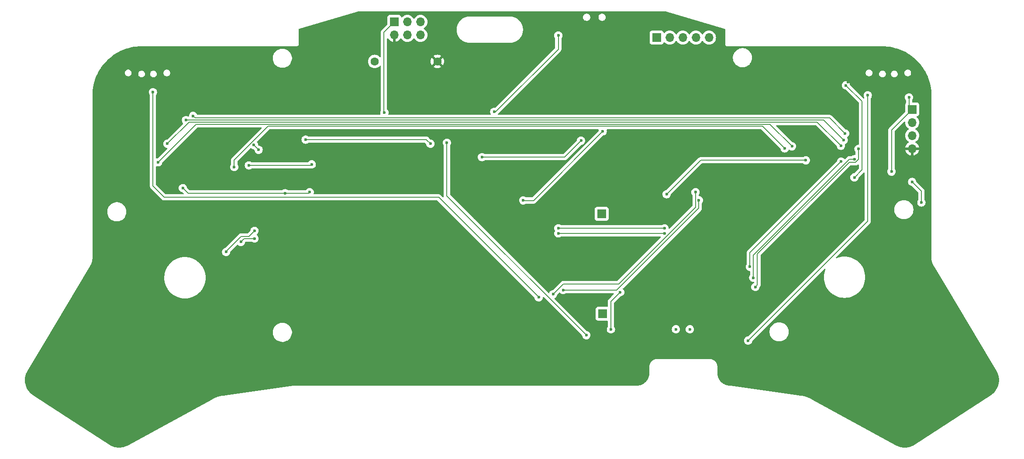
<source format=gbr>
%TF.GenerationSoftware,KiCad,Pcbnew,8.0.0*%
%TF.CreationDate,2024-07-15T05:39:07-05:00*%
%TF.ProjectId,MilkTastic,4d696c6b-5461-4737-9469-632e6b696361,rev?*%
%TF.SameCoordinates,Original*%
%TF.FileFunction,Copper,L2,Bot*%
%TF.FilePolarity,Positive*%
%FSLAX46Y46*%
G04 Gerber Fmt 4.6, Leading zero omitted, Abs format (unit mm)*
G04 Created by KiCad (PCBNEW 8.0.0) date 2024-07-15 05:39:07*
%MOMM*%
%LPD*%
G01*
G04 APERTURE LIST*
%TA.AperFunction,ComponentPad*%
%ADD10R,1.700000X1.700000*%
%TD*%
%TA.AperFunction,ComponentPad*%
%ADD11O,1.700000X1.700000*%
%TD*%
%TA.AperFunction,ComponentPad*%
%ADD12C,1.600000*%
%TD*%
%TA.AperFunction,ViaPad*%
%ADD13C,0.600000*%
%TD*%
%TA.AperFunction,Conductor*%
%ADD14C,0.200000*%
%TD*%
G04 APERTURE END LIST*
D10*
%TO.P,J3,1,Pin_1*%
%TO.N,VCC*%
X236000000Y-42920000D03*
D11*
%TO.P,J3,2,Pin_2*%
%TO.N,RX*%
X236000000Y-45460000D03*
%TO.P,J3,3,Pin_3*%
%TO.N,TX*%
X236000000Y-48000000D03*
%TO.P,J3,4,Pin_4*%
%TO.N,VSS*%
X236000000Y-50540000D03*
%TD*%
D10*
%TO.P,J2,1,Pin_1*%
%TO.N,VCC*%
X135600000Y-25960000D03*
D11*
%TO.P,J2,2,Pin_2*%
%TO.N,VSS*%
X135600000Y-28500000D03*
%TO.P,J2,3,Pin_3*%
%TO.N,unconnected-(J2-Pin_3-Pad3)*%
X138140000Y-25960000D03*
%TO.P,J2,4,Pin_4*%
%TO.N,unconnected-(J2-Pin_4-Pad4)*%
X138140000Y-28500000D03*
%TO.P,J2,5,Pin_5*%
%TO.N,unconnected-(J2-Pin_5-Pad5)*%
X140680000Y-25960000D03*
%TO.P,J2,6,Pin_6*%
%TO.N,unconnected-(J2-Pin_6-Pad6)*%
X140680000Y-28500000D03*
%TD*%
D10*
%TO.P,J6,1,Pin_1*%
%TO.N,Net-(J6-Pin_1)*%
X186460000Y-29000000D03*
D11*
%TO.P,J6,2,Pin_2*%
%TO.N,Net-(J6-Pin_2)*%
X189000000Y-29000000D03*
%TO.P,J6,3,Pin_3*%
%TO.N,Net-(J6-Pin_3)*%
X191540000Y-29000000D03*
%TO.P,J6,4,Pin_4*%
%TO.N,Net-(J6-Pin_4)*%
X194080000Y-29000000D03*
%TO.P,J6,5,Pin_5*%
%TO.N,Net-(J6-Pin_5)*%
X196620000Y-29000000D03*
%TD*%
D10*
%TO.P,J4,1,Pin_1*%
%TO.N,Net-(J4-Pin_1)*%
X175800000Y-63200000D03*
%TD*%
%TO.P,J7,1,Pin_1*%
%TO.N,Net-(J7-Pin_1)*%
X176000000Y-82600000D03*
%TD*%
D12*
%TO.P,BT1,1,+*%
%TO.N,Net-(BT1-+)*%
X131797500Y-33627500D03*
%TO.P,BT1,2,-*%
%TO.N,VSS*%
X143947500Y-33627500D03*
%TD*%
D13*
%TO.N,VSS*%
X198000000Y-72800000D03*
X111800000Y-48200000D03*
X100200000Y-68000000D03*
X147200000Y-84800000D03*
X110600000Y-56600000D03*
X99800000Y-79000000D03*
X142400000Y-58600000D03*
X198200000Y-84000000D03*
X100800000Y-73400000D03*
X148000000Y-58000000D03*
X198200000Y-48200000D03*
X100000000Y-82600000D03*
X102000000Y-41600000D03*
X218200000Y-68000000D03*
X227800000Y-82800000D03*
X223800000Y-40400000D03*
X223600000Y-37600000D03*
X184200000Y-48200000D03*
X227000000Y-67000000D03*
X142400000Y-55200000D03*
X142400000Y-52600000D03*
X142400000Y-50800000D03*
X185400000Y-59400000D03*
X218200000Y-82600000D03*
X214800000Y-80200000D03*
X185000000Y-85600000D03*
X179000000Y-48200000D03*
X198200000Y-59800000D03*
X204800000Y-68600000D03*
X146000000Y-67000000D03*
X204200000Y-47600000D03*
X178400000Y-59800000D03*
X230200000Y-70000000D03*
X114000000Y-51400000D03*
X151400000Y-85000000D03*
X204800000Y-59600000D03*
X178600000Y-71600000D03*
X184800000Y-73600000D03*
X142400000Y-63000000D03*
%TO.N,A*%
X167400000Y-28600000D03*
X145800000Y-49400000D03*
X142600000Y-49600000D03*
X154976008Y-43417970D03*
X172841073Y-86750000D03*
X118400000Y-48800000D03*
%TO.N,R1*%
X225603217Y-50598409D03*
X91600000Y-49600000D03*
X205600000Y-77400000D03*
X222200000Y-50000000D03*
%TO.N,G1*%
X222728504Y-48907245D03*
X205200000Y-75600000D03*
X95200000Y-45000000D03*
X224800000Y-52600000D03*
%TO.N,B1*%
X96600000Y-44200000D03*
X223000000Y-47600000D03*
X222240380Y-53040380D03*
X204550000Y-73480317D03*
%TO.N,Net-(D2-A)*%
X89800000Y-53200000D03*
X212700000Y-50100000D03*
%TO.N,Disp_RESET*%
X152600000Y-52200000D03*
X171800000Y-49000000D03*
%TO.N,RS*%
X188000000Y-67000000D03*
X167400000Y-67000000D03*
%TO.N,SDA*%
X188000000Y-66000000D03*
X167400000Y-66000000D03*
%TO.N,K*%
X107400000Y-53800000D03*
X119600000Y-53600000D03*
%TO.N,WR*%
X160600000Y-60600000D03*
X176000000Y-47200000D03*
%TO.N,Net-(Q1-B)*%
X109284767Y-50770516D03*
X108366805Y-49850000D03*
%TO.N,Up*%
X105850000Y-68650000D03*
X108500000Y-68000000D03*
%TO.N,Left*%
X108500000Y-66500000D03*
X103000000Y-70600000D03*
%TO.N,X*%
X237800000Y-61000000D03*
X236000000Y-57000000D03*
%TO.N,Select*%
X194000000Y-59000000D03*
X166399999Y-78800001D03*
%TO.N,Start*%
X194650000Y-60562740D03*
X168400000Y-78000000D03*
%TO.N,Net-(J9-Pin_1)*%
X192900000Y-85600000D03*
%TO.N,Net-(J9-Pin_2)*%
X190200000Y-85600000D03*
%TO.N,Net-(U3-Dout)*%
X211300000Y-50500000D03*
X104566013Y-54119239D03*
%TO.N,Net-(U4-Dout)*%
X224800000Y-56125000D03*
X223156239Y-38265642D03*
%TO.N,LeftBumper*%
X88800000Y-39600000D03*
X163600000Y-79400000D03*
%TO.N,RightBumper*%
X227400000Y-40200000D03*
X204200000Y-87800000D03*
%TO.N,VCC*%
X119200000Y-59000000D03*
X94600000Y-58200000D03*
X179400000Y-78400000D03*
X235400000Y-40600000D03*
X188400000Y-59400000D03*
X215400000Y-52800000D03*
X133680252Y-43550000D03*
X177600000Y-85599996D03*
X232000000Y-55000000D03*
X114400000Y-59200000D03*
%TD*%
D14*
%TO.N,A*%
X118400000Y-48800000D02*
X141800000Y-48800000D01*
X155216344Y-43417970D02*
X154976008Y-43417970D01*
X141800000Y-48800000D02*
X142600000Y-49600000D01*
X167400000Y-28600000D02*
X167400000Y-31234314D01*
X145800000Y-59719239D02*
X172830761Y-86750000D01*
X172830761Y-86750000D02*
X172841073Y-86750000D01*
X145800000Y-49400000D02*
X145800000Y-59719239D01*
X167400000Y-31234314D02*
X155216344Y-43417970D01*
%TO.N,R1*%
X225603217Y-52645312D02*
X225603217Y-50598409D01*
X205600000Y-77400000D02*
X206000000Y-77000000D01*
X222200000Y-50000000D02*
X217600000Y-45400000D01*
X217600000Y-45400000D02*
X95800000Y-45400000D01*
X206000000Y-77000000D02*
X206000000Y-71000000D01*
X225048529Y-53200000D02*
X225603217Y-52645312D01*
X206000000Y-71000000D02*
X223800000Y-53200000D01*
X223800000Y-53200000D02*
X225048529Y-53200000D01*
X95800000Y-45400000D02*
X91600000Y-49600000D01*
%TO.N,G1*%
X222728504Y-48907245D02*
X218821259Y-45000000D01*
X218821259Y-45000000D02*
X95200000Y-45000000D01*
X205200000Y-71234314D02*
X223834314Y-52600000D01*
X223834314Y-52600000D02*
X224800000Y-52600000D01*
X205200000Y-75600000D02*
X205200000Y-71234314D01*
%TO.N,B1*%
X223000000Y-47600000D02*
X220000000Y-44600000D01*
X204550000Y-70730760D02*
X222240380Y-53040380D01*
X97000000Y-44600000D02*
X96600000Y-44200000D01*
X204550000Y-73480317D02*
X204550000Y-70730760D01*
X220000000Y-44600000D02*
X97000000Y-44600000D01*
%TO.N,Net-(D2-A)*%
X212700000Y-50100000D02*
X208400000Y-45800000D01*
X97200000Y-45800000D02*
X89800000Y-53200000D01*
X208400000Y-45800000D02*
X97200000Y-45800000D01*
%TO.N,Disp_RESET*%
X168600000Y-52200000D02*
X171800000Y-49000000D01*
X152600000Y-52200000D02*
X168600000Y-52200000D01*
%TO.N,RS*%
X167400000Y-67000000D02*
X188000000Y-67000000D01*
%TO.N,SDA*%
X167400000Y-66000000D02*
X181000000Y-66000000D01*
X181000000Y-66000000D02*
X188000000Y-66000000D01*
%TO.N,K*%
X119400000Y-53800000D02*
X119600000Y-53600000D01*
X107400000Y-53800000D02*
X119400000Y-53800000D01*
%TO.N,WR*%
X160617157Y-60617157D02*
X160600000Y-60600000D01*
X176000000Y-47200000D02*
X162582843Y-60617157D01*
X162582843Y-60617157D02*
X160617157Y-60617157D01*
%TO.N,Net-(Q1-B)*%
X109284767Y-50767962D02*
X109284767Y-50770516D01*
X108366805Y-49850000D02*
X109284767Y-50767962D01*
%TO.N,Up*%
X105850000Y-68650000D02*
X106500000Y-68000000D01*
X106500000Y-68000000D02*
X108500000Y-68000000D01*
%TO.N,Left*%
X105900009Y-67599991D02*
X107400009Y-67599991D01*
X103000000Y-70500000D02*
X105900009Y-67599991D01*
X107400009Y-67599991D02*
X108500000Y-66500000D01*
X103000000Y-70600000D02*
X103000000Y-70500000D01*
%TO.N,X*%
X237800000Y-58800000D02*
X237800000Y-61000000D01*
X237000000Y-58000000D02*
X237800000Y-58800000D01*
X236000000Y-57000000D02*
X237000000Y-58000000D01*
%TO.N,Select*%
X179122073Y-76797166D02*
X168402834Y-76797166D01*
X194000000Y-61919239D02*
X179122073Y-76797166D01*
X168402834Y-76797166D02*
X166399999Y-78800001D01*
X194000000Y-59000000D02*
X194000000Y-61919239D01*
%TO.N,Start*%
X178731371Y-78000000D02*
X194650000Y-62081371D01*
X194650000Y-62081371D02*
X194650000Y-60562740D01*
X168400000Y-78000000D02*
X178731371Y-78000000D01*
%TO.N,Net-(U3-Dout)*%
X111119240Y-46200000D02*
X207000000Y-46200000D01*
X207000000Y-46200000D02*
X211300000Y-50500000D01*
X104566013Y-54119239D02*
X104566013Y-52753227D01*
X104566013Y-52753227D02*
X111119240Y-46200000D01*
%TO.N,Net-(U4-Dout)*%
X226253217Y-41362620D02*
X226253217Y-54671783D01*
X223156239Y-38265642D02*
X226253217Y-41362620D01*
X226253217Y-54671783D02*
X224800000Y-56125000D01*
%TO.N,LeftBumper*%
X91000000Y-60000000D02*
X88800000Y-57800000D01*
X88800000Y-57800000D02*
X88800000Y-39600000D01*
X163600000Y-79400000D02*
X144200000Y-60000000D01*
X92200000Y-60000000D02*
X91000000Y-60000000D01*
X144200000Y-60000000D02*
X92200000Y-60000000D01*
%TO.N,RightBumper*%
X227400000Y-40200000D02*
X227400000Y-64600000D01*
X227400000Y-64600000D02*
X204200000Y-87800000D01*
%TO.N,VCC*%
X188400000Y-59400000D02*
X195000000Y-52800000D01*
X232000000Y-55000000D02*
X232000000Y-46920000D01*
X135600000Y-25960000D02*
X133600000Y-27960000D01*
X119200000Y-59000000D02*
X119000000Y-59200000D01*
X119000000Y-59200000D02*
X114400000Y-59200000D01*
X232000000Y-46920000D02*
X236000000Y-42920000D01*
X133600000Y-43469748D02*
X133680252Y-43550000D01*
X235400000Y-42320000D02*
X236000000Y-42920000D01*
X177600000Y-80200000D02*
X177600000Y-85599996D01*
X179400000Y-78400000D02*
X177600000Y-80200000D01*
X102400000Y-59200000D02*
X95600000Y-59200000D01*
X133600000Y-27960000D02*
X133600000Y-43469748D01*
X114400000Y-59200000D02*
X102400000Y-59200000D01*
X95600000Y-59200000D02*
X94600000Y-58200000D01*
X235400000Y-40600000D02*
X235400000Y-42320000D01*
X195000000Y-52800000D02*
X215400000Y-52800000D01*
%TD*%
%TA.AperFunction,Conductor*%
%TO.N,VSS*%
G36*
X188195198Y-23922750D02*
G01*
X199647456Y-27261188D01*
X199659868Y-27264806D01*
X199718719Y-27302466D01*
X199747868Y-27365965D01*
X199749165Y-27383851D01*
X199749165Y-30126984D01*
X199749165Y-30126985D01*
X199749165Y-30258769D01*
X199756941Y-30287791D01*
X199783273Y-30386064D01*
X199816219Y-30443127D01*
X199849165Y-30500191D01*
X199942351Y-30593377D01*
X200056479Y-30659269D01*
X200183773Y-30693377D01*
X230241914Y-30693377D01*
X230244986Y-30693415D01*
X230717703Y-30705130D01*
X230723826Y-30705433D01*
X231185539Y-30739786D01*
X231191614Y-30740389D01*
X231649436Y-30797258D01*
X231655437Y-30798154D01*
X232108563Y-30877218D01*
X232114524Y-30878409D01*
X232562179Y-30979349D01*
X232568062Y-30980827D01*
X233009493Y-31103326D01*
X233015289Y-31105087D01*
X233449741Y-31248834D01*
X233455407Y-31250863D01*
X233882117Y-31415542D01*
X233887671Y-31417843D01*
X234305626Y-31603031D01*
X234305838Y-31603125D01*
X234311307Y-31605710D01*
X234720128Y-31811259D01*
X234725469Y-31814110D01*
X235116629Y-32035331D01*
X235124217Y-32039622D01*
X235129415Y-32042732D01*
X235346282Y-32179794D01*
X235517321Y-32287892D01*
X235522373Y-32291260D01*
X235888318Y-32548473D01*
X235898713Y-32555779D01*
X235903606Y-32559401D01*
X235990963Y-32627454D01*
X236267506Y-32842886D01*
X236272236Y-32846762D01*
X236623038Y-33148981D01*
X236627586Y-33153099D01*
X236964495Y-33473712D01*
X236968840Y-33478057D01*
X237289469Y-33814983D01*
X237293587Y-33819531D01*
X237595779Y-34170305D01*
X237599655Y-34175035D01*
X237883158Y-34538959D01*
X237886785Y-34543858D01*
X238151281Y-34920164D01*
X238154653Y-34925222D01*
X238399817Y-35313137D01*
X238402931Y-35318342D01*
X238628441Y-35717085D01*
X238631293Y-35722427D01*
X238836856Y-36131283D01*
X238839440Y-36136751D01*
X239024706Y-36554884D01*
X239027017Y-36560464D01*
X239169459Y-36929555D01*
X239191681Y-36987134D01*
X239193721Y-36992829D01*
X239337470Y-37427294D01*
X239339231Y-37433088D01*
X239461724Y-37874506D01*
X239463202Y-37880388D01*
X239564141Y-38328048D01*
X239565332Y-38334009D01*
X239644389Y-38787101D01*
X239645289Y-38793130D01*
X239702154Y-39250934D01*
X239702758Y-39257020D01*
X239737107Y-39718736D01*
X239737411Y-39724863D01*
X239749126Y-40197559D01*
X239749164Y-40200631D01*
X239749164Y-71639053D01*
X239748359Y-71653159D01*
X239748124Y-71655210D01*
X239749146Y-71715813D01*
X239749164Y-71717904D01*
X239749164Y-71737543D01*
X239748008Y-71748453D01*
X239748548Y-71748497D01*
X239747896Y-71756602D01*
X239750695Y-71811881D01*
X239750836Y-71816060D01*
X239751351Y-71846587D01*
X239751234Y-71854461D01*
X239751080Y-71857744D01*
X239751303Y-71860381D01*
X239751723Y-71868682D01*
X239751769Y-71871416D01*
X239752268Y-71874766D01*
X239753178Y-71882573D01*
X239755741Y-71912908D01*
X239756022Y-71917078D01*
X239757552Y-71947300D01*
X239757701Y-71955154D01*
X239757657Y-71958554D01*
X239757982Y-71961297D01*
X239758680Y-71969564D01*
X239758685Y-71969651D01*
X239758824Y-71972396D01*
X239759446Y-71975783D01*
X239760620Y-71983566D01*
X239764175Y-72013572D01*
X239764596Y-72017724D01*
X239767123Y-72047639D01*
X239767536Y-72055512D01*
X239767607Y-72058947D01*
X239768038Y-72061772D01*
X239769012Y-72070001D01*
X239769204Y-72072267D01*
X239769258Y-72072900D01*
X239770005Y-72076315D01*
X239771440Y-72084057D01*
X239774419Y-72103566D01*
X239775966Y-72113693D01*
X239776525Y-72117821D01*
X239780039Y-72147485D01*
X239780716Y-72155321D01*
X239780907Y-72158841D01*
X239781445Y-72161712D01*
X239782697Y-72169914D01*
X239783047Y-72172865D01*
X239783920Y-72176302D01*
X239785620Y-72184013D01*
X239791106Y-72213312D01*
X239791803Y-72217417D01*
X239796286Y-72246778D01*
X239797228Y-72254605D01*
X239797540Y-72258153D01*
X239798187Y-72261063D01*
X239799716Y-72269231D01*
X239800167Y-72272190D01*
X239801165Y-72275628D01*
X239803123Y-72283281D01*
X239809565Y-72312278D01*
X239810398Y-72316349D01*
X239815840Y-72345414D01*
X239817044Y-72353210D01*
X239817481Y-72356794D01*
X239818234Y-72359715D01*
X239820037Y-72367830D01*
X239820592Y-72370797D01*
X239821709Y-72374214D01*
X239823920Y-72381789D01*
X239831316Y-72410496D01*
X239832285Y-72414538D01*
X239838690Y-72443365D01*
X239840157Y-72451128D01*
X239840713Y-72454690D01*
X239841569Y-72457605D01*
X239843638Y-72465636D01*
X239844298Y-72468607D01*
X239845536Y-72472004D01*
X239848005Y-72479519D01*
X239856331Y-72507872D01*
X239857434Y-72511873D01*
X239864804Y-72540479D01*
X239866530Y-72548186D01*
X239867211Y-72551760D01*
X239868173Y-72554670D01*
X239870507Y-72562616D01*
X239871263Y-72565550D01*
X239872589Y-72568840D01*
X239875312Y-72576273D01*
X239884612Y-72604413D01*
X239885837Y-72608341D01*
X239894190Y-72636783D01*
X239896167Y-72644406D01*
X239896957Y-72647907D01*
X239897998Y-72650736D01*
X239900596Y-72658596D01*
X239901454Y-72661518D01*
X239902906Y-72664798D01*
X239905876Y-72672134D01*
X239908148Y-72678304D01*
X239916096Y-72699896D01*
X239917466Y-72703818D01*
X239926786Y-72732018D01*
X239929027Y-72739604D01*
X239929927Y-72743053D01*
X239931061Y-72745841D01*
X239933928Y-72753629D01*
X239934866Y-72756467D01*
X239936412Y-72759667D01*
X239939623Y-72766893D01*
X239950790Y-72794350D01*
X239952294Y-72798233D01*
X239962599Y-72826229D01*
X239965087Y-72833713D01*
X239966105Y-72837136D01*
X239967317Y-72839852D01*
X239970438Y-72847524D01*
X239971447Y-72850264D01*
X239973070Y-72853354D01*
X239976517Y-72860459D01*
X239988655Y-72887648D01*
X239988682Y-72887707D01*
X239990318Y-72891543D01*
X240001618Y-72919329D01*
X240004351Y-72926715D01*
X240005462Y-72930037D01*
X240006719Y-72932616D01*
X240010118Y-72940228D01*
X240011190Y-72942864D01*
X240012896Y-72945863D01*
X240016579Y-72952845D01*
X240029734Y-72979836D01*
X240031497Y-72983614D01*
X240043801Y-73011175D01*
X240046779Y-73018459D01*
X240047986Y-73021701D01*
X240049305Y-73024191D01*
X240052957Y-73031684D01*
X240054073Y-73034185D01*
X240055837Y-73037056D01*
X240059746Y-73043900D01*
X240073905Y-73070624D01*
X240075801Y-73074353D01*
X240089153Y-73101750D01*
X240092363Y-73108903D01*
X240093650Y-73112032D01*
X240094989Y-73114365D01*
X240098904Y-73121755D01*
X240100063Y-73124132D01*
X240100065Y-73124135D01*
X240101894Y-73126899D01*
X240106008Y-73133569D01*
X240121218Y-73160074D01*
X240123225Y-73163713D01*
X240149141Y-73212630D01*
X240153851Y-73219253D01*
X240153408Y-73219567D01*
X240159994Y-73228349D01*
X240169994Y-73245114D01*
X240170021Y-73245159D01*
X240171074Y-73246960D01*
X240201271Y-73299585D01*
X240202517Y-73301217D01*
X240210438Y-73312924D01*
X241749050Y-75892599D01*
X252344456Y-93657113D01*
X252345988Y-93659755D01*
X252433020Y-93814198D01*
X252435890Y-93819598D01*
X252510869Y-93969483D01*
X252513463Y-93975004D01*
X252580302Y-94126856D01*
X252582613Y-94132475D01*
X252613080Y-94212060D01*
X252641419Y-94286089D01*
X252643444Y-94291793D01*
X252694289Y-94446890D01*
X252696026Y-94452660D01*
X252738995Y-94609021D01*
X252740443Y-94614833D01*
X252775625Y-94772253D01*
X252776785Y-94778102D01*
X252804240Y-94936344D01*
X252805113Y-94942206D01*
X252824898Y-95100959D01*
X252825488Y-95106825D01*
X252837669Y-95265872D01*
X252837978Y-95271732D01*
X252842609Y-95430775D01*
X252842642Y-95436615D01*
X252839784Y-95595428D01*
X252839543Y-95601243D01*
X252829250Y-95759537D01*
X252828738Y-95765315D01*
X252811077Y-95922747D01*
X252810298Y-95928483D01*
X252785317Y-96084869D01*
X252784273Y-96090551D01*
X252777037Y-96125351D01*
X252752978Y-96241065D01*
X252752058Y-96245489D01*
X252750750Y-96251118D01*
X252711331Y-96404468D01*
X252709762Y-96410030D01*
X252663244Y-96561365D01*
X252661415Y-96566856D01*
X252607841Y-96715982D01*
X252605753Y-96721392D01*
X252549191Y-96858343D01*
X252545212Y-96867976D01*
X252542864Y-96873303D01*
X252475412Y-97017094D01*
X252472808Y-97022321D01*
X252398515Y-97163052D01*
X252395653Y-97168175D01*
X252314597Y-97305553D01*
X252311482Y-97310558D01*
X252223716Y-97444343D01*
X252220346Y-97449221D01*
X252125958Y-97579109D01*
X252122340Y-97583844D01*
X252021357Y-97709625D01*
X252017494Y-97714206D01*
X251909965Y-97835625D01*
X251905862Y-97840037D01*
X251791828Y-97956840D01*
X251787494Y-97961067D01*
X251667027Y-98072972D01*
X251662473Y-98076999D01*
X251535498Y-98183849D01*
X251530737Y-98187660D01*
X251397360Y-98289128D01*
X251392401Y-98292711D01*
X251246189Y-98392958D01*
X251243648Y-98394654D01*
X236488798Y-107985275D01*
X236485204Y-107987525D01*
X236277472Y-108112661D01*
X236270075Y-108116779D01*
X236065721Y-108221585D01*
X236058104Y-108225171D01*
X235848587Y-108315233D01*
X235840788Y-108318278D01*
X235626881Y-108393571D01*
X235618936Y-108396071D01*
X235401313Y-108456597D01*
X235393255Y-108458550D01*
X235172758Y-108504255D01*
X235164615Y-108505662D01*
X234941950Y-108536526D01*
X234933751Y-108537386D01*
X234709717Y-108553372D01*
X234701484Y-108553685D01*
X234476903Y-108554759D01*
X234468661Y-108554524D01*
X234244306Y-108540658D01*
X234236082Y-108539874D01*
X234209818Y-108536484D01*
X234012730Y-108511043D01*
X234004547Y-108509707D01*
X233782969Y-108465885D01*
X233774858Y-108463996D01*
X233555832Y-108405161D01*
X233547824Y-108402717D01*
X233332089Y-108328832D01*
X233324220Y-108325835D01*
X233112475Y-108236839D01*
X233104788Y-108233294D01*
X232888176Y-108124306D01*
X232884419Y-108122335D01*
X216453113Y-99137871D01*
X216442841Y-99131428D01*
X216441748Y-99130846D01*
X216386638Y-99101515D01*
X216385463Y-99100881D01*
X216343821Y-99078111D01*
X216333569Y-99071842D01*
X216332837Y-99071344D01*
X216332835Y-99071343D01*
X216332834Y-99071342D01*
X216280267Y-99044868D01*
X216277818Y-99043599D01*
X216226615Y-99016349D01*
X216225009Y-99015403D01*
X216223627Y-99014707D01*
X216221889Y-99013970D01*
X216169553Y-98989076D01*
X216167042Y-98987847D01*
X216165756Y-98987199D01*
X216115389Y-98961833D01*
X216113738Y-98960911D01*
X216112236Y-98960196D01*
X216110461Y-98959490D01*
X216110434Y-98959478D01*
X216057643Y-98935808D01*
X216055167Y-98934664D01*
X216003005Y-98909851D01*
X216001323Y-98908961D01*
X215999741Y-98908251D01*
X215997925Y-98907576D01*
X215944701Y-98885136D01*
X215942143Y-98884023D01*
X215889568Y-98860450D01*
X215887837Y-98859583D01*
X215886151Y-98858872D01*
X215884313Y-98858235D01*
X215830701Y-98837040D01*
X215828117Y-98835985D01*
X215775063Y-98813617D01*
X215773300Y-98812783D01*
X215771566Y-98812097D01*
X215769702Y-98811498D01*
X215715576Y-98791494D01*
X215713097Y-98790546D01*
X215659557Y-98769379D01*
X215657767Y-98768581D01*
X215655979Y-98767920D01*
X215654099Y-98767362D01*
X215599696Y-98748635D01*
X215597073Y-98747699D01*
X215543105Y-98727755D01*
X215541294Y-98726996D01*
X215539476Y-98726370D01*
X215537580Y-98725853D01*
X215506857Y-98716044D01*
X215482760Y-98708350D01*
X215480116Y-98707473D01*
X215425751Y-98688759D01*
X215423915Y-98688037D01*
X215422058Y-98687445D01*
X215420157Y-98686972D01*
X215364992Y-98670716D01*
X215362328Y-98669899D01*
X215307493Y-98652392D01*
X215305658Y-98651718D01*
X215303846Y-98651184D01*
X215301938Y-98650755D01*
X215275216Y-98643530D01*
X215246352Y-98635725D01*
X215243674Y-98634968D01*
X215188459Y-98618699D01*
X215186605Y-98618065D01*
X215184779Y-98617571D01*
X215182876Y-98617188D01*
X215126951Y-98603408D01*
X215124255Y-98602711D01*
X215068625Y-98587671D01*
X215066780Y-98587086D01*
X215064977Y-98586642D01*
X215063085Y-98586305D01*
X215006836Y-98573781D01*
X215004123Y-98573145D01*
X214948039Y-98559328D01*
X214946184Y-98558785D01*
X214944492Y-98558409D01*
X214942602Y-98558116D01*
X214931179Y-98555841D01*
X214885947Y-98546835D01*
X214883285Y-98546273D01*
X214852440Y-98539405D01*
X214826779Y-98533692D01*
X214824946Y-98533200D01*
X214823309Y-98532874D01*
X214821437Y-98532627D01*
X214764448Y-98522608D01*
X214761706Y-98522094D01*
X214717611Y-98513315D01*
X214704865Y-98510777D01*
X214703037Y-98510330D01*
X214701534Y-98510066D01*
X214699682Y-98509864D01*
X214677777Y-98506521D01*
X214642346Y-98501112D01*
X214639610Y-98500663D01*
X214612017Y-98495812D01*
X214581626Y-98490470D01*
X214580726Y-98490432D01*
X214568758Y-98489331D01*
X214521791Y-98482703D01*
X214520409Y-98482500D01*
X214457544Y-98472904D01*
X214445442Y-98471928D01*
X200857251Y-96554350D01*
X200842488Y-96551343D01*
X200824942Y-96546642D01*
X200815556Y-96544127D01*
X200815555Y-96544127D01*
X200793510Y-96544127D01*
X200776182Y-96542910D01*
X200754362Y-96539830D01*
X200754351Y-96539830D01*
X200731293Y-96542647D01*
X200713186Y-96543524D01*
X200610344Y-96540975D01*
X200604217Y-96540671D01*
X200487247Y-96531970D01*
X200481162Y-96531366D01*
X200365217Y-96516965D01*
X200359187Y-96516065D01*
X200244368Y-96496031D01*
X200238407Y-96494840D01*
X200125009Y-96469271D01*
X200119127Y-96467793D01*
X200007294Y-96436759D01*
X200001501Y-96434998D01*
X199891435Y-96398582D01*
X199885740Y-96396542D01*
X199777618Y-96354815D01*
X199772032Y-96352501D01*
X199666086Y-96305559D01*
X199660633Y-96302982D01*
X199560859Y-96252818D01*
X199557035Y-96250895D01*
X199551694Y-96248044D01*
X199450692Y-96190922D01*
X199445487Y-96187808D01*
X199347193Y-96125685D01*
X199342137Y-96122313D01*
X199246822Y-96055320D01*
X199241921Y-96051692D01*
X199236551Y-96047509D01*
X199149715Y-95979861D01*
X199144985Y-95975985D01*
X199056130Y-95899434D01*
X199051582Y-95895316D01*
X198966172Y-95814035D01*
X198961830Y-95809693D01*
X198924533Y-95770502D01*
X198880557Y-95724292D01*
X198876465Y-95719774D01*
X198799881Y-95630878D01*
X198796014Y-95626158D01*
X198792004Y-95621010D01*
X198724184Y-95533953D01*
X198720566Y-95529066D01*
X198710488Y-95514728D01*
X198653560Y-95433736D01*
X198650209Y-95428711D01*
X198588080Y-95330407D01*
X198584979Y-95325222D01*
X198527828Y-95224168D01*
X198524977Y-95218827D01*
X198472904Y-95115257D01*
X198470327Y-95109806D01*
X198423372Y-95003833D01*
X198421061Y-94998253D01*
X198414898Y-94982284D01*
X198379337Y-94890136D01*
X198377301Y-94884447D01*
X198364189Y-94844819D01*
X198340884Y-94774383D01*
X198339125Y-94768597D01*
X198330684Y-94738176D01*
X198308081Y-94656723D01*
X198306608Y-94650858D01*
X198304558Y-94641765D01*
X198281038Y-94537452D01*
X198279857Y-94531545D01*
X198259819Y-94416697D01*
X198258926Y-94410715D01*
X198244514Y-94294682D01*
X198243915Y-94288630D01*
X198235213Y-94171639D01*
X198234910Y-94165524D01*
X198234091Y-94132479D01*
X198231798Y-94039935D01*
X198231761Y-94036863D01*
X198231761Y-94003977D01*
X198231776Y-92950470D01*
X198232474Y-92937347D01*
X198233255Y-92930009D01*
X198233258Y-92929999D01*
X198232044Y-92881054D01*
X198233897Y-92858324D01*
X198234055Y-92855520D01*
X198234057Y-92855514D01*
X198232119Y-92829483D01*
X198231778Y-92820277D01*
X198231779Y-92810652D01*
X198231704Y-92810083D01*
X198231781Y-92789513D01*
X198231128Y-92789509D01*
X198231186Y-92781388D01*
X198231188Y-92781381D01*
X198229924Y-92771206D01*
X198229017Y-92758996D01*
X198228761Y-92748657D01*
X198227501Y-92740629D01*
X198228439Y-92740481D01*
X198225995Y-92715803D01*
X198225034Y-92715844D01*
X198224693Y-92707719D01*
X198224692Y-92707717D01*
X198224693Y-92707716D01*
X198222897Y-92697430D01*
X198221392Y-92685305D01*
X198221167Y-92682278D01*
X198220614Y-92674835D01*
X198220613Y-92674833D01*
X198220613Y-92674828D01*
X198218958Y-92666873D01*
X198219949Y-92666666D01*
X198216374Y-92642693D01*
X198215355Y-92642786D01*
X198214617Y-92634696D01*
X198214618Y-92634690D01*
X198212285Y-92624345D01*
X198210194Y-92612355D01*
X198210070Y-92611353D01*
X198208879Y-92601763D01*
X198208876Y-92601756D01*
X198206833Y-92593898D01*
X198207859Y-92593631D01*
X198203200Y-92570301D01*
X198202139Y-92570451D01*
X198201007Y-92562409D01*
X198201007Y-92562405D01*
X198198130Y-92552040D01*
X198195462Y-92540206D01*
X198193605Y-92529557D01*
X198193602Y-92529552D01*
X198191174Y-92521800D01*
X198192229Y-92521469D01*
X198186529Y-92498780D01*
X198185435Y-92498990D01*
X198183911Y-92491012D01*
X198183911Y-92491003D01*
X198180498Y-92480689D01*
X198177257Y-92469008D01*
X198174860Y-92458377D01*
X198172053Y-92450749D01*
X198173117Y-92450357D01*
X198166389Y-92428217D01*
X198165281Y-92428486D01*
X198163371Y-92420592D01*
X198163370Y-92420589D01*
X198163370Y-92420588D01*
X198159427Y-92410371D01*
X198155629Y-92398889D01*
X198152700Y-92388334D01*
X198149522Y-92380851D01*
X198150585Y-92380399D01*
X198142838Y-92358766D01*
X198141729Y-92359093D01*
X198139433Y-92351292D01*
X198134986Y-92341255D01*
X198130632Y-92329975D01*
X198127182Y-92319547D01*
X198127178Y-92319541D01*
X198123640Y-92312223D01*
X198124686Y-92311716D01*
X198115914Y-92290539D01*
X198114816Y-92290922D01*
X198112144Y-92283246D01*
X198107210Y-92273432D01*
X198102312Y-92262379D01*
X198098356Y-92252129D01*
X198098354Y-92252126D01*
X198094465Y-92244994D01*
X198095482Y-92244439D01*
X198085663Y-92223664D01*
X198084591Y-92224098D01*
X198081551Y-92216573D01*
X198081549Y-92216563D01*
X198076428Y-92207508D01*
X198076151Y-92207018D01*
X198070715Y-92196206D01*
X198066287Y-92186212D01*
X198062052Y-92179274D01*
X198063023Y-92178681D01*
X198052124Y-92158263D01*
X198051096Y-92158739D01*
X198047690Y-92151366D01*
X198047689Y-92151362D01*
X198041862Y-92142143D01*
X198035895Y-92131594D01*
X198031022Y-92121901D01*
X198026455Y-92115180D01*
X198027373Y-92114556D01*
X198015358Y-92094475D01*
X198014380Y-92094987D01*
X198010613Y-92087783D01*
X198010480Y-92087594D01*
X198004402Y-92078947D01*
X197997913Y-92068679D01*
X197992621Y-92059322D01*
X197987727Y-92052825D01*
X197988584Y-92052179D01*
X197975400Y-92032414D01*
X197974482Y-92032954D01*
X197970368Y-92025947D01*
X197963799Y-92017514D01*
X197956809Y-92007570D01*
X197951129Y-91998584D01*
X197951124Y-91998580D01*
X197945926Y-91992338D01*
X197946712Y-91991682D01*
X197932298Y-91972215D01*
X197931451Y-91972771D01*
X197926994Y-91965972D01*
X197920117Y-91957989D01*
X197912618Y-91948364D01*
X197906618Y-91939827D01*
X197906616Y-91939825D01*
X197901122Y-91933851D01*
X197901830Y-91933199D01*
X197886121Y-91914030D01*
X197885349Y-91914593D01*
X197880563Y-91908024D01*
X197873440Y-91900539D01*
X197865444Y-91891258D01*
X197863581Y-91888866D01*
X197859141Y-91883166D01*
X197859136Y-91883162D01*
X197853350Y-91877460D01*
X197853977Y-91876823D01*
X197836909Y-91857981D01*
X197836223Y-91858536D01*
X197831113Y-91852208D01*
X197823773Y-91845224D01*
X197815312Y-91836335D01*
X197808748Y-91828716D01*
X197802686Y-91823305D01*
X197803256Y-91822665D01*
X197785057Y-91804465D01*
X197784419Y-91805036D01*
X197779006Y-91798973D01*
X197771400Y-91792422D01*
X197762498Y-91783950D01*
X197755522Y-91776619D01*
X197749198Y-91771512D01*
X197749752Y-91770825D01*
X197730906Y-91753754D01*
X197730268Y-91754384D01*
X197724560Y-91748592D01*
X197716478Y-91742296D01*
X197707212Y-91734313D01*
X197699708Y-91727173D01*
X197699704Y-91727170D01*
X197693140Y-91722388D01*
X197693698Y-91721621D01*
X197674521Y-91705902D01*
X197673871Y-91706610D01*
X197667890Y-91701110D01*
X197667888Y-91701108D01*
X197667884Y-91701105D01*
X197659322Y-91695087D01*
X197649705Y-91687595D01*
X197641736Y-91680731D01*
X197641734Y-91680729D01*
X197634943Y-91676279D01*
X197635495Y-91675435D01*
X197616015Y-91661010D01*
X197615364Y-91661793D01*
X197609120Y-91656593D01*
X197600152Y-91650925D01*
X197590199Y-91643929D01*
X197581774Y-91637366D01*
X197574769Y-91633254D01*
X197575305Y-91632340D01*
X197555532Y-91619151D01*
X197554888Y-91620008D01*
X197548393Y-91615115D01*
X197539034Y-91609822D01*
X197528784Y-91603344D01*
X197519930Y-91597122D01*
X197519929Y-91597121D01*
X197519927Y-91597120D01*
X197519924Y-91597118D01*
X197512728Y-91593357D01*
X197513238Y-91592380D01*
X197493152Y-91580359D01*
X197492528Y-91581279D01*
X197485807Y-91576712D01*
X197476092Y-91571828D01*
X197465556Y-91565869D01*
X197456335Y-91560042D01*
X197448959Y-91556636D01*
X197449434Y-91555607D01*
X197429025Y-91544712D01*
X197428433Y-91545684D01*
X197421491Y-91541447D01*
X197411506Y-91537024D01*
X197400695Y-91531590D01*
X197391150Y-91526192D01*
X197391146Y-91526191D01*
X197391143Y-91526189D01*
X197383609Y-91523146D01*
X197384039Y-91522080D01*
X197363264Y-91512263D01*
X197362712Y-91513276D01*
X197355581Y-91509387D01*
X197347913Y-91506428D01*
X197345342Y-91505436D01*
X197334294Y-91500541D01*
X197324455Y-91495595D01*
X197316782Y-91492924D01*
X197317162Y-91491831D01*
X197295976Y-91483056D01*
X197295473Y-91484099D01*
X197288154Y-91480560D01*
X197277701Y-91477102D01*
X197266427Y-91472752D01*
X197256401Y-91468310D01*
X197256398Y-91468309D01*
X197248603Y-91466016D01*
X197248929Y-91464907D01*
X197227305Y-91457164D01*
X197226855Y-91458226D01*
X197219376Y-91455050D01*
X197219374Y-91455049D01*
X197208820Y-91452120D01*
X197197344Y-91448323D01*
X197187132Y-91444382D01*
X197179231Y-91442471D01*
X197179497Y-91441370D01*
X197157342Y-91434636D01*
X197156952Y-91435696D01*
X197149322Y-91432888D01*
X197138673Y-91430487D01*
X197127007Y-91427251D01*
X197116698Y-91423841D01*
X197108717Y-91422318D01*
X197108925Y-91421227D01*
X197086240Y-91415528D01*
X197085911Y-91416582D01*
X197078154Y-91414152D01*
X197067503Y-91412293D01*
X197055678Y-91409627D01*
X197045308Y-91406750D01*
X197037253Y-91405617D01*
X197037401Y-91404559D01*
X197014081Y-91399902D01*
X197013815Y-91400927D01*
X197005945Y-91398880D01*
X196995341Y-91397563D01*
X196983365Y-91395474D01*
X196973024Y-91393143D01*
X196964930Y-91392406D01*
X196965022Y-91391392D01*
X196941043Y-91387817D01*
X196940838Y-91388804D01*
X196932883Y-91387149D01*
X196925263Y-91386582D01*
X196922394Y-91386368D01*
X196910296Y-91384867D01*
X196904033Y-91383775D01*
X196899998Y-91383071D01*
X196891879Y-91382732D01*
X196891918Y-91381778D01*
X196867218Y-91379330D01*
X196867072Y-91380264D01*
X196859048Y-91379004D01*
X196848697Y-91378748D01*
X196836505Y-91377843D01*
X196826335Y-91376581D01*
X196818207Y-91376641D01*
X196818202Y-91375992D01*
X196797630Y-91376067D01*
X196797107Y-91375998D01*
X196797106Y-91375998D01*
X196787506Y-91375998D01*
X196778314Y-91375657D01*
X196752202Y-91373715D01*
X196749447Y-91373872D01*
X196726658Y-91375731D01*
X196677720Y-91374521D01*
X196670419Y-91375300D01*
X196657278Y-91375998D01*
X186641406Y-91376034D01*
X186628349Y-91375345D01*
X186620628Y-91374527D01*
X186569463Y-91375822D01*
X186544921Y-91373850D01*
X186543712Y-91373783D01*
X186543710Y-91373783D01*
X186543707Y-91373783D01*
X186543703Y-91373783D01*
X186518781Y-91375678D01*
X186509397Y-91376035D01*
X186501537Y-91376035D01*
X186497471Y-91376571D01*
X186475570Y-91376521D01*
X186475569Y-91376924D01*
X186467439Y-91376887D01*
X186458731Y-91377994D01*
X186446262Y-91378942D01*
X186437432Y-91379166D01*
X186436732Y-91379276D01*
X186418437Y-91383116D01*
X186417833Y-91383193D01*
X186393635Y-91383701D01*
X186392009Y-91383775D01*
X186383061Y-91385373D01*
X186370684Y-91386944D01*
X186361530Y-91387640D01*
X186353581Y-91389309D01*
X186353462Y-91388742D01*
X186325568Y-91392995D01*
X186325625Y-91393583D01*
X186317532Y-91394361D01*
X186308356Y-91396480D01*
X186296115Y-91398665D01*
X186290948Y-91399322D01*
X186286667Y-91399867D01*
X186278811Y-91401935D01*
X186278634Y-91401263D01*
X186252099Y-91406686D01*
X186252202Y-91407385D01*
X186244165Y-91408565D01*
X186234810Y-91411222D01*
X186222750Y-91414004D01*
X186213040Y-91415739D01*
X186205293Y-91418200D01*
X186205049Y-91417433D01*
X186179883Y-91423899D01*
X186180044Y-91424710D01*
X186172071Y-91426287D01*
X186162542Y-91429511D01*
X186150717Y-91432867D01*
X186140756Y-91435167D01*
X186133142Y-91438014D01*
X186132822Y-91437158D01*
X186108965Y-91444569D01*
X186109192Y-91445475D01*
X186101306Y-91447444D01*
X186091640Y-91451255D01*
X186080049Y-91455176D01*
X186069952Y-91458044D01*
X186062490Y-91461267D01*
X186062087Y-91460334D01*
X186039537Y-91468581D01*
X186039838Y-91469574D01*
X186032059Y-91471926D01*
X186022357Y-91476313D01*
X186011028Y-91480778D01*
X186000783Y-91484244D01*
X185993493Y-91487831D01*
X185993003Y-91486836D01*
X185971666Y-91495852D01*
X185972047Y-91496920D01*
X185964390Y-91499649D01*
X185954634Y-91504645D01*
X185943615Y-91509625D01*
X185933306Y-91513690D01*
X185926203Y-91517632D01*
X185925619Y-91516580D01*
X185905474Y-91526280D01*
X185905941Y-91527411D01*
X185898424Y-91530509D01*
X185888711Y-91536093D01*
X185878013Y-91541571D01*
X185867683Y-91546242D01*
X185860771Y-91550533D01*
X185860095Y-91549445D01*
X185841063Y-91559778D01*
X185841616Y-91560954D01*
X185834264Y-91564407D01*
X185824644Y-91570574D01*
X185814267Y-91576539D01*
X185803992Y-91581802D01*
X185797302Y-91586422D01*
X185796535Y-91585312D01*
X185778527Y-91596248D01*
X185779167Y-91597456D01*
X185771986Y-91601260D01*
X185762508Y-91608000D01*
X185752473Y-91614431D01*
X185742314Y-91620273D01*
X185735854Y-91625212D01*
X185734998Y-91624092D01*
X185717960Y-91635597D01*
X185718686Y-91636822D01*
X185711694Y-91640967D01*
X185702414Y-91648259D01*
X185692737Y-91655140D01*
X185682750Y-91661543D01*
X185676547Y-91666779D01*
X185675610Y-91665668D01*
X185659452Y-91677746D01*
X185660260Y-91678971D01*
X185653473Y-91683445D01*
X185644465Y-91691248D01*
X185635158Y-91698561D01*
X185625389Y-91705508D01*
X185619437Y-91711044D01*
X185618420Y-91709950D01*
X185603077Y-91722609D01*
X185603963Y-91723822D01*
X185597399Y-91728614D01*
X185588709Y-91736899D01*
X185579778Y-91744635D01*
X185570306Y-91752080D01*
X185570305Y-91752081D01*
X185570299Y-91752086D01*
X185564624Y-91757894D01*
X185563540Y-91756834D01*
X185548948Y-91770096D01*
X185549902Y-91771279D01*
X185543577Y-91776376D01*
X185535261Y-91785098D01*
X185526710Y-91793251D01*
X185517584Y-91801156D01*
X185512194Y-91807228D01*
X185511054Y-91806215D01*
X185497153Y-91820115D01*
X185498167Y-91821257D01*
X185492084Y-91826657D01*
X185484178Y-91835783D01*
X185476035Y-91844325D01*
X185467296Y-91852658D01*
X185462197Y-91858985D01*
X185461020Y-91858036D01*
X185447756Y-91872632D01*
X185448809Y-91873710D01*
X185442998Y-91879388D01*
X185435549Y-91888866D01*
X185427812Y-91897798D01*
X185419538Y-91906477D01*
X185414747Y-91913040D01*
X185413537Y-91912157D01*
X185400884Y-91927492D01*
X185401976Y-91928507D01*
X185396445Y-91934454D01*
X185389508Y-91944208D01*
X185382194Y-91953515D01*
X185374377Y-91962540D01*
X185369904Y-91969324D01*
X185368678Y-91968515D01*
X185356597Y-91984675D01*
X185357711Y-91985615D01*
X185352472Y-91991822D01*
X185346054Y-92001833D01*
X185339167Y-92011518D01*
X185331891Y-92020777D01*
X185327747Y-92027768D01*
X185326523Y-92027042D01*
X185315020Y-92044078D01*
X185316137Y-92044932D01*
X185311202Y-92051386D01*
X185311201Y-92051388D01*
X185306639Y-92059322D01*
X185305362Y-92061542D01*
X185298930Y-92071576D01*
X185292191Y-92081053D01*
X185288386Y-92088235D01*
X185287177Y-92087594D01*
X185276244Y-92105598D01*
X185277356Y-92106366D01*
X185272742Y-92113049D01*
X185267484Y-92123314D01*
X185261516Y-92133697D01*
X185255335Y-92143339D01*
X185251880Y-92150694D01*
X185250701Y-92150140D01*
X185240368Y-92169173D01*
X185241457Y-92169849D01*
X185237170Y-92176756D01*
X185232492Y-92187101D01*
X185227009Y-92197810D01*
X185221433Y-92207508D01*
X185218337Y-92215021D01*
X185217205Y-92214554D01*
X185207511Y-92234691D01*
X185208561Y-92235274D01*
X185204619Y-92242379D01*
X185200557Y-92252681D01*
X185195574Y-92263706D01*
X185190578Y-92273461D01*
X185187849Y-92281116D01*
X185186779Y-92280734D01*
X185177772Y-92302054D01*
X185178771Y-92302546D01*
X185175182Y-92309842D01*
X185171718Y-92320079D01*
X185167254Y-92331406D01*
X185162857Y-92341132D01*
X185160503Y-92348915D01*
X185159509Y-92348614D01*
X185151260Y-92371169D01*
X185152192Y-92371571D01*
X185148972Y-92379027D01*
X185146101Y-92389137D01*
X185142177Y-92400738D01*
X185138374Y-92410383D01*
X185136404Y-92418272D01*
X185135498Y-92418045D01*
X185128088Y-92441893D01*
X185128944Y-92442213D01*
X185126097Y-92449826D01*
X185123806Y-92459756D01*
X185120440Y-92471614D01*
X185117220Y-92481127D01*
X185115643Y-92489100D01*
X185114835Y-92488940D01*
X185108364Y-92514123D01*
X185109132Y-92514367D01*
X185106670Y-92522115D01*
X185104938Y-92531810D01*
X185102157Y-92543868D01*
X185099494Y-92553244D01*
X185098314Y-92561285D01*
X185097615Y-92561182D01*
X185092195Y-92587705D01*
X185092866Y-92587882D01*
X185090796Y-92595746D01*
X185089597Y-92605181D01*
X185087413Y-92617415D01*
X185086794Y-92620102D01*
X185085292Y-92626608D01*
X185084514Y-92634696D01*
X185083925Y-92634639D01*
X185079672Y-92662516D01*
X185080242Y-92662636D01*
X185078572Y-92670594D01*
X185077875Y-92679757D01*
X185076301Y-92692146D01*
X185074706Y-92701072D01*
X185074632Y-92702682D01*
X185074128Y-92726877D01*
X185074051Y-92727482D01*
X185070208Y-92745800D01*
X185070097Y-92746502D01*
X185069873Y-92755332D01*
X185068925Y-92767801D01*
X185067818Y-92776509D01*
X185067855Y-92784639D01*
X185067452Y-92784640D01*
X185067501Y-92806544D01*
X185066968Y-92810587D01*
X185066968Y-92818442D01*
X185066611Y-92827826D01*
X185064714Y-92852775D01*
X185064783Y-92854035D01*
X185066754Y-92878538D01*
X185065458Y-92929697D01*
X185066273Y-92937385D01*
X185066963Y-92950451D01*
X185066929Y-94036739D01*
X185066889Y-94039870D01*
X185063584Y-94170543D01*
X185063267Y-94176810D01*
X185054077Y-94297661D01*
X185053445Y-94303890D01*
X185038334Y-94422810D01*
X185037392Y-94428979D01*
X185016526Y-94545819D01*
X185015281Y-94551904D01*
X184988805Y-94666622D01*
X184987265Y-94672610D01*
X184955319Y-94785107D01*
X184953493Y-94790977D01*
X184916231Y-94901102D01*
X184914130Y-94906842D01*
X184871684Y-95014496D01*
X184869317Y-95020094D01*
X184821812Y-95125173D01*
X184819188Y-95130619D01*
X184766780Y-95232944D01*
X184763911Y-95238226D01*
X184706745Y-95337648D01*
X184703639Y-95342761D01*
X184641840Y-95439160D01*
X184638503Y-95444100D01*
X184572227Y-95537299D01*
X184568672Y-95542053D01*
X184498092Y-95631871D01*
X184494318Y-95636444D01*
X184419556Y-95722750D01*
X184415579Y-95727126D01*
X184336788Y-95809769D01*
X184332607Y-95813950D01*
X184250007Y-95892704D01*
X184245627Y-95896684D01*
X184159321Y-95971444D01*
X184154753Y-95975215D01*
X184064896Y-96045830D01*
X184060140Y-96049386D01*
X183966958Y-96115651D01*
X183962020Y-96118987D01*
X183865643Y-96180775D01*
X183860529Y-96183882D01*
X183761081Y-96241065D01*
X183755797Y-96243935D01*
X183653468Y-96296346D01*
X183648024Y-96298969D01*
X183542962Y-96346468D01*
X183537364Y-96348836D01*
X183429707Y-96391285D01*
X183423968Y-96393385D01*
X183313810Y-96430661D01*
X183307939Y-96432487D01*
X183195479Y-96464424D01*
X183189492Y-96465964D01*
X183074763Y-96492445D01*
X183068677Y-96493690D01*
X182951836Y-96514558D01*
X182945667Y-96515501D01*
X182826758Y-96530613D01*
X182820530Y-96531245D01*
X182699667Y-96540439D01*
X182693400Y-96540756D01*
X182565533Y-96543992D01*
X182562725Y-96544064D01*
X182559589Y-96544104D01*
X116107681Y-96544125D01*
X116092647Y-96543210D01*
X116064977Y-96539830D01*
X116064965Y-96539830D01*
X116043136Y-96542910D01*
X116025819Y-96544126D01*
X116003771Y-96544126D01*
X115976839Y-96551342D01*
X115962077Y-96554349D01*
X102373910Y-98471913D01*
X102361837Y-98472886D01*
X102298923Y-98482488D01*
X102297544Y-98482690D01*
X102250592Y-98489316D01*
X102238621Y-98490417D01*
X102237720Y-98490455D01*
X102192519Y-98498401D01*
X102179747Y-98500646D01*
X102177005Y-98501096D01*
X102119669Y-98509848D01*
X102117827Y-98510049D01*
X102116319Y-98510314D01*
X102114489Y-98510761D01*
X102057595Y-98522089D01*
X102054850Y-98522603D01*
X101997914Y-98532612D01*
X101996036Y-98532860D01*
X101994420Y-98533182D01*
X101992588Y-98533673D01*
X101936124Y-98546243D01*
X101933412Y-98546815D01*
X101876741Y-98558100D01*
X101874846Y-98558393D01*
X101873170Y-98558766D01*
X101871318Y-98559308D01*
X101815250Y-98573121D01*
X101812536Y-98573757D01*
X101756249Y-98586289D01*
X101754363Y-98586624D01*
X101752601Y-98587058D01*
X101750743Y-98587647D01*
X101706940Y-98599490D01*
X101695077Y-98602698D01*
X101692380Y-98603394D01*
X101636465Y-98617171D01*
X101634566Y-98617553D01*
X101632735Y-98618048D01*
X101630890Y-98618679D01*
X101575626Y-98634962D01*
X101572946Y-98635719D01*
X101517419Y-98650733D01*
X101515514Y-98651161D01*
X101513677Y-98651702D01*
X101511852Y-98652373D01*
X101457051Y-98669868D01*
X101454387Y-98670686D01*
X101399142Y-98686964D01*
X101397260Y-98687432D01*
X101395440Y-98688013D01*
X101393611Y-98688731D01*
X101339191Y-98707463D01*
X101336546Y-98708341D01*
X101281748Y-98725836D01*
X101279863Y-98726350D01*
X101278041Y-98726976D01*
X101276225Y-98727738D01*
X101222281Y-98747673D01*
X101219659Y-98748608D01*
X101165223Y-98767347D01*
X101163350Y-98767903D01*
X101161560Y-98768564D01*
X101159787Y-98769355D01*
X101106233Y-98790526D01*
X101103631Y-98791521D01*
X101049622Y-98811481D01*
X101047770Y-98812077D01*
X101046037Y-98812762D01*
X101044286Y-98813590D01*
X100991181Y-98835977D01*
X100988605Y-98837029D01*
X100935007Y-98858220D01*
X100933177Y-98858854D01*
X100931493Y-98859564D01*
X100929764Y-98860430D01*
X100877151Y-98884018D01*
X100874594Y-98885130D01*
X100821386Y-98907562D01*
X100819578Y-98908235D01*
X100818000Y-98908942D01*
X100816321Y-98909831D01*
X100764129Y-98934656D01*
X100761597Y-98935826D01*
X100708844Y-98959478D01*
X100707077Y-98960181D01*
X100705586Y-98960890D01*
X100703936Y-98961812D01*
X100652250Y-98987842D01*
X100649739Y-98989071D01*
X100597413Y-99013961D01*
X100595686Y-99014694D01*
X100594297Y-99015393D01*
X100592709Y-99016328D01*
X100541495Y-99043585D01*
X100539013Y-99044871D01*
X100486468Y-99071333D01*
X100485729Y-99071837D01*
X100475479Y-99078105D01*
X100433831Y-99100877D01*
X100432604Y-99101539D01*
X100376465Y-99131418D01*
X100366189Y-99137863D01*
X83934935Y-108122310D01*
X83931177Y-108124282D01*
X83714543Y-108233277D01*
X83706855Y-108236821D01*
X83495147Y-108325798D01*
X83487279Y-108328795D01*
X83271540Y-108402679D01*
X83263533Y-108405123D01*
X83044492Y-108463962D01*
X83036380Y-108465851D01*
X82814822Y-108509667D01*
X82806640Y-108511003D01*
X82583281Y-108539835D01*
X82575054Y-108540619D01*
X82350701Y-108554483D01*
X82342459Y-108554718D01*
X82117882Y-108553643D01*
X82109650Y-108553330D01*
X81885615Y-108537344D01*
X81877415Y-108536484D01*
X81654759Y-108505620D01*
X81646616Y-108504213D01*
X81426112Y-108458505D01*
X81418056Y-108456552D01*
X81200453Y-108396033D01*
X81192507Y-108393533D01*
X80978562Y-108318227D01*
X80970765Y-108315182D01*
X80761273Y-108225133D01*
X80753660Y-108221549D01*
X80549304Y-108116743D01*
X80541907Y-108112625D01*
X80334157Y-107987479D01*
X80330563Y-107985229D01*
X68018124Y-99982203D01*
X65575714Y-98394648D01*
X65573187Y-98392961D01*
X65426936Y-98292687D01*
X65421980Y-98289106D01*
X65288587Y-98187630D01*
X65283825Y-98183819D01*
X65156898Y-98077012D01*
X65152342Y-98072984D01*
X65148122Y-98069064D01*
X65031828Y-97961034D01*
X65027504Y-97956816D01*
X64913475Y-97840019D01*
X64909372Y-97835607D01*
X64870861Y-97792122D01*
X64801845Y-97714193D01*
X64797987Y-97709619D01*
X64791627Y-97701698D01*
X64696990Y-97583825D01*
X64693373Y-97579091D01*
X64653577Y-97524328D01*
X64598971Y-97449184D01*
X64595609Y-97444317D01*
X64577727Y-97417060D01*
X64507845Y-97310537D01*
X64504731Y-97305536D01*
X64462374Y-97233748D01*
X64423661Y-97168135D01*
X64420827Y-97163063D01*
X64346508Y-97022284D01*
X64343925Y-97017100D01*
X64276440Y-96873240D01*
X64274107Y-96867944D01*
X64258255Y-96829564D01*
X64213574Y-96721382D01*
X64211486Y-96715972D01*
X64157907Y-96566838D01*
X64156078Y-96561347D01*
X64109553Y-96409996D01*
X64107991Y-96404461D01*
X64068566Y-96251089D01*
X64067267Y-96245497D01*
X64035042Y-96090525D01*
X64033999Y-96084848D01*
X64009014Y-95928441D01*
X64008238Y-95922723D01*
X64007489Y-95916049D01*
X63990573Y-95765271D01*
X63990062Y-95759495D01*
X63987774Y-95724308D01*
X63979768Y-95601196D01*
X63979528Y-95595401D01*
X63979421Y-95589460D01*
X63976669Y-95436578D01*
X63976702Y-95430753D01*
X63976763Y-95428680D01*
X63981332Y-95271693D01*
X63981641Y-95265846D01*
X63982993Y-95248199D01*
X63993822Y-95106782D01*
X63994411Y-95100927D01*
X64014197Y-94942157D01*
X64015068Y-94936310D01*
X64042527Y-94778042D01*
X64043672Y-94772273D01*
X64078870Y-94614771D01*
X64080303Y-94609021D01*
X64123292Y-94452589D01*
X64125018Y-94446859D01*
X64175879Y-94291707D01*
X64177881Y-94286069D01*
X64236704Y-94132410D01*
X64238988Y-94126856D01*
X64305852Y-93974942D01*
X64308427Y-93969462D01*
X64383436Y-93819518D01*
X64386277Y-93814173D01*
X64473337Y-93659677D01*
X64474832Y-93657099D01*
X68850188Y-86321288D01*
X112049500Y-86321288D01*
X112081161Y-86561785D01*
X112143947Y-86796104D01*
X112199098Y-86929249D01*
X112236776Y-87020212D01*
X112358064Y-87230289D01*
X112358066Y-87230292D01*
X112358067Y-87230293D01*
X112505733Y-87422736D01*
X112505739Y-87422743D01*
X112677256Y-87594260D01*
X112677262Y-87594265D01*
X112869711Y-87741936D01*
X113079788Y-87863224D01*
X113303900Y-87956054D01*
X113538211Y-88018838D01*
X113718586Y-88042584D01*
X113778711Y-88050500D01*
X113778712Y-88050500D01*
X114021289Y-88050500D01*
X114069388Y-88044167D01*
X114261789Y-88018838D01*
X114496100Y-87956054D01*
X114720212Y-87863224D01*
X114829714Y-87800003D01*
X203394435Y-87800003D01*
X203414630Y-87979249D01*
X203414631Y-87979254D01*
X203474211Y-88149523D01*
X203570184Y-88302262D01*
X203697738Y-88429816D01*
X203850478Y-88525789D01*
X204020745Y-88585368D01*
X204020750Y-88585369D01*
X204199996Y-88605565D01*
X204200000Y-88605565D01*
X204200004Y-88605565D01*
X204379249Y-88585369D01*
X204379252Y-88585368D01*
X204379255Y-88585368D01*
X204549522Y-88525789D01*
X204702262Y-88429816D01*
X204829816Y-88302262D01*
X204925789Y-88149522D01*
X204985368Y-87979255D01*
X204995161Y-87892329D01*
X205022226Y-87827918D01*
X205030690Y-87818543D01*
X206627945Y-86221288D01*
X208349500Y-86221288D01*
X208381161Y-86461785D01*
X208443947Y-86696104D01*
X208536773Y-86920205D01*
X208536777Y-86920214D01*
X208541996Y-86929254D01*
X208658064Y-87130289D01*
X208658066Y-87130292D01*
X208658067Y-87130293D01*
X208805733Y-87322736D01*
X208805739Y-87322743D01*
X208977256Y-87494260D01*
X208977263Y-87494266D01*
X209030830Y-87535369D01*
X209169711Y-87641936D01*
X209379788Y-87763224D01*
X209603900Y-87856054D01*
X209838211Y-87918838D01*
X210018586Y-87942584D01*
X210078711Y-87950500D01*
X210078712Y-87950500D01*
X210321289Y-87950500D01*
X210369388Y-87944167D01*
X210561789Y-87918838D01*
X210796100Y-87856054D01*
X211020212Y-87763224D01*
X211230289Y-87641936D01*
X211422738Y-87494265D01*
X211594265Y-87322738D01*
X211741936Y-87130289D01*
X211863224Y-86920212D01*
X211956054Y-86696100D01*
X212018838Y-86461789D01*
X212050500Y-86221288D01*
X212050500Y-85978712D01*
X212018838Y-85738211D01*
X211956054Y-85503900D01*
X211863224Y-85279788D01*
X211741936Y-85069711D01*
X211594265Y-84877262D01*
X211594260Y-84877256D01*
X211422743Y-84705739D01*
X211422736Y-84705733D01*
X211230293Y-84558067D01*
X211230292Y-84558066D01*
X211230289Y-84558064D01*
X211020212Y-84436776D01*
X211020205Y-84436773D01*
X210796104Y-84343947D01*
X210561785Y-84281161D01*
X210321289Y-84249500D01*
X210321288Y-84249500D01*
X210078712Y-84249500D01*
X210078711Y-84249500D01*
X209838214Y-84281161D01*
X209603895Y-84343947D01*
X209379794Y-84436773D01*
X209379785Y-84436777D01*
X209169706Y-84558067D01*
X208977263Y-84705733D01*
X208977256Y-84705739D01*
X208805739Y-84877256D01*
X208805733Y-84877263D01*
X208658067Y-85069706D01*
X208536777Y-85279785D01*
X208536773Y-85279794D01*
X208443947Y-85503895D01*
X208381161Y-85738214D01*
X208349500Y-85978711D01*
X208349500Y-86221288D01*
X206627945Y-86221288D01*
X218986031Y-73863203D01*
X219047352Y-73829720D01*
X219117044Y-73834704D01*
X219172977Y-73876576D01*
X219197394Y-73942040D01*
X219190462Y-73992660D01*
X219067143Y-74337315D01*
X218971637Y-74718593D01*
X218915397Y-75097738D01*
X218913962Y-75107409D01*
X218894675Y-75500000D01*
X218913962Y-75892591D01*
X218913962Y-75892597D01*
X218913963Y-75892599D01*
X218971637Y-76281406D01*
X219067143Y-76662684D01*
X219199561Y-77032770D01*
X219199562Y-77032772D01*
X219367620Y-77388100D01*
X219543632Y-77681757D01*
X219569694Y-77725239D01*
X219784323Y-78014633D01*
X219803846Y-78040956D01*
X220067807Y-78332192D01*
X220359043Y-78596153D01*
X220359049Y-78596158D01*
X220674761Y-78830306D01*
X220778249Y-78892334D01*
X221011899Y-79032379D01*
X221011902Y-79032380D01*
X221011903Y-79032381D01*
X221367228Y-79200438D01*
X221737316Y-79332857D01*
X222118600Y-79428364D01*
X222507409Y-79486038D01*
X222900000Y-79505325D01*
X223292591Y-79486038D01*
X223681400Y-79428364D01*
X224062684Y-79332857D01*
X224432772Y-79200438D01*
X224788097Y-79032381D01*
X225125239Y-78830306D01*
X225440951Y-78596158D01*
X225732192Y-78332192D01*
X225996158Y-78040951D01*
X226230306Y-77725239D01*
X226432381Y-77388097D01*
X226600438Y-77032772D01*
X226732857Y-76662684D01*
X226828364Y-76281400D01*
X226886038Y-75892591D01*
X226905325Y-75500000D01*
X226886038Y-75107409D01*
X226828364Y-74718600D01*
X226732857Y-74337316D01*
X226600438Y-73967228D01*
X226432381Y-73611903D01*
X226353511Y-73480317D01*
X226246070Y-73301062D01*
X226230306Y-73274761D01*
X225996158Y-72959049D01*
X225990535Y-72952845D01*
X225732192Y-72667807D01*
X225440956Y-72403846D01*
X225400999Y-72374212D01*
X225125239Y-72169694D01*
X225125236Y-72169692D01*
X224788100Y-71967620D01*
X224432772Y-71799562D01*
X224432770Y-71799561D01*
X224062684Y-71667143D01*
X223681406Y-71571637D01*
X223681401Y-71571636D01*
X223681400Y-71571636D01*
X223537256Y-71550254D01*
X223292599Y-71513963D01*
X223292597Y-71513962D01*
X223292591Y-71513962D01*
X222900000Y-71494675D01*
X222507409Y-71513962D01*
X222507403Y-71513962D01*
X222507400Y-71513963D01*
X222118593Y-71571637D01*
X221737315Y-71667143D01*
X221392660Y-71790462D01*
X221322908Y-71794512D01*
X221262039Y-71760209D01*
X221229378Y-71698443D01*
X221235295Y-71628825D01*
X221263202Y-71586032D01*
X227880520Y-64968716D01*
X227959577Y-64831784D01*
X228000501Y-64679057D01*
X228000501Y-64520942D01*
X228000501Y-64513347D01*
X228000500Y-64513329D01*
X228000500Y-62521288D01*
X232549500Y-62521288D01*
X232581161Y-62761785D01*
X232643947Y-62996104D01*
X232712575Y-63161785D01*
X232736776Y-63220212D01*
X232858064Y-63430289D01*
X232858066Y-63430292D01*
X232858067Y-63430293D01*
X233005733Y-63622736D01*
X233005739Y-63622743D01*
X233177256Y-63794260D01*
X233177262Y-63794265D01*
X233369711Y-63941936D01*
X233579788Y-64063224D01*
X233803900Y-64156054D01*
X234038211Y-64218838D01*
X234218586Y-64242584D01*
X234278711Y-64250500D01*
X234278712Y-64250500D01*
X234521289Y-64250500D01*
X234569388Y-64244167D01*
X234761789Y-64218838D01*
X234996100Y-64156054D01*
X235220212Y-64063224D01*
X235430289Y-63941936D01*
X235622738Y-63794265D01*
X235794265Y-63622738D01*
X235941936Y-63430289D01*
X236063224Y-63220212D01*
X236156054Y-62996100D01*
X236218838Y-62761789D01*
X236250500Y-62521288D01*
X236250500Y-62278712D01*
X236218838Y-62038211D01*
X236156054Y-61803900D01*
X236063224Y-61579788D01*
X235941936Y-61369711D01*
X235825261Y-61217657D01*
X235794266Y-61177263D01*
X235794260Y-61177256D01*
X235622743Y-61005739D01*
X235622736Y-61005733D01*
X235430293Y-60858067D01*
X235430292Y-60858066D01*
X235430289Y-60858064D01*
X235220212Y-60736776D01*
X235220205Y-60736773D01*
X234996104Y-60643947D01*
X234761785Y-60581161D01*
X234521289Y-60549500D01*
X234521288Y-60549500D01*
X234278712Y-60549500D01*
X234278711Y-60549500D01*
X234038214Y-60581161D01*
X233803895Y-60643947D01*
X233579794Y-60736773D01*
X233579785Y-60736777D01*
X233369706Y-60858067D01*
X233177263Y-61005733D01*
X233177256Y-61005739D01*
X233005739Y-61177256D01*
X233005733Y-61177263D01*
X232858067Y-61369706D01*
X232736777Y-61579785D01*
X232736773Y-61579794D01*
X232643947Y-61803895D01*
X232581161Y-62038214D01*
X232549500Y-62278711D01*
X232549500Y-62521288D01*
X228000500Y-62521288D01*
X228000500Y-57000003D01*
X235194435Y-57000003D01*
X235214630Y-57179249D01*
X235214631Y-57179254D01*
X235274211Y-57349523D01*
X235315122Y-57414632D01*
X235370184Y-57502262D01*
X235497738Y-57629816D01*
X235650478Y-57725789D01*
X235820745Y-57785368D01*
X235907669Y-57795161D01*
X235972080Y-57822226D01*
X235981464Y-57830699D01*
X236319478Y-58168714D01*
X236638349Y-58487585D01*
X236638355Y-58487590D01*
X237163181Y-59012416D01*
X237196666Y-59073739D01*
X237199500Y-59100097D01*
X237199500Y-60417587D01*
X237179815Y-60484626D01*
X237172450Y-60494896D01*
X237170186Y-60497734D01*
X237074211Y-60650476D01*
X237014631Y-60820745D01*
X237014630Y-60820750D01*
X236994435Y-60999996D01*
X236994435Y-61000003D01*
X237014630Y-61179249D01*
X237014631Y-61179254D01*
X237074211Y-61349523D01*
X237170184Y-61502262D01*
X237297738Y-61629816D01*
X237450478Y-61725789D01*
X237575986Y-61769706D01*
X237620745Y-61785368D01*
X237620750Y-61785369D01*
X237799996Y-61805565D01*
X237800000Y-61805565D01*
X237800004Y-61805565D01*
X237979249Y-61785369D01*
X237979252Y-61785368D01*
X237979255Y-61785368D01*
X238149522Y-61725789D01*
X238302262Y-61629816D01*
X238429816Y-61502262D01*
X238525789Y-61349522D01*
X238585368Y-61179255D01*
X238585369Y-61179249D01*
X238605565Y-61000003D01*
X238605565Y-60999996D01*
X238585369Y-60820750D01*
X238585368Y-60820745D01*
X238525788Y-60650476D01*
X238470661Y-60562743D01*
X238429816Y-60497738D01*
X238429814Y-60497736D01*
X238429813Y-60497734D01*
X238427550Y-60494896D01*
X238426659Y-60492715D01*
X238426111Y-60491842D01*
X238426264Y-60491745D01*
X238401144Y-60430209D01*
X238400500Y-60417587D01*
X238400500Y-58889059D01*
X238400501Y-58889046D01*
X238400501Y-58720945D01*
X238400501Y-58720943D01*
X238359577Y-58568215D01*
X238308946Y-58480520D01*
X238280520Y-58431284D01*
X238168716Y-58319480D01*
X238168715Y-58319479D01*
X238164385Y-58315149D01*
X238164374Y-58315139D01*
X237487590Y-57638355D01*
X237487588Y-57638352D01*
X236830700Y-56981465D01*
X236797215Y-56920142D01*
X236795163Y-56907686D01*
X236785368Y-56820745D01*
X236725789Y-56650478D01*
X236629816Y-56497738D01*
X236502262Y-56370184D01*
X236397337Y-56304255D01*
X236349523Y-56274211D01*
X236179254Y-56214631D01*
X236179249Y-56214630D01*
X236000004Y-56194435D01*
X235999996Y-56194435D01*
X235820750Y-56214630D01*
X235820745Y-56214631D01*
X235650476Y-56274211D01*
X235497737Y-56370184D01*
X235370184Y-56497737D01*
X235274211Y-56650476D01*
X235214631Y-56820745D01*
X235214630Y-56820750D01*
X235194435Y-56999996D01*
X235194435Y-57000003D01*
X228000500Y-57000003D01*
X228000500Y-55000003D01*
X231194435Y-55000003D01*
X231214630Y-55179249D01*
X231214631Y-55179254D01*
X231274211Y-55349523D01*
X231365737Y-55495184D01*
X231370184Y-55502262D01*
X231497738Y-55629816D01*
X231650478Y-55725789D01*
X231792475Y-55775476D01*
X231820745Y-55785368D01*
X231820750Y-55785369D01*
X231999996Y-55805565D01*
X232000000Y-55805565D01*
X232000004Y-55805565D01*
X232179249Y-55785369D01*
X232179252Y-55785368D01*
X232179255Y-55785368D01*
X232349522Y-55725789D01*
X232502262Y-55629816D01*
X232629816Y-55502262D01*
X232725789Y-55349522D01*
X232785368Y-55179255D01*
X232805565Y-55000000D01*
X232797294Y-54926593D01*
X232785369Y-54820750D01*
X232785368Y-54820745D01*
X232725789Y-54650478D01*
X232629816Y-54497738D01*
X232629814Y-54497736D01*
X232629813Y-54497734D01*
X232627550Y-54494896D01*
X232626659Y-54492715D01*
X232626111Y-54491842D01*
X232626264Y-54491745D01*
X232601144Y-54430209D01*
X232600500Y-54417587D01*
X232600500Y-47220096D01*
X232620185Y-47153057D01*
X232636814Y-47132420D01*
X234435570Y-45333663D01*
X234496891Y-45300180D01*
X234566583Y-45305164D01*
X234622516Y-45347036D01*
X234646933Y-45412500D01*
X234646777Y-45432153D01*
X234644341Y-45459997D01*
X234644341Y-45460000D01*
X234664936Y-45695403D01*
X234664938Y-45695413D01*
X234726094Y-45923655D01*
X234726096Y-45923659D01*
X234726097Y-45923663D01*
X234761927Y-46000500D01*
X234825965Y-46137830D01*
X234825967Y-46137834D01*
X234961501Y-46331395D01*
X234961506Y-46331402D01*
X235128597Y-46498493D01*
X235128603Y-46498498D01*
X235314158Y-46628425D01*
X235357783Y-46683002D01*
X235364977Y-46752500D01*
X235333454Y-46814855D01*
X235314158Y-46831575D01*
X235128597Y-46961505D01*
X234961505Y-47128597D01*
X234825965Y-47322169D01*
X234825964Y-47322171D01*
X234726098Y-47536335D01*
X234726094Y-47536344D01*
X234664938Y-47764586D01*
X234664936Y-47764596D01*
X234644341Y-47999999D01*
X234644341Y-48000000D01*
X234664936Y-48235403D01*
X234664938Y-48235413D01*
X234726094Y-48463655D01*
X234726096Y-48463659D01*
X234726097Y-48463663D01*
X234769956Y-48557718D01*
X234825965Y-48677830D01*
X234825967Y-48677834D01*
X234961501Y-48871395D01*
X234961506Y-48871402D01*
X235128597Y-49038493D01*
X235128603Y-49038498D01*
X235314594Y-49168730D01*
X235358219Y-49223307D01*
X235365413Y-49292805D01*
X235333890Y-49355160D01*
X235314595Y-49371880D01*
X235128922Y-49501890D01*
X235128920Y-49501891D01*
X234961891Y-49668920D01*
X234961886Y-49668926D01*
X234826400Y-49862420D01*
X234826399Y-49862422D01*
X234726570Y-50076507D01*
X234726567Y-50076513D01*
X234669364Y-50289999D01*
X234669364Y-50290000D01*
X235566988Y-50290000D01*
X235534075Y-50347007D01*
X235500000Y-50474174D01*
X235500000Y-50605826D01*
X235534075Y-50732993D01*
X235566988Y-50790000D01*
X234669364Y-50790000D01*
X234726567Y-51003486D01*
X234726570Y-51003492D01*
X234826399Y-51217578D01*
X234961894Y-51411082D01*
X235128917Y-51578105D01*
X235322421Y-51713600D01*
X235536507Y-51813429D01*
X235536516Y-51813433D01*
X235750000Y-51870634D01*
X235750000Y-50973012D01*
X235807007Y-51005925D01*
X235934174Y-51040000D01*
X236065826Y-51040000D01*
X236192993Y-51005925D01*
X236250000Y-50973012D01*
X236250000Y-51870633D01*
X236463483Y-51813433D01*
X236463492Y-51813429D01*
X236677578Y-51713600D01*
X236871082Y-51578105D01*
X237038105Y-51411082D01*
X237173600Y-51217578D01*
X237273429Y-51003492D01*
X237273432Y-51003486D01*
X237330636Y-50790000D01*
X236433012Y-50790000D01*
X236465925Y-50732993D01*
X236500000Y-50605826D01*
X236500000Y-50474174D01*
X236465925Y-50347007D01*
X236433012Y-50290000D01*
X237330636Y-50290000D01*
X237330635Y-50289999D01*
X237273432Y-50076513D01*
X237273429Y-50076507D01*
X237173600Y-49862422D01*
X237173599Y-49862420D01*
X237038113Y-49668926D01*
X237038108Y-49668920D01*
X236871078Y-49501890D01*
X236685405Y-49371879D01*
X236641780Y-49317302D01*
X236634588Y-49247804D01*
X236666110Y-49185449D01*
X236685406Y-49168730D01*
X236871401Y-49038495D01*
X237038495Y-48871401D01*
X237174035Y-48677830D01*
X237273903Y-48463663D01*
X237335063Y-48235408D01*
X237355659Y-48000000D01*
X237335063Y-47764592D01*
X237273903Y-47536337D01*
X237174035Y-47322171D01*
X237123836Y-47250478D01*
X237038494Y-47128597D01*
X236871402Y-46961506D01*
X236871396Y-46961501D01*
X236685842Y-46831575D01*
X236642217Y-46776998D01*
X236635023Y-46707500D01*
X236666546Y-46645145D01*
X236685842Y-46628425D01*
X236727152Y-46599499D01*
X236871401Y-46498495D01*
X237038495Y-46331401D01*
X237174035Y-46137830D01*
X237273903Y-45923663D01*
X237335063Y-45695408D01*
X237355659Y-45460000D01*
X237335063Y-45224592D01*
X237274885Y-45000003D01*
X237273905Y-44996344D01*
X237273904Y-44996343D01*
X237273903Y-44996337D01*
X237174035Y-44782171D01*
X237038495Y-44588599D01*
X236916567Y-44466671D01*
X236883084Y-44405351D01*
X236888068Y-44335659D01*
X236929939Y-44279725D01*
X236960915Y-44262810D01*
X237092331Y-44213796D01*
X237207546Y-44127546D01*
X237293796Y-44012331D01*
X237344091Y-43877483D01*
X237350500Y-43817873D01*
X237350499Y-42022128D01*
X237344091Y-41962517D01*
X237293796Y-41827669D01*
X237293795Y-41827668D01*
X237293793Y-41827664D01*
X237207547Y-41712455D01*
X237207544Y-41712452D01*
X237092335Y-41626206D01*
X237092328Y-41626202D01*
X236957482Y-41575908D01*
X236957483Y-41575908D01*
X236897883Y-41569501D01*
X236897881Y-41569500D01*
X236897873Y-41569500D01*
X236897865Y-41569500D01*
X236124500Y-41569500D01*
X236057461Y-41549815D01*
X236011706Y-41497011D01*
X236000500Y-41445500D01*
X236000500Y-41182412D01*
X236020185Y-41115373D01*
X236027555Y-41105097D01*
X236029810Y-41102267D01*
X236029816Y-41102262D01*
X236125789Y-40949522D01*
X236185368Y-40779255D01*
X236190740Y-40731578D01*
X236205565Y-40600003D01*
X236205565Y-40599996D01*
X236185369Y-40420750D01*
X236185368Y-40420745D01*
X236125788Y-40250476D01*
X236051079Y-40131578D01*
X236029816Y-40097738D01*
X235902262Y-39970184D01*
X235869379Y-39949522D01*
X235749523Y-39874211D01*
X235579254Y-39814631D01*
X235579249Y-39814630D01*
X235400004Y-39794435D01*
X235399996Y-39794435D01*
X235220750Y-39814630D01*
X235220745Y-39814631D01*
X235050476Y-39874211D01*
X234897737Y-39970184D01*
X234770184Y-40097737D01*
X234674211Y-40250476D01*
X234614631Y-40420745D01*
X234614630Y-40420750D01*
X234594435Y-40599996D01*
X234594435Y-40600003D01*
X234614630Y-40779249D01*
X234614631Y-40779254D01*
X234674211Y-40949523D01*
X234770185Y-41102263D01*
X234772445Y-41105097D01*
X234773334Y-41107275D01*
X234773889Y-41108158D01*
X234773734Y-41108255D01*
X234798855Y-41169783D01*
X234799500Y-41182412D01*
X234799500Y-41661769D01*
X234779815Y-41728808D01*
X234774767Y-41736080D01*
X234706204Y-41827668D01*
X234706202Y-41827671D01*
X234655908Y-41962517D01*
X234649501Y-42022116D01*
X234649501Y-42022123D01*
X234649500Y-42022135D01*
X234649500Y-43369902D01*
X234629815Y-43436941D01*
X234613181Y-43457583D01*
X231519481Y-46551282D01*
X231519479Y-46551284D01*
X231499913Y-46585174D01*
X231491643Y-46599500D01*
X231440423Y-46688215D01*
X231399499Y-46840943D01*
X231399499Y-46840945D01*
X231399499Y-47009046D01*
X231399500Y-47009059D01*
X231399500Y-54417587D01*
X231379815Y-54484626D01*
X231372450Y-54494896D01*
X231370186Y-54497734D01*
X231274211Y-54650476D01*
X231214631Y-54820745D01*
X231214630Y-54820750D01*
X231194435Y-54999996D01*
X231194435Y-55000003D01*
X228000500Y-55000003D01*
X228000500Y-40782412D01*
X228020185Y-40715373D01*
X228027555Y-40705097D01*
X228029810Y-40702267D01*
X228029816Y-40702262D01*
X228125789Y-40549522D01*
X228185368Y-40379255D01*
X228185369Y-40379249D01*
X228205565Y-40200003D01*
X228205565Y-40199996D01*
X228185369Y-40020750D01*
X228185368Y-40020745D01*
X228160446Y-39949522D01*
X228125789Y-39850478D01*
X228103265Y-39814632D01*
X228043010Y-39718736D01*
X228029816Y-39697738D01*
X227902262Y-39570184D01*
X227749523Y-39474211D01*
X227579254Y-39414631D01*
X227579249Y-39414630D01*
X227400004Y-39394435D01*
X227399996Y-39394435D01*
X227220750Y-39414630D01*
X227220745Y-39414631D01*
X227050476Y-39474211D01*
X226897737Y-39570184D01*
X226770184Y-39697737D01*
X226674211Y-39850476D01*
X226614631Y-40020745D01*
X226614630Y-40020750D01*
X226594435Y-40199996D01*
X226594435Y-40200003D01*
X226614630Y-40379249D01*
X226614631Y-40379254D01*
X226674211Y-40549523D01*
X226739350Y-40653190D01*
X226758350Y-40720426D01*
X226737982Y-40787262D01*
X226684715Y-40832476D01*
X226615458Y-40841714D01*
X226552202Y-40812042D01*
X226546675Y-40806843D01*
X223986939Y-38247107D01*
X223953454Y-38185784D01*
X223951402Y-38173328D01*
X223941607Y-38086387D01*
X223882028Y-37916120D01*
X223786055Y-37763380D01*
X223658501Y-37635826D01*
X223571283Y-37581023D01*
X223505762Y-37539853D01*
X223335493Y-37480273D01*
X223335488Y-37480272D01*
X223156243Y-37460077D01*
X223156235Y-37460077D01*
X222976989Y-37480272D01*
X222976984Y-37480273D01*
X222806715Y-37539853D01*
X222653976Y-37635826D01*
X222526423Y-37763379D01*
X222430450Y-37916118D01*
X222370870Y-38086387D01*
X222370869Y-38086392D01*
X222350674Y-38265638D01*
X222350674Y-38265645D01*
X222370869Y-38444891D01*
X222370870Y-38444896D01*
X222430450Y-38615165D01*
X222514330Y-38748658D01*
X222526423Y-38767904D01*
X222653977Y-38895458D01*
X222806717Y-38991431D01*
X222976984Y-39051010D01*
X223063908Y-39060803D01*
X223128319Y-39087868D01*
X223137704Y-39096342D01*
X225616398Y-41575036D01*
X225649883Y-41636359D01*
X225652717Y-41662717D01*
X225652717Y-49676453D01*
X225633032Y-49743492D01*
X225580228Y-49789247D01*
X225542601Y-49799673D01*
X225423966Y-49813039D01*
X225423962Y-49813040D01*
X225253693Y-49872620D01*
X225100954Y-49968593D01*
X224973401Y-50096146D01*
X224877428Y-50248885D01*
X224817848Y-50419154D01*
X224817847Y-50419159D01*
X224797652Y-50598405D01*
X224797652Y-50598412D01*
X224817847Y-50777658D01*
X224817848Y-50777663D01*
X224877428Y-50947932D01*
X224973402Y-51100672D01*
X224975662Y-51103506D01*
X224976551Y-51105684D01*
X224977106Y-51106567D01*
X224976951Y-51106664D01*
X225002072Y-51168192D01*
X225002717Y-51180821D01*
X225002717Y-51678519D01*
X224983032Y-51745558D01*
X224930228Y-51791313D01*
X224864834Y-51801739D01*
X224800004Y-51794435D01*
X224799996Y-51794435D01*
X224620750Y-51814630D01*
X224620745Y-51814631D01*
X224450476Y-51874211D01*
X224297736Y-51970185D01*
X224294903Y-51972445D01*
X224292724Y-51973334D01*
X224291842Y-51973889D01*
X224291744Y-51973734D01*
X224230217Y-51998855D01*
X224217588Y-51999500D01*
X223920984Y-51999500D01*
X223920968Y-51999499D01*
X223913372Y-51999499D01*
X223755257Y-51999499D01*
X223678893Y-52019961D01*
X223602528Y-52040423D01*
X223602523Y-52040426D01*
X223465604Y-52119475D01*
X223465596Y-52119481D01*
X223046258Y-52538818D01*
X222984935Y-52572303D01*
X222915243Y-52567319D01*
X222870896Y-52538818D01*
X222742642Y-52410564D01*
X222589903Y-52314591D01*
X222419634Y-52255011D01*
X222419629Y-52255010D01*
X222240384Y-52234815D01*
X222240376Y-52234815D01*
X222061130Y-52255010D01*
X222061125Y-52255011D01*
X221890856Y-52314591D01*
X221738117Y-52410564D01*
X221610564Y-52538117D01*
X221514590Y-52690858D01*
X221455010Y-52861130D01*
X221445217Y-52948048D01*
X221418150Y-53012462D01*
X221409678Y-53021845D01*
X204181286Y-70250238D01*
X204069481Y-70362042D01*
X204069480Y-70362044D01*
X204035475Y-70420943D01*
X203990423Y-70498975D01*
X203949499Y-70651703D01*
X203949499Y-70651705D01*
X203949499Y-70819806D01*
X203949500Y-70819819D01*
X203949500Y-72897904D01*
X203929815Y-72964943D01*
X203922450Y-72975213D01*
X203920186Y-72978051D01*
X203824211Y-73130793D01*
X203764631Y-73301062D01*
X203764630Y-73301067D01*
X203744435Y-73480313D01*
X203744435Y-73480320D01*
X203764630Y-73659566D01*
X203764631Y-73659571D01*
X203824211Y-73829840D01*
X203910538Y-73967227D01*
X203920184Y-73982579D01*
X204047738Y-74110133D01*
X204200478Y-74206106D01*
X204336857Y-74253827D01*
X204370745Y-74265685D01*
X204370749Y-74265686D01*
X204461607Y-74275922D01*
X204489383Y-74279052D01*
X204553797Y-74306118D01*
X204593352Y-74363712D01*
X204599500Y-74402272D01*
X204599500Y-75017587D01*
X204579815Y-75084626D01*
X204572450Y-75094896D01*
X204570186Y-75097734D01*
X204474211Y-75250476D01*
X204414631Y-75420745D01*
X204414630Y-75420750D01*
X204394435Y-75599996D01*
X204394435Y-75600003D01*
X204414630Y-75779249D01*
X204414631Y-75779254D01*
X204474211Y-75949523D01*
X204501273Y-75992591D01*
X204570184Y-76102262D01*
X204697738Y-76229816D01*
X204779833Y-76281400D01*
X204835928Y-76316647D01*
X204850478Y-76325789D01*
X205000497Y-76378283D01*
X205020745Y-76385368D01*
X205020750Y-76385369D01*
X205199996Y-76405565D01*
X205200000Y-76405565D01*
X205200001Y-76405565D01*
X205208324Y-76404627D01*
X205261617Y-76398622D01*
X205330437Y-76410676D01*
X205381817Y-76458024D01*
X205399500Y-76521842D01*
X205399500Y-76534083D01*
X205379815Y-76601122D01*
X205327011Y-76646877D01*
X205316456Y-76651124D01*
X205250476Y-76674211D01*
X205250475Y-76674212D01*
X205097737Y-76770184D01*
X204970184Y-76897737D01*
X204874211Y-77050476D01*
X204814631Y-77220745D01*
X204814630Y-77220750D01*
X204794435Y-77399996D01*
X204794435Y-77400003D01*
X204814630Y-77579249D01*
X204814631Y-77579254D01*
X204874211Y-77749523D01*
X204913433Y-77811944D01*
X204970184Y-77902262D01*
X205097738Y-78029816D01*
X205250478Y-78125789D01*
X205420745Y-78185368D01*
X205420750Y-78185369D01*
X205599996Y-78205565D01*
X205600000Y-78205565D01*
X205600004Y-78205565D01*
X205779249Y-78185369D01*
X205779252Y-78185368D01*
X205779255Y-78185368D01*
X205949522Y-78125789D01*
X206102262Y-78029816D01*
X206229816Y-77902262D01*
X206325789Y-77749522D01*
X206385368Y-77579255D01*
X206395161Y-77492331D01*
X206422226Y-77427921D01*
X206430701Y-77418535D01*
X206480517Y-77368719D01*
X206480517Y-77368718D01*
X206480520Y-77368716D01*
X206559577Y-77231784D01*
X206600500Y-77079057D01*
X206600500Y-71300097D01*
X206620185Y-71233058D01*
X206636819Y-71212416D01*
X224012416Y-53836819D01*
X224073739Y-53803334D01*
X224100097Y-53800500D01*
X224961860Y-53800500D01*
X224961876Y-53800501D01*
X224969472Y-53800501D01*
X225127583Y-53800501D01*
X225127586Y-53800501D01*
X225280314Y-53759577D01*
X225330433Y-53730639D01*
X225417245Y-53680520D01*
X225441036Y-53656728D01*
X225502357Y-53623244D01*
X225572049Y-53628228D01*
X225627983Y-53670098D01*
X225652401Y-53735562D01*
X225652717Y-53744410D01*
X225652717Y-54371685D01*
X225633032Y-54438724D01*
X225616398Y-54459366D01*
X224781465Y-55294298D01*
X224720142Y-55327783D01*
X224707668Y-55329837D01*
X224620750Y-55339630D01*
X224450478Y-55399210D01*
X224297737Y-55495184D01*
X224170184Y-55622737D01*
X224074211Y-55775476D01*
X224014631Y-55945745D01*
X224014630Y-55945750D01*
X223994435Y-56124996D01*
X223994435Y-56125003D01*
X224014630Y-56304249D01*
X224014631Y-56304254D01*
X224074211Y-56474523D01*
X224170184Y-56627262D01*
X224297738Y-56754816D01*
X224450478Y-56850789D01*
X224613023Y-56907666D01*
X224620745Y-56910368D01*
X224620750Y-56910369D01*
X224799996Y-56930565D01*
X224800000Y-56930565D01*
X224800004Y-56930565D01*
X224979249Y-56910369D01*
X224979252Y-56910368D01*
X224979255Y-56910368D01*
X225149522Y-56850789D01*
X225302262Y-56754816D01*
X225429816Y-56627262D01*
X225525789Y-56474522D01*
X225585368Y-56304255D01*
X225595161Y-56217329D01*
X225622226Y-56152918D01*
X225630690Y-56143543D01*
X226587819Y-55186415D01*
X226649142Y-55152930D01*
X226718834Y-55157914D01*
X226774767Y-55199786D01*
X226799184Y-55265250D01*
X226799500Y-55274096D01*
X226799500Y-64299902D01*
X226779815Y-64366941D01*
X226763181Y-64387583D01*
X204181465Y-86969298D01*
X204120142Y-87002783D01*
X204107668Y-87004837D01*
X204020750Y-87014630D01*
X203850478Y-87074210D01*
X203697737Y-87170184D01*
X203570184Y-87297737D01*
X203474211Y-87450476D01*
X203414631Y-87620745D01*
X203414630Y-87620750D01*
X203394435Y-87799996D01*
X203394435Y-87800003D01*
X114829714Y-87800003D01*
X114930289Y-87741936D01*
X115122738Y-87594265D01*
X115294265Y-87422738D01*
X115441936Y-87230289D01*
X115563224Y-87020212D01*
X115656054Y-86796100D01*
X115718838Y-86561789D01*
X115750500Y-86321288D01*
X115750500Y-86078712D01*
X115718838Y-85838211D01*
X115656054Y-85603900D01*
X115563224Y-85379788D01*
X115441936Y-85169711D01*
X115376645Y-85084622D01*
X115294266Y-84977263D01*
X115294260Y-84977256D01*
X115122743Y-84805739D01*
X115122736Y-84805733D01*
X114930293Y-84658067D01*
X114930292Y-84658066D01*
X114930289Y-84658064D01*
X114720212Y-84536776D01*
X114720205Y-84536773D01*
X114496104Y-84443947D01*
X114261785Y-84381161D01*
X114021289Y-84349500D01*
X114021288Y-84349500D01*
X113778712Y-84349500D01*
X113778711Y-84349500D01*
X113538214Y-84381161D01*
X113303895Y-84443947D01*
X113079794Y-84536773D01*
X113079785Y-84536777D01*
X112869706Y-84658067D01*
X112677263Y-84805733D01*
X112677256Y-84805739D01*
X112505739Y-84977256D01*
X112505733Y-84977263D01*
X112358067Y-85169706D01*
X112236777Y-85379785D01*
X112236773Y-85379794D01*
X112143947Y-85603895D01*
X112081161Y-85838214D01*
X112049500Y-86078711D01*
X112049500Y-86321288D01*
X68850188Y-86321288D01*
X75244771Y-75600000D01*
X90994675Y-75600000D01*
X91013962Y-75992591D01*
X91056802Y-76281400D01*
X91071637Y-76381406D01*
X91167143Y-76762684D01*
X91299561Y-77132770D01*
X91299562Y-77132772D01*
X91467620Y-77488100D01*
X91636695Y-77770184D01*
X91669694Y-77825239D01*
X91892596Y-78125788D01*
X91903846Y-78140956D01*
X92167807Y-78432192D01*
X92459043Y-78696153D01*
X92459049Y-78696158D01*
X92774761Y-78930306D01*
X92774763Y-78930307D01*
X93111899Y-79132379D01*
X93111902Y-79132380D01*
X93111903Y-79132381D01*
X93467228Y-79300438D01*
X93837316Y-79432857D01*
X94218600Y-79528364D01*
X94607409Y-79586038D01*
X95000000Y-79605325D01*
X95392591Y-79586038D01*
X95781400Y-79528364D01*
X96162684Y-79432857D01*
X96532772Y-79300438D01*
X96888097Y-79132381D01*
X97225239Y-78930306D01*
X97540951Y-78696158D01*
X97832192Y-78432192D01*
X98096158Y-78140951D01*
X98330306Y-77825239D01*
X98532381Y-77488097D01*
X98700438Y-77132772D01*
X98832857Y-76762684D01*
X98928364Y-76381400D01*
X98986038Y-75992591D01*
X99005325Y-75600000D01*
X98986038Y-75207409D01*
X98928364Y-74818600D01*
X98832857Y-74437316D01*
X98700438Y-74067228D01*
X98532381Y-73711903D01*
X98501014Y-73659571D01*
X98330307Y-73374763D01*
X98284446Y-73312926D01*
X98096158Y-73059049D01*
X98075317Y-73036054D01*
X97832192Y-72767807D01*
X97540956Y-72503846D01*
X97531574Y-72496888D01*
X97225239Y-72269694D01*
X97225236Y-72269692D01*
X96888100Y-72067620D01*
X96532772Y-71899562D01*
X96532770Y-71899561D01*
X96162684Y-71767143D01*
X95781406Y-71671637D01*
X95781401Y-71671636D01*
X95781400Y-71671636D01*
X95561742Y-71639053D01*
X95392599Y-71613963D01*
X95392597Y-71613962D01*
X95392591Y-71613962D01*
X95000000Y-71594675D01*
X94607409Y-71613962D01*
X94607403Y-71613962D01*
X94607400Y-71613963D01*
X94218593Y-71671637D01*
X93837315Y-71767143D01*
X93467229Y-71899561D01*
X93467227Y-71899562D01*
X93111899Y-72067620D01*
X92774763Y-72269692D01*
X92459043Y-72503846D01*
X92167807Y-72767807D01*
X91903846Y-73059043D01*
X91669692Y-73374763D01*
X91467620Y-73711899D01*
X91299562Y-74067227D01*
X91299561Y-74067229D01*
X91167143Y-74437315D01*
X91071637Y-74818593D01*
X91028796Y-75107409D01*
X91013962Y-75207409D01*
X90994675Y-75600000D01*
X75244771Y-75600000D01*
X76608909Y-73312858D01*
X76616832Y-73301148D01*
X76618087Y-73299501D01*
X76618095Y-73299494D01*
X76648285Y-73246871D01*
X76649288Y-73245159D01*
X76659367Y-73228259D01*
X76665952Y-73219488D01*
X76665505Y-73219170D01*
X76670210Y-73212550D01*
X76670217Y-73212544D01*
X76696151Y-73163587D01*
X76698153Y-73159959D01*
X76713331Y-73133505D01*
X76717474Y-73126787D01*
X76719276Y-73124062D01*
X76719286Y-73124051D01*
X76720456Y-73121649D01*
X76724365Y-73114274D01*
X76725700Y-73111948D01*
X76725701Y-73111943D01*
X76726972Y-73108851D01*
X76730190Y-73101674D01*
X76743580Y-73074199D01*
X76745406Y-73070608D01*
X76759594Y-73043825D01*
X76763506Y-73036978D01*
X76765258Y-73034125D01*
X76765264Y-73034118D01*
X76766378Y-73031621D01*
X76770033Y-73024122D01*
X76771357Y-73021624D01*
X76771358Y-73021616D01*
X76772565Y-73018376D01*
X76775537Y-73011103D01*
X76787871Y-72983472D01*
X76789585Y-72979801D01*
X76802749Y-72952788D01*
X76806444Y-72945786D01*
X76808137Y-72942810D01*
X76808136Y-72942810D01*
X76808141Y-72942805D01*
X76809230Y-72940124D01*
X76812607Y-72932562D01*
X76813875Y-72929962D01*
X76813877Y-72929950D01*
X76814975Y-72926667D01*
X76817704Y-72919288D01*
X76829045Y-72891402D01*
X76830603Y-72887747D01*
X76842818Y-72860382D01*
X76846265Y-72853283D01*
X76847877Y-72850214D01*
X76847880Y-72850211D01*
X76848886Y-72847478D01*
X76852022Y-72839765D01*
X76853228Y-72837066D01*
X76853229Y-72837056D01*
X76854230Y-72833691D01*
X76856725Y-72826177D01*
X76867044Y-72798143D01*
X76868502Y-72794379D01*
X76879711Y-72766817D01*
X76882921Y-72759598D01*
X76884458Y-72756415D01*
X76884462Y-72756410D01*
X76885391Y-72753597D01*
X76888274Y-72745765D01*
X76889400Y-72742998D01*
X76889401Y-72742987D01*
X76890300Y-72739547D01*
X76892532Y-72731988D01*
X76901875Y-72703716D01*
X76903223Y-72699860D01*
X76913449Y-72672080D01*
X76916424Y-72664731D01*
X76917852Y-72661500D01*
X76917857Y-72661494D01*
X76918708Y-72658596D01*
X76921312Y-72650718D01*
X76922367Y-72647854D01*
X76922367Y-72647848D01*
X76923158Y-72644344D01*
X76925149Y-72636664D01*
X76930404Y-72618772D01*
X76933481Y-72608294D01*
X76934701Y-72604382D01*
X76943981Y-72576304D01*
X76946707Y-72568861D01*
X76948050Y-72565526D01*
X76948054Y-72565520D01*
X76948814Y-72562567D01*
X76951152Y-72554605D01*
X76952108Y-72551714D01*
X76952108Y-72551705D01*
X76952771Y-72548226D01*
X76954502Y-72540487D01*
X76961884Y-72511835D01*
X76962976Y-72507872D01*
X76971318Y-72479468D01*
X76973789Y-72471955D01*
X76975006Y-72468613D01*
X76975012Y-72468603D01*
X76975672Y-72465631D01*
X76977743Y-72457597D01*
X76978602Y-72454672D01*
X76979157Y-72451114D01*
X76980629Y-72443319D01*
X76987037Y-72414479D01*
X76988006Y-72410440D01*
X76995375Y-72381836D01*
X76997602Y-72374212D01*
X76998717Y-72370802D01*
X76998717Y-72370800D01*
X76998720Y-72370795D01*
X76999286Y-72367768D01*
X77001081Y-72359689D01*
X77001833Y-72356775D01*
X77001832Y-72356770D01*
X77001834Y-72356766D01*
X77002263Y-72353245D01*
X77003466Y-72345442D01*
X77008925Y-72316288D01*
X77009743Y-72312292D01*
X77016192Y-72283268D01*
X77018154Y-72275608D01*
X77019141Y-72272207D01*
X77019141Y-72272200D01*
X77019144Y-72272196D01*
X77019595Y-72269236D01*
X77021126Y-72261065D01*
X77021774Y-72258151D01*
X77021773Y-72258144D01*
X77022087Y-72254585D01*
X77023026Y-72246770D01*
X77027518Y-72217354D01*
X77028198Y-72213354D01*
X77033693Y-72184013D01*
X77035392Y-72176310D01*
X77036260Y-72172890D01*
X77036265Y-72172880D01*
X77036616Y-72169916D01*
X77037865Y-72161735D01*
X77038406Y-72158847D01*
X77038405Y-72158838D01*
X77038595Y-72155353D01*
X77039275Y-72147480D01*
X77042783Y-72117876D01*
X77043342Y-72113748D01*
X77047871Y-72084094D01*
X77049310Y-72076342D01*
X77050054Y-72072936D01*
X77050056Y-72072931D01*
X77050299Y-72070048D01*
X77051277Y-72061792D01*
X77051709Y-72058968D01*
X77051708Y-72058959D01*
X77051779Y-72055530D01*
X77052193Y-72047639D01*
X77054719Y-72017755D01*
X77055138Y-72013631D01*
X77058694Y-71983620D01*
X77059876Y-71975794D01*
X77060493Y-71972435D01*
X77060492Y-71972435D01*
X77060494Y-71972432D01*
X77060635Y-71969627D01*
X77061338Y-71961315D01*
X77061662Y-71958586D01*
X77061661Y-71958583D01*
X77061662Y-71958581D01*
X77061618Y-71955201D01*
X77061765Y-71947329D01*
X77063299Y-71917078D01*
X77063579Y-71912938D01*
X77064710Y-71899561D01*
X77066142Y-71882626D01*
X77067052Y-71874820D01*
X77067551Y-71871469D01*
X77067552Y-71871467D01*
X77067597Y-71868740D01*
X77068022Y-71860381D01*
X77068242Y-71857787D01*
X77068240Y-71857779D01*
X77068088Y-71854505D01*
X77067971Y-71846618D01*
X77068486Y-71816135D01*
X77068625Y-71811980D01*
X77071431Y-71756655D01*
X77071429Y-71756648D01*
X77070779Y-71748554D01*
X77071319Y-71748510D01*
X77070164Y-71737606D01*
X77070164Y-71717955D01*
X77070182Y-71715858D01*
X77071206Y-71655276D01*
X77070969Y-71653202D01*
X77070164Y-71639096D01*
X77070164Y-70600003D01*
X102194435Y-70600003D01*
X102214630Y-70779249D01*
X102214631Y-70779254D01*
X102274211Y-70949523D01*
X102370184Y-71102262D01*
X102497738Y-71229816D01*
X102650478Y-71325789D01*
X102820745Y-71385368D01*
X102820750Y-71385369D01*
X102999996Y-71405565D01*
X103000000Y-71405565D01*
X103000004Y-71405565D01*
X103179249Y-71385369D01*
X103179252Y-71385368D01*
X103179255Y-71385368D01*
X103349522Y-71325789D01*
X103502262Y-71229816D01*
X103629816Y-71102262D01*
X103725789Y-70949522D01*
X103785368Y-70779255D01*
X103799740Y-70651705D01*
X103805565Y-70600002D01*
X103805565Y-70595031D01*
X103825250Y-70527992D01*
X103841884Y-70507350D01*
X105120897Y-69228337D01*
X105182220Y-69194852D01*
X105251912Y-69199836D01*
X105296259Y-69228337D01*
X105347738Y-69279816D01*
X105500478Y-69375789D01*
X105670745Y-69435368D01*
X105670750Y-69435369D01*
X105849996Y-69455565D01*
X105850000Y-69455565D01*
X105850004Y-69455565D01*
X106029249Y-69435369D01*
X106029252Y-69435368D01*
X106029255Y-69435368D01*
X106199522Y-69375789D01*
X106352262Y-69279816D01*
X106479816Y-69152262D01*
X106575789Y-68999522D01*
X106635368Y-68829255D01*
X106645161Y-68742330D01*
X106672226Y-68677920D01*
X106680701Y-68668533D01*
X106712418Y-68636817D01*
X106773742Y-68603333D01*
X106800098Y-68600500D01*
X107917588Y-68600500D01*
X107984627Y-68620185D01*
X107994903Y-68627555D01*
X107997736Y-68629814D01*
X107997738Y-68629816D01*
X108150478Y-68725789D01*
X108320745Y-68785368D01*
X108320750Y-68785369D01*
X108499996Y-68805565D01*
X108500000Y-68805565D01*
X108500004Y-68805565D01*
X108679249Y-68785369D01*
X108679252Y-68785368D01*
X108679255Y-68785368D01*
X108849522Y-68725789D01*
X109002262Y-68629816D01*
X109129816Y-68502262D01*
X109225789Y-68349522D01*
X109285368Y-68179255D01*
X109305565Y-68000000D01*
X109285368Y-67820745D01*
X109225789Y-67650478D01*
X109129816Y-67497738D01*
X109002262Y-67370184D01*
X108978084Y-67354992D01*
X108931796Y-67302661D01*
X108921146Y-67233607D01*
X108949521Y-67169758D01*
X108978082Y-67145009D01*
X109002262Y-67129816D01*
X109129816Y-67002262D01*
X109225789Y-66849522D01*
X109285368Y-66679255D01*
X109285369Y-66679249D01*
X109305565Y-66500003D01*
X109305565Y-66499996D01*
X109285369Y-66320750D01*
X109285368Y-66320745D01*
X109235861Y-66179262D01*
X109225789Y-66150478D01*
X109129816Y-65997738D01*
X109002262Y-65870184D01*
X108849523Y-65774211D01*
X108679254Y-65714631D01*
X108679249Y-65714630D01*
X108500004Y-65694435D01*
X108499996Y-65694435D01*
X108320750Y-65714630D01*
X108320745Y-65714631D01*
X108150476Y-65774211D01*
X107997737Y-65870184D01*
X107870184Y-65997737D01*
X107774210Y-66150478D01*
X107714630Y-66320750D01*
X107704837Y-66407668D01*
X107677770Y-66472082D01*
X107669298Y-66481465D01*
X107187593Y-66963172D01*
X107126270Y-66996657D01*
X107099912Y-66999491D01*
X105979066Y-66999491D01*
X105820952Y-66999491D01*
X105668224Y-67040414D01*
X105668223Y-67040414D01*
X105668221Y-67040415D01*
X105668218Y-67040416D01*
X105618105Y-67069350D01*
X105618104Y-67069351D01*
X105574698Y-67094411D01*
X105531294Y-67119470D01*
X105531291Y-67119472D01*
X105419487Y-67231277D01*
X102864426Y-69786337D01*
X102817699Y-69815698D01*
X102650478Y-69874210D01*
X102497737Y-69970184D01*
X102370184Y-70097737D01*
X102274211Y-70250476D01*
X102214631Y-70420745D01*
X102214630Y-70420750D01*
X102194435Y-70599996D01*
X102194435Y-70600003D01*
X77070164Y-70600003D01*
X77070164Y-62921288D01*
X79949500Y-62921288D01*
X79981161Y-63161785D01*
X80043947Y-63396104D01*
X80058109Y-63430293D01*
X80136776Y-63620212D01*
X80258064Y-63830289D01*
X80258066Y-63830292D01*
X80258067Y-63830293D01*
X80405733Y-64022736D01*
X80405739Y-64022743D01*
X80577256Y-64194260D01*
X80577262Y-64194265D01*
X80769711Y-64341936D01*
X80979788Y-64463224D01*
X81203900Y-64556054D01*
X81438211Y-64618838D01*
X81618586Y-64642584D01*
X81678711Y-64650500D01*
X81678712Y-64650500D01*
X81921289Y-64650500D01*
X81969388Y-64644167D01*
X82161789Y-64618838D01*
X82396100Y-64556054D01*
X82620212Y-64463224D01*
X82830289Y-64341936D01*
X83022738Y-64194265D01*
X83194265Y-64022738D01*
X83341936Y-63830289D01*
X83463224Y-63620212D01*
X83556054Y-63396100D01*
X83618838Y-63161789D01*
X83650500Y-62921288D01*
X83650500Y-62678712D01*
X83618838Y-62438211D01*
X83556054Y-62203900D01*
X83463224Y-61979788D01*
X83341936Y-61769711D01*
X83194265Y-61577262D01*
X83194260Y-61577256D01*
X83022743Y-61405739D01*
X83022736Y-61405733D01*
X82830293Y-61258067D01*
X82830292Y-61258066D01*
X82830289Y-61258064D01*
X82658661Y-61158974D01*
X82620214Y-61136777D01*
X82620205Y-61136773D01*
X82396104Y-61043947D01*
X82232078Y-60999996D01*
X82161789Y-60981162D01*
X82161788Y-60981161D01*
X82161785Y-60981161D01*
X81921289Y-60949500D01*
X81921288Y-60949500D01*
X81678712Y-60949500D01*
X81678711Y-60949500D01*
X81438214Y-60981161D01*
X81203895Y-61043947D01*
X80979794Y-61136773D01*
X80979785Y-61136777D01*
X80769706Y-61258067D01*
X80577263Y-61405733D01*
X80577256Y-61405739D01*
X80405739Y-61577256D01*
X80405733Y-61577263D01*
X80258067Y-61769706D01*
X80136777Y-61979785D01*
X80136773Y-61979794D01*
X80043947Y-62203895D01*
X79981161Y-62438214D01*
X79949500Y-62678711D01*
X79949500Y-62921288D01*
X77070164Y-62921288D01*
X77070164Y-40200741D01*
X77070204Y-40197607D01*
X77076477Y-39949522D01*
X77082616Y-39706715D01*
X77082931Y-39700488D01*
X77090572Y-39600003D01*
X87994435Y-39600003D01*
X88014630Y-39779249D01*
X88014631Y-39779254D01*
X88074211Y-39949523D01*
X88134515Y-40045496D01*
X88167341Y-40097738D01*
X88170185Y-40102263D01*
X88172445Y-40105097D01*
X88173334Y-40107275D01*
X88173889Y-40108158D01*
X88173734Y-40108255D01*
X88198855Y-40169783D01*
X88199500Y-40182412D01*
X88199500Y-57713330D01*
X88199499Y-57713348D01*
X88199499Y-57879054D01*
X88199498Y-57879054D01*
X88237464Y-58020745D01*
X88240423Y-58031785D01*
X88267716Y-58079057D01*
X88291436Y-58120142D01*
X88319479Y-58168714D01*
X88319481Y-58168717D01*
X88438349Y-58287585D01*
X88438355Y-58287590D01*
X90515139Y-60364374D01*
X90515149Y-60364385D01*
X90519479Y-60368715D01*
X90519480Y-60368716D01*
X90631284Y-60480520D01*
X90718095Y-60530639D01*
X90718097Y-60530641D01*
X90750762Y-60549500D01*
X90768215Y-60559577D01*
X90920943Y-60600501D01*
X90920946Y-60600501D01*
X91086653Y-60600501D01*
X91086669Y-60600500D01*
X92120943Y-60600500D01*
X143899903Y-60600500D01*
X143966942Y-60620185D01*
X143987584Y-60636819D01*
X162769298Y-79418533D01*
X162802783Y-79479856D01*
X162804837Y-79492330D01*
X162814630Y-79579249D01*
X162814631Y-79579254D01*
X162814632Y-79579255D01*
X162819035Y-79591838D01*
X162874210Y-79749521D01*
X162925589Y-79831290D01*
X162970184Y-79902262D01*
X163097738Y-80029816D01*
X163188080Y-80086582D01*
X163242768Y-80120945D01*
X163250478Y-80125789D01*
X163420745Y-80185368D01*
X163420750Y-80185369D01*
X163599996Y-80205565D01*
X163600000Y-80205565D01*
X163600004Y-80205565D01*
X163779249Y-80185369D01*
X163779252Y-80185368D01*
X163779255Y-80185368D01*
X163949522Y-80125789D01*
X164102262Y-80029816D01*
X164229816Y-79902262D01*
X164325789Y-79749522D01*
X164385368Y-79579255D01*
X164388155Y-79554526D01*
X164399617Y-79452790D01*
X164426683Y-79388376D01*
X164484278Y-79348821D01*
X164554115Y-79346683D01*
X164610518Y-79378992D01*
X172011680Y-86780154D01*
X172045165Y-86841477D01*
X172047219Y-86853951D01*
X172055703Y-86929249D01*
X172115283Y-87099521D01*
X172159684Y-87170184D01*
X172211257Y-87252262D01*
X172338811Y-87379816D01*
X172407118Y-87422736D01*
X172451265Y-87450476D01*
X172491551Y-87475789D01*
X172661818Y-87535368D01*
X172661823Y-87535369D01*
X172841069Y-87555565D01*
X172841073Y-87555565D01*
X172841077Y-87555565D01*
X173020322Y-87535369D01*
X173020325Y-87535368D01*
X173020328Y-87535368D01*
X173190595Y-87475789D01*
X173343335Y-87379816D01*
X173470889Y-87252262D01*
X173566862Y-87099522D01*
X173626441Y-86929255D01*
X173636331Y-86841477D01*
X173646638Y-86750003D01*
X173646638Y-86749996D01*
X173626442Y-86570750D01*
X173626441Y-86570745D01*
X173623306Y-86561785D01*
X173566862Y-86400478D01*
X173557368Y-86385369D01*
X173470888Y-86247737D01*
X173343335Y-86120184D01*
X173190594Y-86024210D01*
X173020322Y-85964630D01*
X172921781Y-85953527D01*
X172857367Y-85926460D01*
X172847984Y-85917988D01*
X166671470Y-79741474D01*
X166637985Y-79680151D01*
X166642969Y-79610459D01*
X166684841Y-79554526D01*
X166718197Y-79536751D01*
X166731501Y-79532095D01*
X166749521Y-79525790D01*
X166902261Y-79429817D01*
X167029815Y-79302263D01*
X167125788Y-79149523D01*
X167185367Y-78979256D01*
X167195160Y-78892330D01*
X167222225Y-78827919D01*
X167230689Y-78818544D01*
X167574104Y-78475129D01*
X167635425Y-78441646D01*
X167705117Y-78446630D01*
X167761050Y-78488502D01*
X167766774Y-78496836D01*
X167770184Y-78502262D01*
X167897738Y-78629816D01*
X167974685Y-78678165D01*
X168003320Y-78696158D01*
X168050478Y-78725789D01*
X168118306Y-78749523D01*
X168220745Y-78785368D01*
X168220750Y-78785369D01*
X168399996Y-78805565D01*
X168400000Y-78805565D01*
X168400004Y-78805565D01*
X168579249Y-78785369D01*
X168579252Y-78785368D01*
X168579255Y-78785368D01*
X168749522Y-78725789D01*
X168902262Y-78629816D01*
X168902267Y-78629810D01*
X168905097Y-78627555D01*
X168907275Y-78626665D01*
X168908158Y-78626111D01*
X168908255Y-78626265D01*
X168969783Y-78601145D01*
X168982412Y-78600500D01*
X178050903Y-78600500D01*
X178117942Y-78620185D01*
X178163697Y-78672989D01*
X178173641Y-78742147D01*
X178144616Y-78805703D01*
X178138586Y-78812178D01*
X177650327Y-79300437D01*
X177231286Y-79719478D01*
X177119481Y-79831282D01*
X177119475Y-79831290D01*
X177078501Y-79902261D01*
X177078501Y-79902262D01*
X177040423Y-79968215D01*
X176999499Y-80120943D01*
X176999499Y-80120945D01*
X176999499Y-80289046D01*
X176999500Y-80289059D01*
X176999500Y-81125500D01*
X176979815Y-81192539D01*
X176927011Y-81238294D01*
X176875500Y-81249500D01*
X175102129Y-81249500D01*
X175102123Y-81249501D01*
X175042516Y-81255908D01*
X174907671Y-81306202D01*
X174907664Y-81306206D01*
X174792455Y-81392452D01*
X174792452Y-81392455D01*
X174706206Y-81507664D01*
X174706202Y-81507671D01*
X174655908Y-81642517D01*
X174649501Y-81702116D01*
X174649500Y-81702135D01*
X174649500Y-83497870D01*
X174649501Y-83497876D01*
X174655908Y-83557483D01*
X174706202Y-83692328D01*
X174706206Y-83692335D01*
X174792452Y-83807544D01*
X174792455Y-83807547D01*
X174907664Y-83893793D01*
X174907671Y-83893797D01*
X175042517Y-83944091D01*
X175042516Y-83944091D01*
X175049444Y-83944835D01*
X175102127Y-83950500D01*
X176875500Y-83950499D01*
X176942539Y-83970184D01*
X176988294Y-84022987D01*
X176999500Y-84074499D01*
X176999500Y-85017583D01*
X176979815Y-85084622D01*
X176972450Y-85094892D01*
X176970186Y-85097730D01*
X176874211Y-85250472D01*
X176814631Y-85420741D01*
X176814630Y-85420746D01*
X176794435Y-85599992D01*
X176794435Y-85599999D01*
X176814630Y-85779245D01*
X176814631Y-85779250D01*
X176874211Y-85949519D01*
X176955388Y-86078711D01*
X176970184Y-86102258D01*
X177097738Y-86229812D01*
X177250478Y-86325785D01*
X177420745Y-86385364D01*
X177420750Y-86385365D01*
X177599996Y-86405561D01*
X177600000Y-86405561D01*
X177600004Y-86405561D01*
X177779249Y-86385365D01*
X177779252Y-86385364D01*
X177779255Y-86385364D01*
X177949522Y-86325785D01*
X178102262Y-86229812D01*
X178229816Y-86102258D01*
X178325789Y-85949518D01*
X178385368Y-85779251D01*
X178405126Y-85603895D01*
X178405565Y-85600003D01*
X189394435Y-85600003D01*
X189414630Y-85779249D01*
X189414631Y-85779254D01*
X189474211Y-85949523D01*
X189570181Y-86102258D01*
X189570184Y-86102262D01*
X189697738Y-86229816D01*
X189726259Y-86247737D01*
X189850471Y-86325785D01*
X189850478Y-86325789D01*
X190020734Y-86385364D01*
X190020745Y-86385368D01*
X190020750Y-86385369D01*
X190199996Y-86405565D01*
X190200000Y-86405565D01*
X190200004Y-86405565D01*
X190379249Y-86385369D01*
X190379252Y-86385368D01*
X190379255Y-86385368D01*
X190549522Y-86325789D01*
X190702262Y-86229816D01*
X190829816Y-86102262D01*
X190925789Y-85949522D01*
X190985368Y-85779255D01*
X190985368Y-85779252D01*
X190985369Y-85779249D01*
X191005565Y-85600003D01*
X192094435Y-85600003D01*
X192114630Y-85779249D01*
X192114631Y-85779254D01*
X192174211Y-85949523D01*
X192270181Y-86102258D01*
X192270184Y-86102262D01*
X192397738Y-86229816D01*
X192426259Y-86247737D01*
X192550471Y-86325785D01*
X192550478Y-86325789D01*
X192720734Y-86385364D01*
X192720745Y-86385368D01*
X192720750Y-86385369D01*
X192899996Y-86405565D01*
X192900000Y-86405565D01*
X192900004Y-86405565D01*
X193079249Y-86385369D01*
X193079252Y-86385368D01*
X193079255Y-86385368D01*
X193249522Y-86325789D01*
X193402262Y-86229816D01*
X193529816Y-86102262D01*
X193625789Y-85949522D01*
X193685368Y-85779255D01*
X193685368Y-85779252D01*
X193685369Y-85779249D01*
X193705565Y-85600003D01*
X193705565Y-85599996D01*
X193685369Y-85420750D01*
X193685368Y-85420745D01*
X193671039Y-85379794D01*
X193625789Y-85250478D01*
X193625786Y-85250474D01*
X193575040Y-85169711D01*
X193529816Y-85097738D01*
X193402262Y-84970184D01*
X193249523Y-84874211D01*
X193079254Y-84814631D01*
X193079249Y-84814630D01*
X192900004Y-84794435D01*
X192899996Y-84794435D01*
X192720750Y-84814630D01*
X192720745Y-84814631D01*
X192550476Y-84874211D01*
X192397737Y-84970184D01*
X192270184Y-85097737D01*
X192174211Y-85250476D01*
X192114631Y-85420745D01*
X192114630Y-85420750D01*
X192094435Y-85599996D01*
X192094435Y-85600003D01*
X191005565Y-85600003D01*
X191005565Y-85599996D01*
X190985369Y-85420750D01*
X190985368Y-85420745D01*
X190971039Y-85379794D01*
X190925789Y-85250478D01*
X190925786Y-85250474D01*
X190875040Y-85169711D01*
X190829816Y-85097738D01*
X190702262Y-84970184D01*
X190549523Y-84874211D01*
X190379254Y-84814631D01*
X190379249Y-84814630D01*
X190200004Y-84794435D01*
X190199996Y-84794435D01*
X190020750Y-84814630D01*
X190020745Y-84814631D01*
X189850476Y-84874211D01*
X189697737Y-84970184D01*
X189570184Y-85097737D01*
X189474211Y-85250476D01*
X189414631Y-85420745D01*
X189414630Y-85420750D01*
X189394435Y-85599996D01*
X189394435Y-85600003D01*
X178405565Y-85600003D01*
X178405565Y-85599999D01*
X178405565Y-85599992D01*
X178385369Y-85420746D01*
X178385368Y-85420741D01*
X178371037Y-85379785D01*
X178325789Y-85250474D01*
X178229816Y-85097734D01*
X178229814Y-85097732D01*
X178229813Y-85097730D01*
X178227550Y-85094892D01*
X178226659Y-85092711D01*
X178226111Y-85091838D01*
X178226264Y-85091741D01*
X178201144Y-85030205D01*
X178200500Y-85017583D01*
X178200500Y-80500096D01*
X178220185Y-80433057D01*
X178236814Y-80412420D01*
X179418535Y-79230698D01*
X179479856Y-79197215D01*
X179492311Y-79195163D01*
X179579255Y-79185368D01*
X179749522Y-79125789D01*
X179902262Y-79029816D01*
X180029816Y-78902262D01*
X180125789Y-78749522D01*
X180185368Y-78579255D01*
X180187050Y-78564327D01*
X180205565Y-78400003D01*
X180205565Y-78399996D01*
X180185369Y-78220750D01*
X180185368Y-78220745D01*
X180167676Y-78170185D01*
X180125789Y-78050478D01*
X180097111Y-78004838D01*
X180034988Y-77905969D01*
X180029816Y-77897738D01*
X179944022Y-77811944D01*
X179910537Y-77750621D01*
X179915521Y-77680929D01*
X179944020Y-77636584D01*
X195018713Y-62561892D01*
X195018716Y-62561891D01*
X195130520Y-62450087D01*
X195180639Y-62363275D01*
X195209577Y-62313156D01*
X195250501Y-62160428D01*
X195250501Y-62002314D01*
X195250501Y-61994719D01*
X195250500Y-61994701D01*
X195250500Y-61145152D01*
X195270185Y-61078113D01*
X195277555Y-61067837D01*
X195279810Y-61065007D01*
X195279816Y-61065002D01*
X195375789Y-60912262D01*
X195435368Y-60741995D01*
X195435956Y-60736776D01*
X195455565Y-60562743D01*
X195455565Y-60562736D01*
X195435369Y-60383490D01*
X195435368Y-60383485D01*
X195375788Y-60213216D01*
X195279815Y-60060477D01*
X195152262Y-59932924D01*
X194999523Y-59836951D01*
X194829254Y-59777371D01*
X194829250Y-59777370D01*
X194710616Y-59764004D01*
X194646202Y-59736937D01*
X194606647Y-59679343D01*
X194600500Y-59640784D01*
X194600500Y-59582412D01*
X194620185Y-59515373D01*
X194627555Y-59505097D01*
X194629810Y-59502267D01*
X194629816Y-59502262D01*
X194725789Y-59349522D01*
X194785368Y-59179255D01*
X194805565Y-59000000D01*
X194803916Y-58985368D01*
X194785369Y-58820750D01*
X194785368Y-58820745D01*
X194743909Y-58702262D01*
X194725789Y-58650478D01*
X194703265Y-58614632D01*
X194676758Y-58572445D01*
X194629816Y-58497738D01*
X194502262Y-58370184D01*
X194349523Y-58274211D01*
X194179254Y-58214631D01*
X194179249Y-58214630D01*
X194000004Y-58194435D01*
X193999996Y-58194435D01*
X193820750Y-58214630D01*
X193820745Y-58214631D01*
X193650476Y-58274211D01*
X193497737Y-58370184D01*
X193370184Y-58497737D01*
X193274211Y-58650476D01*
X193214631Y-58820745D01*
X193214630Y-58820750D01*
X193194435Y-58999996D01*
X193194435Y-59000003D01*
X193214630Y-59179249D01*
X193214631Y-59179254D01*
X193274211Y-59349523D01*
X193370185Y-59502263D01*
X193372445Y-59505097D01*
X193373334Y-59507275D01*
X193373889Y-59508158D01*
X193373734Y-59508255D01*
X193398855Y-59569783D01*
X193399500Y-59582412D01*
X193399500Y-61619141D01*
X193379815Y-61686180D01*
X193363181Y-61706822D01*
X189014414Y-66055588D01*
X188953091Y-66089073D01*
X188883399Y-66084089D01*
X188827466Y-66042217D01*
X188803513Y-65981790D01*
X188785369Y-65820750D01*
X188785368Y-65820745D01*
X188725788Y-65650476D01*
X188629815Y-65497737D01*
X188502262Y-65370184D01*
X188349523Y-65274211D01*
X188179254Y-65214631D01*
X188179249Y-65214630D01*
X188000004Y-65194435D01*
X187999996Y-65194435D01*
X187820750Y-65214630D01*
X187820745Y-65214631D01*
X187650476Y-65274211D01*
X187497736Y-65370185D01*
X187494903Y-65372445D01*
X187492724Y-65373334D01*
X187491842Y-65373889D01*
X187491744Y-65373734D01*
X187430217Y-65398855D01*
X187417588Y-65399500D01*
X167982412Y-65399500D01*
X167915373Y-65379815D01*
X167905097Y-65372445D01*
X167902263Y-65370185D01*
X167902262Y-65370184D01*
X167845496Y-65334515D01*
X167749523Y-65274211D01*
X167579254Y-65214631D01*
X167579249Y-65214630D01*
X167400004Y-65194435D01*
X167399996Y-65194435D01*
X167220750Y-65214630D01*
X167220745Y-65214631D01*
X167050476Y-65274211D01*
X166897737Y-65370184D01*
X166770184Y-65497737D01*
X166674211Y-65650476D01*
X166614631Y-65820745D01*
X166614630Y-65820750D01*
X166594435Y-65999996D01*
X166594435Y-66000003D01*
X166614630Y-66179249D01*
X166614633Y-66179262D01*
X166674209Y-66349520D01*
X166727309Y-66434029D01*
X166746309Y-66501266D01*
X166727309Y-66565971D01*
X166674209Y-66650479D01*
X166614633Y-66820737D01*
X166614630Y-66820750D01*
X166594435Y-66999996D01*
X166594435Y-67000003D01*
X166614630Y-67179249D01*
X166614631Y-67179254D01*
X166674211Y-67349523D01*
X166687195Y-67370186D01*
X166770184Y-67502262D01*
X166897738Y-67629816D01*
X167050478Y-67725789D01*
X167220745Y-67785368D01*
X167220750Y-67785369D01*
X167399996Y-67805565D01*
X167400000Y-67805565D01*
X167400004Y-67805565D01*
X167579249Y-67785369D01*
X167579252Y-67785368D01*
X167579255Y-67785368D01*
X167749522Y-67725789D01*
X167902262Y-67629816D01*
X167902267Y-67629810D01*
X167905097Y-67627555D01*
X167907275Y-67626665D01*
X167908158Y-67626111D01*
X167908255Y-67626265D01*
X167969783Y-67601145D01*
X167982412Y-67600500D01*
X187170142Y-67600500D01*
X187237181Y-67620185D01*
X187282936Y-67672989D01*
X187292880Y-67742147D01*
X187263855Y-67805703D01*
X187257823Y-67812181D01*
X178909657Y-76160347D01*
X178848334Y-76193832D01*
X178821976Y-76196666D01*
X168323773Y-76196666D01*
X168309467Y-76200499D01*
X168309468Y-76200500D01*
X168171048Y-76237589D01*
X168171043Y-76237592D01*
X168034124Y-76316641D01*
X168034116Y-76316647D01*
X167922312Y-76428452D01*
X166381464Y-77969299D01*
X166320141Y-78002784D01*
X166307667Y-78004838D01*
X166220749Y-78014631D01*
X166050477Y-78074211D01*
X165897736Y-78170185D01*
X165770183Y-78297738D01*
X165674209Y-78450479D01*
X165663249Y-78481803D01*
X165622527Y-78538579D01*
X165557574Y-78564327D01*
X165489013Y-78550871D01*
X165458526Y-78528530D01*
X151027866Y-64097870D01*
X174449500Y-64097870D01*
X174449501Y-64097876D01*
X174455908Y-64157483D01*
X174506202Y-64292328D01*
X174506206Y-64292335D01*
X174592452Y-64407544D01*
X174592455Y-64407547D01*
X174707664Y-64493793D01*
X174707671Y-64493797D01*
X174842517Y-64544091D01*
X174842516Y-64544091D01*
X174849444Y-64544835D01*
X174902127Y-64550500D01*
X176697872Y-64550499D01*
X176757483Y-64544091D01*
X176892331Y-64493796D01*
X177007546Y-64407546D01*
X177093796Y-64292331D01*
X177144091Y-64157483D01*
X177150500Y-64097873D01*
X177150499Y-62302128D01*
X177144091Y-62242517D01*
X177093796Y-62107669D01*
X177093795Y-62107668D01*
X177093793Y-62107664D01*
X177007547Y-61992455D01*
X177007544Y-61992452D01*
X176892335Y-61906206D01*
X176892328Y-61906202D01*
X176757482Y-61855908D01*
X176757483Y-61855908D01*
X176697883Y-61849501D01*
X176697881Y-61849500D01*
X176697873Y-61849500D01*
X176697864Y-61849500D01*
X174902129Y-61849500D01*
X174902123Y-61849501D01*
X174842516Y-61855908D01*
X174707671Y-61906202D01*
X174707664Y-61906206D01*
X174592455Y-61992452D01*
X174592452Y-61992455D01*
X174506206Y-62107664D01*
X174506202Y-62107671D01*
X174455908Y-62242517D01*
X174452017Y-62278712D01*
X174449501Y-62302123D01*
X174449500Y-62302135D01*
X174449500Y-64097870D01*
X151027866Y-64097870D01*
X146436819Y-59506823D01*
X146403334Y-59445500D01*
X146400500Y-59419142D01*
X146400500Y-52200003D01*
X151794435Y-52200003D01*
X151814630Y-52379249D01*
X151814631Y-52379254D01*
X151874211Y-52549523D01*
X151963018Y-52690858D01*
X151970184Y-52702262D01*
X152097738Y-52829816D01*
X152250478Y-52925789D01*
X152314091Y-52948048D01*
X152420745Y-52985368D01*
X152420750Y-52985369D01*
X152599996Y-53005565D01*
X152600000Y-53005565D01*
X152600004Y-53005565D01*
X152779249Y-52985369D01*
X152779252Y-52985368D01*
X152779255Y-52985368D01*
X152949522Y-52925789D01*
X153102262Y-52829816D01*
X153102267Y-52829810D01*
X153105097Y-52827555D01*
X153107275Y-52826665D01*
X153108158Y-52826111D01*
X153108255Y-52826265D01*
X153169783Y-52801145D01*
X153182412Y-52800500D01*
X168513331Y-52800500D01*
X168513347Y-52800501D01*
X168520943Y-52800501D01*
X168679054Y-52800501D01*
X168679057Y-52800501D01*
X168831785Y-52759577D01*
X168892765Y-52724370D01*
X168968716Y-52680520D01*
X169080520Y-52568716D01*
X169080520Y-52568714D01*
X169090724Y-52558511D01*
X169090728Y-52558506D01*
X171818535Y-49830698D01*
X171879856Y-49797215D01*
X171892311Y-49795163D01*
X171979255Y-49785368D01*
X172149522Y-49725789D01*
X172302262Y-49629816D01*
X172429816Y-49502262D01*
X172525789Y-49349522D01*
X172585368Y-49179255D01*
X172585956Y-49174035D01*
X172605565Y-49000003D01*
X172605565Y-48999996D01*
X172585369Y-48820750D01*
X172585368Y-48820745D01*
X172552913Y-48727995D01*
X172525789Y-48650478D01*
X172507106Y-48620745D01*
X172429815Y-48497737D01*
X172302262Y-48370184D01*
X172149523Y-48274211D01*
X171979254Y-48214631D01*
X171979249Y-48214630D01*
X171800004Y-48194435D01*
X171799996Y-48194435D01*
X171620750Y-48214630D01*
X171620745Y-48214631D01*
X171450476Y-48274211D01*
X171297737Y-48370184D01*
X171170184Y-48497737D01*
X171074210Y-48650478D01*
X171014630Y-48820750D01*
X171004837Y-48907668D01*
X170977770Y-48972082D01*
X170969298Y-48981465D01*
X168387584Y-51563181D01*
X168326261Y-51596666D01*
X168299903Y-51599500D01*
X153182412Y-51599500D01*
X153115373Y-51579815D01*
X153105097Y-51572445D01*
X153102263Y-51570185D01*
X153102262Y-51570184D01*
X153045496Y-51534515D01*
X152949523Y-51474211D01*
X152779254Y-51414631D01*
X152779249Y-51414630D01*
X152600004Y-51394435D01*
X152599996Y-51394435D01*
X152420750Y-51414630D01*
X152420745Y-51414631D01*
X152250476Y-51474211D01*
X152097737Y-51570184D01*
X151970184Y-51697737D01*
X151874211Y-51850476D01*
X151814631Y-52020745D01*
X151814630Y-52020750D01*
X151794435Y-52199996D01*
X151794435Y-52200003D01*
X146400500Y-52200003D01*
X146400500Y-49982412D01*
X146420185Y-49915373D01*
X146427555Y-49905097D01*
X146429810Y-49902267D01*
X146429816Y-49902262D01*
X146525789Y-49749522D01*
X146585368Y-49579255D01*
X146590122Y-49537061D01*
X146605565Y-49400003D01*
X146605565Y-49399996D01*
X146585369Y-49220750D01*
X146585368Y-49220745D01*
X146542326Y-49097738D01*
X146525789Y-49050478D01*
X146518261Y-49038498D01*
X146436055Y-48907668D01*
X146429816Y-48897738D01*
X146302262Y-48770184D01*
X146235111Y-48727990D01*
X146149523Y-48674211D01*
X145979254Y-48614631D01*
X145979249Y-48614630D01*
X145800004Y-48594435D01*
X145799996Y-48594435D01*
X145620750Y-48614630D01*
X145620745Y-48614631D01*
X145450476Y-48674211D01*
X145297737Y-48770184D01*
X145170184Y-48897737D01*
X145074211Y-49050476D01*
X145014631Y-49220745D01*
X145014630Y-49220750D01*
X144994435Y-49399996D01*
X144994435Y-49400003D01*
X145014630Y-49579249D01*
X145014631Y-49579254D01*
X145074211Y-49749523D01*
X145170185Y-49902263D01*
X145172445Y-49905097D01*
X145173334Y-49907275D01*
X145173889Y-49908158D01*
X145173734Y-49908255D01*
X145198855Y-49969783D01*
X145199500Y-49982412D01*
X145199500Y-59632569D01*
X145199499Y-59632587D01*
X145199499Y-59798295D01*
X145208554Y-59832089D01*
X145206891Y-59901939D01*
X145167728Y-59959801D01*
X145103500Y-59987305D01*
X145034597Y-59975718D01*
X145001098Y-59951863D01*
X144687590Y-59638355D01*
X144687588Y-59638352D01*
X144568717Y-59519481D01*
X144568716Y-59519480D01*
X144481904Y-59469360D01*
X144481904Y-59469359D01*
X144481900Y-59469358D01*
X144431785Y-59440423D01*
X144279057Y-59399499D01*
X144120943Y-59399499D01*
X144113347Y-59399499D01*
X144113331Y-59399500D01*
X120083063Y-59399500D01*
X120016024Y-59379815D01*
X119970269Y-59327011D01*
X119960325Y-59257853D01*
X119966022Y-59234545D01*
X119985366Y-59179262D01*
X119985369Y-59179249D01*
X120005565Y-59000003D01*
X120005565Y-58999996D01*
X119985369Y-58820750D01*
X119985368Y-58820745D01*
X119943909Y-58702262D01*
X119925789Y-58650478D01*
X119903265Y-58614632D01*
X119876758Y-58572445D01*
X119829816Y-58497738D01*
X119702262Y-58370184D01*
X119549523Y-58274211D01*
X119379254Y-58214631D01*
X119379249Y-58214630D01*
X119200004Y-58194435D01*
X119199996Y-58194435D01*
X119020750Y-58214630D01*
X119020745Y-58214631D01*
X118850476Y-58274211D01*
X118697737Y-58370184D01*
X118570182Y-58497739D01*
X118542703Y-58541473D01*
X118490369Y-58587763D01*
X118437710Y-58599500D01*
X114982412Y-58599500D01*
X114915373Y-58579815D01*
X114905097Y-58572445D01*
X114902263Y-58570185D01*
X114902262Y-58570184D01*
X114786967Y-58497739D01*
X114749523Y-58474211D01*
X114579254Y-58414631D01*
X114579249Y-58414630D01*
X114400004Y-58394435D01*
X114399996Y-58394435D01*
X114220750Y-58414630D01*
X114220745Y-58414631D01*
X114050476Y-58474211D01*
X113897736Y-58570185D01*
X113894903Y-58572445D01*
X113892724Y-58573334D01*
X113891842Y-58573889D01*
X113891744Y-58573734D01*
X113830217Y-58598855D01*
X113817588Y-58599500D01*
X95900098Y-58599500D01*
X95833059Y-58579815D01*
X95812417Y-58563181D01*
X95430700Y-58181465D01*
X95397215Y-58120142D01*
X95395163Y-58107686D01*
X95385368Y-58020745D01*
X95325789Y-57850478D01*
X95229816Y-57697738D01*
X95102262Y-57570184D01*
X95032359Y-57526261D01*
X94949523Y-57474211D01*
X94779254Y-57414631D01*
X94779249Y-57414630D01*
X94600004Y-57394435D01*
X94599996Y-57394435D01*
X94420750Y-57414630D01*
X94420745Y-57414631D01*
X94250476Y-57474211D01*
X94097737Y-57570184D01*
X93970184Y-57697737D01*
X93874211Y-57850476D01*
X93814631Y-58020745D01*
X93814630Y-58020750D01*
X93794435Y-58199996D01*
X93794435Y-58200003D01*
X93814630Y-58379249D01*
X93814631Y-58379254D01*
X93874211Y-58549523D01*
X93937646Y-58650478D01*
X93970184Y-58702262D01*
X94097738Y-58829816D01*
X94250478Y-58925789D01*
X94420745Y-58985368D01*
X94507669Y-58995161D01*
X94572080Y-59022226D01*
X94581465Y-59030700D01*
X94738584Y-59187819D01*
X94772069Y-59249142D01*
X94767085Y-59318834D01*
X94725213Y-59374767D01*
X94659749Y-59399184D01*
X94650903Y-59399500D01*
X91300097Y-59399500D01*
X91233058Y-59379815D01*
X91212416Y-59363181D01*
X89436819Y-57587584D01*
X89403334Y-57526261D01*
X89400500Y-57499903D01*
X89400500Y-54083062D01*
X89420185Y-54016023D01*
X89472989Y-53970268D01*
X89542147Y-53960324D01*
X89565448Y-53966018D01*
X89620745Y-53985368D01*
X89620748Y-53985368D01*
X89620750Y-53985369D01*
X89799996Y-54005565D01*
X89800000Y-54005565D01*
X89800004Y-54005565D01*
X89979249Y-53985369D01*
X89979252Y-53985368D01*
X89979255Y-53985368D01*
X90149522Y-53925789D01*
X90302262Y-53829816D01*
X90429816Y-53702262D01*
X90525789Y-53549522D01*
X90585368Y-53379255D01*
X90595161Y-53292329D01*
X90622226Y-53227918D01*
X90630690Y-53218543D01*
X97412416Y-46436819D01*
X97473739Y-46403334D01*
X97500097Y-46400500D01*
X109770142Y-46400500D01*
X109837181Y-46420185D01*
X109882936Y-46472989D01*
X109892880Y-46542147D01*
X109863855Y-46605703D01*
X109857823Y-46612181D01*
X104085494Y-52384509D01*
X104085492Y-52384512D01*
X104074928Y-52402810D01*
X104047409Y-52450476D01*
X104035374Y-52471321D01*
X104035372Y-52471323D01*
X104006438Y-52521436D01*
X104006437Y-52521437D01*
X103996506Y-52558501D01*
X103965512Y-52674170D01*
X103965512Y-52674172D01*
X103965512Y-52842273D01*
X103965513Y-52842286D01*
X103965513Y-53536826D01*
X103945828Y-53603865D01*
X103938463Y-53614135D01*
X103936199Y-53616973D01*
X103840224Y-53769715D01*
X103780644Y-53939984D01*
X103780643Y-53939989D01*
X103760448Y-54119235D01*
X103760448Y-54119242D01*
X103780643Y-54298488D01*
X103780644Y-54298493D01*
X103840224Y-54468762D01*
X103858431Y-54497738D01*
X103936197Y-54621501D01*
X104063751Y-54749055D01*
X104216491Y-54845028D01*
X104386758Y-54904607D01*
X104386763Y-54904608D01*
X104566009Y-54924804D01*
X104566013Y-54924804D01*
X104566017Y-54924804D01*
X104745262Y-54904608D01*
X104745265Y-54904607D01*
X104745268Y-54904607D01*
X104915535Y-54845028D01*
X105068275Y-54749055D01*
X105195829Y-54621501D01*
X105291802Y-54468761D01*
X105351381Y-54298494D01*
X105359119Y-54229816D01*
X105371578Y-54119242D01*
X105371578Y-54119235D01*
X105351382Y-53939989D01*
X105351381Y-53939984D01*
X105315282Y-53836819D01*
X105302400Y-53800003D01*
X106594435Y-53800003D01*
X106614630Y-53979249D01*
X106614631Y-53979254D01*
X106674211Y-54149523D01*
X106724662Y-54229815D01*
X106770184Y-54302262D01*
X106897738Y-54429816D01*
X107050478Y-54525789D01*
X107220745Y-54585368D01*
X107220750Y-54585369D01*
X107399996Y-54605565D01*
X107400000Y-54605565D01*
X107400004Y-54605565D01*
X107579249Y-54585369D01*
X107579252Y-54585368D01*
X107579255Y-54585368D01*
X107749522Y-54525789D01*
X107902262Y-54429816D01*
X107902267Y-54429810D01*
X107905097Y-54427555D01*
X107907275Y-54426665D01*
X107908158Y-54426111D01*
X107908255Y-54426265D01*
X107969783Y-54401145D01*
X107982412Y-54400500D01*
X119313331Y-54400500D01*
X119313347Y-54400501D01*
X119320943Y-54400501D01*
X119479062Y-54400501D01*
X119487121Y-54399440D01*
X119487184Y-54399925D01*
X119524869Y-54397099D01*
X119600000Y-54405565D01*
X119600003Y-54405565D01*
X119779249Y-54385369D01*
X119779252Y-54385368D01*
X119779255Y-54385368D01*
X119949522Y-54325789D01*
X120102262Y-54229816D01*
X120229816Y-54102262D01*
X120325789Y-53949522D01*
X120385368Y-53779255D01*
X120387585Y-53759577D01*
X120405565Y-53600003D01*
X120405565Y-53599996D01*
X120385369Y-53420750D01*
X120385368Y-53420745D01*
X120342326Y-53297738D01*
X120325789Y-53250478D01*
X120324995Y-53249215D01*
X120276758Y-53172445D01*
X120229816Y-53097738D01*
X120102262Y-52970184D01*
X120031608Y-52925789D01*
X119949523Y-52874211D01*
X119779254Y-52814631D01*
X119779249Y-52814630D01*
X119600004Y-52794435D01*
X119599996Y-52794435D01*
X119420750Y-52814630D01*
X119420745Y-52814631D01*
X119250476Y-52874211D01*
X119097737Y-52970184D01*
X118970182Y-53097739D01*
X118942703Y-53141473D01*
X118890369Y-53187763D01*
X118837710Y-53199500D01*
X107982412Y-53199500D01*
X107915373Y-53179815D01*
X107905097Y-53172445D01*
X107902263Y-53170185D01*
X107902262Y-53170184D01*
X107786967Y-53097739D01*
X107749523Y-53074211D01*
X107579254Y-53014631D01*
X107579249Y-53014630D01*
X107400004Y-52994435D01*
X107399996Y-52994435D01*
X107220750Y-53014630D01*
X107220745Y-53014631D01*
X107050476Y-53074211D01*
X106897737Y-53170184D01*
X106770184Y-53297737D01*
X106674211Y-53450476D01*
X106614631Y-53620745D01*
X106614630Y-53620750D01*
X106594435Y-53799996D01*
X106594435Y-53800003D01*
X105302400Y-53800003D01*
X105291802Y-53769717D01*
X105195829Y-53616977D01*
X105195827Y-53616975D01*
X105195826Y-53616973D01*
X105193563Y-53614135D01*
X105192672Y-53611954D01*
X105192124Y-53611081D01*
X105192277Y-53610984D01*
X105167157Y-53549448D01*
X105166513Y-53536826D01*
X105166513Y-53053324D01*
X105186198Y-52986285D01*
X105202832Y-52965643D01*
X107688920Y-50479555D01*
X107750243Y-50446070D01*
X107819935Y-50451054D01*
X107858704Y-50475970D01*
X107859100Y-50475475D01*
X107863941Y-50479336D01*
X107864282Y-50479555D01*
X107864543Y-50479816D01*
X108017283Y-50575789D01*
X108187550Y-50635368D01*
X108274474Y-50645161D01*
X108338885Y-50672226D01*
X108348270Y-50680700D01*
X108453740Y-50786170D01*
X108487225Y-50847493D01*
X108489279Y-50859966D01*
X108499397Y-50949765D01*
X108558977Y-51120037D01*
X108625425Y-51225788D01*
X108654951Y-51272778D01*
X108782505Y-51400332D01*
X108872847Y-51457098D01*
X108900082Y-51474211D01*
X108935245Y-51496305D01*
X109105512Y-51555884D01*
X109105517Y-51555885D01*
X109284763Y-51576081D01*
X109284767Y-51576081D01*
X109284771Y-51576081D01*
X109464016Y-51555885D01*
X109464019Y-51555884D01*
X109464022Y-51555884D01*
X109634289Y-51496305D01*
X109787029Y-51400332D01*
X109914583Y-51272778D01*
X110010556Y-51120038D01*
X110070135Y-50949771D01*
X110070136Y-50949765D01*
X110090332Y-50770519D01*
X110090332Y-50770512D01*
X110070136Y-50591266D01*
X110070135Y-50591261D01*
X110021074Y-50451054D01*
X110010556Y-50420994D01*
X110000861Y-50405565D01*
X109921495Y-50279255D01*
X109914583Y-50268254D01*
X109787029Y-50140700D01*
X109785757Y-50139901D01*
X109634288Y-50044726D01*
X109464016Y-49985146D01*
X109379975Y-49975677D01*
X109315561Y-49948610D01*
X109306178Y-49940138D01*
X109197505Y-49831465D01*
X109164020Y-49770142D01*
X109161968Y-49757686D01*
X109152173Y-49670745D01*
X109092594Y-49500478D01*
X108996621Y-49347738D01*
X108996360Y-49347477D01*
X108996245Y-49347267D01*
X108992280Y-49342295D01*
X108993151Y-49341600D01*
X108962875Y-49286154D01*
X108967859Y-49216462D01*
X108996360Y-49172115D01*
X109368472Y-48800003D01*
X117594435Y-48800003D01*
X117614630Y-48979249D01*
X117614631Y-48979254D01*
X117674211Y-49149523D01*
X117741598Y-49256768D01*
X117770184Y-49302262D01*
X117897738Y-49429816D01*
X117961983Y-49470184D01*
X118012444Y-49501891D01*
X118050478Y-49525789D01*
X118082689Y-49537060D01*
X118220745Y-49585368D01*
X118220750Y-49585369D01*
X118399996Y-49605565D01*
X118400000Y-49605565D01*
X118400004Y-49605565D01*
X118579249Y-49585369D01*
X118579252Y-49585368D01*
X118579255Y-49585368D01*
X118749522Y-49525789D01*
X118902262Y-49429816D01*
X118902267Y-49429810D01*
X118905097Y-49427555D01*
X118907275Y-49426665D01*
X118908158Y-49426111D01*
X118908255Y-49426265D01*
X118969783Y-49401145D01*
X118982412Y-49400500D01*
X141499903Y-49400500D01*
X141566942Y-49420185D01*
X141587584Y-49436819D01*
X141769298Y-49618533D01*
X141802783Y-49679856D01*
X141804837Y-49692330D01*
X141814630Y-49779249D01*
X141874210Y-49949521D01*
X141931062Y-50040000D01*
X141970184Y-50102262D01*
X142097738Y-50229816D01*
X142250478Y-50325789D01*
X142318306Y-50349523D01*
X142420745Y-50385368D01*
X142420750Y-50385369D01*
X142599996Y-50405565D01*
X142600000Y-50405565D01*
X142600004Y-50405565D01*
X142779249Y-50385369D01*
X142779252Y-50385368D01*
X142779255Y-50385368D01*
X142949522Y-50325789D01*
X143102262Y-50229816D01*
X143229816Y-50102262D01*
X143325789Y-49949522D01*
X143385368Y-49779255D01*
X143387128Y-49763637D01*
X143405565Y-49600003D01*
X143405565Y-49599996D01*
X143385369Y-49420750D01*
X143385368Y-49420745D01*
X143357674Y-49341600D01*
X143325789Y-49250478D01*
X143307106Y-49220745D01*
X143229815Y-49097737D01*
X143102262Y-48970184D01*
X142949521Y-48874210D01*
X142779249Y-48814630D01*
X142692330Y-48804837D01*
X142627916Y-48777770D01*
X142618533Y-48769298D01*
X142287590Y-48438355D01*
X142287588Y-48438352D01*
X142168717Y-48319481D01*
X142168709Y-48319475D01*
X142060056Y-48256745D01*
X142060055Y-48256744D01*
X142040184Y-48245272D01*
X142031785Y-48240423D01*
X141879057Y-48199499D01*
X141720943Y-48199499D01*
X141713347Y-48199499D01*
X141713331Y-48199500D01*
X118982412Y-48199500D01*
X118915373Y-48179815D01*
X118905097Y-48172445D01*
X118902263Y-48170185D01*
X118902262Y-48170184D01*
X118794165Y-48102262D01*
X118749523Y-48074211D01*
X118579254Y-48014631D01*
X118579249Y-48014630D01*
X118400004Y-47994435D01*
X118399996Y-47994435D01*
X118220750Y-48014630D01*
X118220745Y-48014631D01*
X118050476Y-48074211D01*
X117897737Y-48170184D01*
X117770184Y-48297737D01*
X117674211Y-48450476D01*
X117614631Y-48620745D01*
X117614630Y-48620750D01*
X117594435Y-48799996D01*
X117594435Y-48800003D01*
X109368472Y-48800003D01*
X110153844Y-48014632D01*
X111331657Y-46836819D01*
X111392980Y-46803334D01*
X111419338Y-46800500D01*
X175116938Y-46800500D01*
X175183977Y-46820185D01*
X175229732Y-46872989D01*
X175239676Y-46942147D01*
X175233979Y-46965455D01*
X175214630Y-47020748D01*
X175204837Y-47107668D01*
X175177770Y-47172082D01*
X175169298Y-47181465D01*
X162370427Y-59980338D01*
X162309104Y-60013823D01*
X162282746Y-60016657D01*
X161200097Y-60016657D01*
X161133058Y-59996972D01*
X161112416Y-59980338D01*
X161102262Y-59970184D01*
X160949523Y-59874211D01*
X160779254Y-59814631D01*
X160779249Y-59814630D01*
X160600004Y-59794435D01*
X160599996Y-59794435D01*
X160420750Y-59814630D01*
X160420745Y-59814631D01*
X160250476Y-59874211D01*
X160097737Y-59970184D01*
X159970184Y-60097737D01*
X159874211Y-60250476D01*
X159814631Y-60420745D01*
X159814630Y-60420750D01*
X159794435Y-60599996D01*
X159794435Y-60600003D01*
X159814630Y-60779249D01*
X159814631Y-60779254D01*
X159874211Y-60949523D01*
X159948553Y-61067837D01*
X159970184Y-61102262D01*
X160097738Y-61229816D01*
X160250478Y-61325789D01*
X160318306Y-61349523D01*
X160420745Y-61385368D01*
X160420750Y-61385369D01*
X160599996Y-61405565D01*
X160600000Y-61405565D01*
X160600004Y-61405565D01*
X160779249Y-61385369D01*
X160779252Y-61385368D01*
X160779255Y-61385368D01*
X160949522Y-61325789D01*
X161091365Y-61236662D01*
X161157337Y-61217657D01*
X162496174Y-61217657D01*
X162496190Y-61217658D01*
X162503786Y-61217658D01*
X162661897Y-61217658D01*
X162661900Y-61217658D01*
X162814628Y-61176734D01*
X162864747Y-61147796D01*
X162951559Y-61097677D01*
X163063363Y-60985873D01*
X163063363Y-60985871D01*
X163073571Y-60975664D01*
X163073573Y-60975661D01*
X164649231Y-59400003D01*
X187594435Y-59400003D01*
X187614630Y-59579249D01*
X187614631Y-59579254D01*
X187674211Y-59749523D01*
X187715122Y-59814632D01*
X187770184Y-59902262D01*
X187897738Y-60029816D01*
X187988080Y-60086582D01*
X188005833Y-60097737D01*
X188050478Y-60125789D01*
X188220745Y-60185368D01*
X188220750Y-60185369D01*
X188399996Y-60205565D01*
X188400000Y-60205565D01*
X188400004Y-60205565D01*
X188579249Y-60185369D01*
X188579252Y-60185368D01*
X188579255Y-60185368D01*
X188749522Y-60125789D01*
X188902262Y-60029816D01*
X189029816Y-59902262D01*
X189125789Y-59749522D01*
X189185368Y-59579255D01*
X189195161Y-59492329D01*
X189222226Y-59427918D01*
X189230690Y-59418543D01*
X195212417Y-53436819D01*
X195273740Y-53403334D01*
X195300098Y-53400500D01*
X214817588Y-53400500D01*
X214884627Y-53420185D01*
X214894903Y-53427555D01*
X214897736Y-53429814D01*
X214897738Y-53429816D01*
X215050478Y-53525789D01*
X215220745Y-53585368D01*
X215220750Y-53585369D01*
X215399996Y-53605565D01*
X215400000Y-53605565D01*
X215400004Y-53605565D01*
X215579249Y-53585369D01*
X215579252Y-53585368D01*
X215579255Y-53585368D01*
X215749522Y-53525789D01*
X215902262Y-53429816D01*
X216029816Y-53302262D01*
X216125789Y-53149522D01*
X216185368Y-52979255D01*
X216191392Y-52925789D01*
X216205565Y-52800003D01*
X216205565Y-52799996D01*
X216185369Y-52620750D01*
X216185368Y-52620745D01*
X216160446Y-52549522D01*
X216125789Y-52450478D01*
X216103265Y-52414632D01*
X216043474Y-52319475D01*
X216029816Y-52297738D01*
X215902262Y-52170184D01*
X215821569Y-52119481D01*
X215749523Y-52074211D01*
X215579254Y-52014631D01*
X215579249Y-52014630D01*
X215400004Y-51994435D01*
X215399996Y-51994435D01*
X215220750Y-52014630D01*
X215220745Y-52014631D01*
X215050476Y-52074211D01*
X214897736Y-52170185D01*
X214894903Y-52172445D01*
X214892724Y-52173334D01*
X214891842Y-52173889D01*
X214891744Y-52173734D01*
X214830217Y-52198855D01*
X214817588Y-52199500D01*
X195086670Y-52199500D01*
X195086654Y-52199499D01*
X195079058Y-52199499D01*
X194920943Y-52199499D01*
X194844579Y-52219961D01*
X194768214Y-52240423D01*
X194768209Y-52240426D01*
X194631290Y-52319475D01*
X194631282Y-52319481D01*
X188381465Y-58569298D01*
X188320142Y-58602783D01*
X188307668Y-58604837D01*
X188220750Y-58614630D01*
X188050478Y-58674210D01*
X187897737Y-58770184D01*
X187770184Y-58897737D01*
X187674211Y-59050476D01*
X187614631Y-59220745D01*
X187614630Y-59220750D01*
X187594435Y-59399996D01*
X187594435Y-59400003D01*
X164649231Y-59400003D01*
X176018535Y-48030698D01*
X176079856Y-47997215D01*
X176092311Y-47995163D01*
X176179255Y-47985368D01*
X176349522Y-47925789D01*
X176502262Y-47829816D01*
X176629816Y-47702262D01*
X176725789Y-47549522D01*
X176785368Y-47379255D01*
X176805565Y-47200000D01*
X176802419Y-47172082D01*
X176785369Y-47020750D01*
X176785366Y-47020737D01*
X176766022Y-46965455D01*
X176762460Y-46895676D01*
X176797188Y-46835049D01*
X176859182Y-46802821D01*
X176883063Y-46800500D01*
X206699903Y-46800500D01*
X206766942Y-46820185D01*
X206787584Y-46836819D01*
X210469298Y-50518533D01*
X210502783Y-50579856D01*
X210504837Y-50592330D01*
X210514630Y-50679249D01*
X210574210Y-50849521D01*
X210636046Y-50947932D01*
X210670184Y-51002262D01*
X210797738Y-51129816D01*
X210950478Y-51225789D01*
X211084765Y-51272778D01*
X211120745Y-51285368D01*
X211120750Y-51285369D01*
X211299996Y-51305565D01*
X211300000Y-51305565D01*
X211300004Y-51305565D01*
X211479249Y-51285369D01*
X211479252Y-51285368D01*
X211479255Y-51285368D01*
X211649522Y-51225789D01*
X211802262Y-51129816D01*
X211929816Y-51002262D01*
X212025789Y-50849522D01*
X212039762Y-50809588D01*
X212080483Y-50752813D01*
X212145435Y-50727064D01*
X212213997Y-50740519D01*
X212222768Y-50745543D01*
X212350478Y-50825789D01*
X212520745Y-50885368D01*
X212520750Y-50885369D01*
X212699996Y-50905565D01*
X212700000Y-50905565D01*
X212700004Y-50905565D01*
X212879249Y-50885369D01*
X212879252Y-50885368D01*
X212879255Y-50885368D01*
X213049522Y-50825789D01*
X213202262Y-50729816D01*
X213329816Y-50602262D01*
X213425789Y-50449522D01*
X213485368Y-50279255D01*
X213488790Y-50248885D01*
X213505565Y-50100003D01*
X213505565Y-50099996D01*
X213485369Y-49920750D01*
X213485368Y-49920745D01*
X213478901Y-49902263D01*
X213425789Y-49750478D01*
X213425188Y-49749522D01*
X213331237Y-49600000D01*
X213329816Y-49597738D01*
X213202262Y-49470184D01*
X213138014Y-49429814D01*
X213049521Y-49374210D01*
X212879249Y-49314630D01*
X212792330Y-49304837D01*
X212727916Y-49277770D01*
X212718533Y-49269298D01*
X209661416Y-46212181D01*
X209627931Y-46150858D01*
X209632915Y-46081166D01*
X209674787Y-46025233D01*
X209740251Y-46000816D01*
X209749097Y-46000500D01*
X217299903Y-46000500D01*
X217366942Y-46020185D01*
X217387584Y-46036819D01*
X221369298Y-50018533D01*
X221402783Y-50079856D01*
X221404837Y-50092330D01*
X221414630Y-50179249D01*
X221474210Y-50349521D01*
X221519120Y-50420994D01*
X221570184Y-50502262D01*
X221697738Y-50629816D01*
X221850478Y-50725789D01*
X221978309Y-50770519D01*
X222020745Y-50785368D01*
X222020750Y-50785369D01*
X222199996Y-50805565D01*
X222200000Y-50805565D01*
X222200004Y-50805565D01*
X222379249Y-50785369D01*
X222379252Y-50785368D01*
X222379255Y-50785368D01*
X222549522Y-50725789D01*
X222702262Y-50629816D01*
X222829816Y-50502262D01*
X222925789Y-50349522D01*
X222985368Y-50179255D01*
X222994043Y-50102262D01*
X223005565Y-50000003D01*
X223005565Y-49999996D01*
X222985369Y-49820753D01*
X222985368Y-49820746D01*
X222982672Y-49813041D01*
X222977911Y-49799436D01*
X222974349Y-49729660D01*
X223009078Y-49669032D01*
X223054000Y-49641441D01*
X223056820Y-49640454D01*
X223078026Y-49633034D01*
X223230766Y-49537061D01*
X223358320Y-49409507D01*
X223454293Y-49256767D01*
X223513872Y-49086500D01*
X223517931Y-49050476D01*
X223534069Y-48907248D01*
X223534069Y-48907241D01*
X223513873Y-48727995D01*
X223513872Y-48727990D01*
X223474206Y-48614631D01*
X223454293Y-48557723D01*
X223454292Y-48557722D01*
X223454291Y-48557718D01*
X223386126Y-48449235D01*
X223367125Y-48381999D01*
X223387492Y-48315164D01*
X223425142Y-48278273D01*
X223502262Y-48229816D01*
X223629816Y-48102262D01*
X223725789Y-47949522D01*
X223785368Y-47779255D01*
X223805565Y-47600000D01*
X223785368Y-47420745D01*
X223725789Y-47250478D01*
X223629816Y-47097738D01*
X223502262Y-46970184D01*
X223488451Y-46961506D01*
X223349521Y-46874210D01*
X223201849Y-46822538D01*
X223179255Y-46814632D01*
X223179254Y-46814631D01*
X223179249Y-46814630D01*
X223092331Y-46804837D01*
X223027917Y-46777770D01*
X223018534Y-46769298D01*
X220487590Y-44238355D01*
X220487588Y-44238352D01*
X220368717Y-44119481D01*
X220368716Y-44119480D01*
X220280363Y-44068470D01*
X220280362Y-44068469D01*
X220231783Y-44040422D01*
X220175881Y-44025443D01*
X220079057Y-43999499D01*
X219920943Y-43999499D01*
X219913347Y-43999499D01*
X219913331Y-43999500D01*
X155783413Y-43999500D01*
X155716374Y-43979815D01*
X155670619Y-43927011D01*
X155660675Y-43857853D01*
X155689700Y-43794297D01*
X155695732Y-43787819D01*
X155707065Y-43776485D01*
X155707072Y-43776475D01*
X163569478Y-35914071D01*
X226999499Y-35914071D01*
X227024497Y-36039738D01*
X227024499Y-36039744D01*
X227073533Y-36158124D01*
X227073538Y-36158133D01*
X227144723Y-36264668D01*
X227144726Y-36264672D01*
X227235327Y-36355273D01*
X227235331Y-36355276D01*
X227341866Y-36426461D01*
X227341872Y-36426464D01*
X227341873Y-36426465D01*
X227460256Y-36475501D01*
X227460260Y-36475501D01*
X227460261Y-36475502D01*
X227585928Y-36500500D01*
X227585931Y-36500500D01*
X227714071Y-36500500D01*
X227798615Y-36483682D01*
X227839744Y-36475501D01*
X227958127Y-36426465D01*
X228064669Y-36355276D01*
X228155276Y-36264669D01*
X228226465Y-36158127D01*
X228244714Y-36114071D01*
X229599499Y-36114071D01*
X229624497Y-36239738D01*
X229624499Y-36239744D01*
X229673533Y-36358124D01*
X229673538Y-36358133D01*
X229744723Y-36464668D01*
X229744726Y-36464672D01*
X229835327Y-36555273D01*
X229835331Y-36555276D01*
X229941866Y-36626461D01*
X229941872Y-36626464D01*
X229941873Y-36626465D01*
X230060256Y-36675501D01*
X230060260Y-36675501D01*
X230060261Y-36675502D01*
X230185928Y-36700500D01*
X230185931Y-36700500D01*
X230314071Y-36700500D01*
X230398615Y-36683682D01*
X230439744Y-36675501D01*
X230558127Y-36626465D01*
X230664669Y-36555276D01*
X230755276Y-36464669D01*
X230826465Y-36358127D01*
X230875501Y-36239744D01*
X230888485Y-36174469D01*
X230900500Y-36114071D01*
X231899499Y-36114071D01*
X231924497Y-36239738D01*
X231924499Y-36239744D01*
X231973533Y-36358124D01*
X231973538Y-36358133D01*
X232044723Y-36464668D01*
X232044726Y-36464672D01*
X232135327Y-36555273D01*
X232135331Y-36555276D01*
X232241866Y-36626461D01*
X232241872Y-36626464D01*
X232241873Y-36626465D01*
X232360256Y-36675501D01*
X232360260Y-36675501D01*
X232360261Y-36675502D01*
X232485928Y-36700500D01*
X232485931Y-36700500D01*
X232614071Y-36700500D01*
X232698615Y-36683682D01*
X232739744Y-36675501D01*
X232858127Y-36626465D01*
X232964669Y-36555276D01*
X233055276Y-36464669D01*
X233126465Y-36358127D01*
X233175501Y-36239744D01*
X233188485Y-36174469D01*
X233200500Y-36114071D01*
X233200500Y-35985928D01*
X233186206Y-35914071D01*
X234499499Y-35914071D01*
X234524497Y-36039738D01*
X234524499Y-36039744D01*
X234573533Y-36158124D01*
X234573538Y-36158133D01*
X234644723Y-36264668D01*
X234644726Y-36264672D01*
X234735327Y-36355273D01*
X234735331Y-36355276D01*
X234841866Y-36426461D01*
X234841872Y-36426464D01*
X234841873Y-36426465D01*
X234960256Y-36475501D01*
X234960260Y-36475501D01*
X234960261Y-36475502D01*
X235085928Y-36500500D01*
X235085931Y-36500500D01*
X235214071Y-36500500D01*
X235298615Y-36483682D01*
X235339744Y-36475501D01*
X235458127Y-36426465D01*
X235564669Y-36355276D01*
X235655276Y-36264669D01*
X235726465Y-36158127D01*
X235775501Y-36039744D01*
X235800500Y-35914069D01*
X235800500Y-35785931D01*
X235800500Y-35785928D01*
X235775502Y-35660261D01*
X235775501Y-35660260D01*
X235775501Y-35660256D01*
X235726465Y-35541873D01*
X235726464Y-35541872D01*
X235726461Y-35541866D01*
X235655276Y-35435331D01*
X235655273Y-35435327D01*
X235564672Y-35344726D01*
X235564668Y-35344723D01*
X235458133Y-35273538D01*
X235458124Y-35273533D01*
X235339744Y-35224499D01*
X235339738Y-35224497D01*
X235214071Y-35199500D01*
X235214069Y-35199500D01*
X235085931Y-35199500D01*
X235085929Y-35199500D01*
X234960261Y-35224497D01*
X234960255Y-35224499D01*
X234841875Y-35273533D01*
X234841866Y-35273538D01*
X234735331Y-35344723D01*
X234735327Y-35344726D01*
X234644726Y-35435327D01*
X234644723Y-35435331D01*
X234573538Y-35541866D01*
X234573533Y-35541875D01*
X234524499Y-35660255D01*
X234524497Y-35660261D01*
X234499500Y-35785928D01*
X234499500Y-35785931D01*
X234499500Y-35914069D01*
X234499500Y-35914071D01*
X234499499Y-35914071D01*
X233186206Y-35914071D01*
X233175502Y-35860261D01*
X233175501Y-35860260D01*
X233175501Y-35860256D01*
X233126465Y-35741873D01*
X233126464Y-35741872D01*
X233126461Y-35741866D01*
X233055276Y-35635331D01*
X233055273Y-35635327D01*
X232964672Y-35544726D01*
X232964668Y-35544723D01*
X232858133Y-35473538D01*
X232858124Y-35473533D01*
X232739744Y-35424499D01*
X232739738Y-35424497D01*
X232614071Y-35399500D01*
X232614069Y-35399500D01*
X232485931Y-35399500D01*
X232485929Y-35399500D01*
X232360261Y-35424497D01*
X232360255Y-35424499D01*
X232241875Y-35473533D01*
X232241866Y-35473538D01*
X232135331Y-35544723D01*
X232135327Y-35544726D01*
X232044726Y-35635327D01*
X232044723Y-35635331D01*
X231973538Y-35741866D01*
X231973533Y-35741875D01*
X231924499Y-35860255D01*
X231924497Y-35860261D01*
X231899500Y-35985928D01*
X231899500Y-35985931D01*
X231899500Y-36114069D01*
X231899500Y-36114071D01*
X231899499Y-36114071D01*
X230900500Y-36114071D01*
X230900500Y-35985928D01*
X230875502Y-35860261D01*
X230875501Y-35860260D01*
X230875501Y-35860256D01*
X230826465Y-35741873D01*
X230826464Y-35741872D01*
X230826461Y-35741866D01*
X230755276Y-35635331D01*
X230755273Y-35635327D01*
X230664672Y-35544726D01*
X230664668Y-35544723D01*
X230558133Y-35473538D01*
X230558124Y-35473533D01*
X230439744Y-35424499D01*
X230439738Y-35424497D01*
X230314071Y-35399500D01*
X230314069Y-35399500D01*
X230185931Y-35399500D01*
X230185929Y-35399500D01*
X230060261Y-35424497D01*
X230060255Y-35424499D01*
X229941875Y-35473533D01*
X229941866Y-35473538D01*
X229835331Y-35544723D01*
X229835327Y-35544726D01*
X229744726Y-35635327D01*
X229744723Y-35635331D01*
X229673538Y-35741866D01*
X229673533Y-35741875D01*
X229624499Y-35860255D01*
X229624497Y-35860261D01*
X229599500Y-35985928D01*
X229599500Y-35985931D01*
X229599500Y-36114069D01*
X229599500Y-36114071D01*
X229599499Y-36114071D01*
X228244714Y-36114071D01*
X228275501Y-36039744D01*
X228300500Y-35914069D01*
X228300500Y-35785931D01*
X228300500Y-35785928D01*
X228275502Y-35660261D01*
X228275501Y-35660260D01*
X228275501Y-35660256D01*
X228226465Y-35541873D01*
X228226464Y-35541872D01*
X228226461Y-35541866D01*
X228155276Y-35435331D01*
X228155273Y-35435327D01*
X228064672Y-35344726D01*
X228064668Y-35344723D01*
X227958133Y-35273538D01*
X227958124Y-35273533D01*
X227839744Y-35224499D01*
X227839738Y-35224497D01*
X227714071Y-35199500D01*
X227714069Y-35199500D01*
X227585931Y-35199500D01*
X227585929Y-35199500D01*
X227460261Y-35224497D01*
X227460255Y-35224499D01*
X227341875Y-35273533D01*
X227341866Y-35273538D01*
X227235331Y-35344723D01*
X227235327Y-35344726D01*
X227144726Y-35435327D01*
X227144723Y-35435331D01*
X227073538Y-35541866D01*
X227073533Y-35541875D01*
X227024499Y-35660255D01*
X227024497Y-35660261D01*
X226999500Y-35785928D01*
X226999500Y-35785931D01*
X226999500Y-35914069D01*
X226999500Y-35914071D01*
X226999499Y-35914071D01*
X163569478Y-35914071D01*
X166462262Y-33021288D01*
X201249500Y-33021288D01*
X201281161Y-33261785D01*
X201343947Y-33496104D01*
X201398374Y-33627501D01*
X201436776Y-33720212D01*
X201558064Y-33930289D01*
X201558066Y-33930292D01*
X201558067Y-33930293D01*
X201705733Y-34122736D01*
X201705739Y-34122743D01*
X201877256Y-34294260D01*
X201877263Y-34294266D01*
X201953769Y-34352971D01*
X202069711Y-34441936D01*
X202279788Y-34563224D01*
X202503900Y-34656054D01*
X202738211Y-34718838D01*
X202918586Y-34742584D01*
X202978711Y-34750500D01*
X202978712Y-34750500D01*
X203221289Y-34750500D01*
X203269388Y-34744167D01*
X203461789Y-34718838D01*
X203696100Y-34656054D01*
X203920212Y-34563224D01*
X204130289Y-34441936D01*
X204322738Y-34294265D01*
X204494265Y-34122738D01*
X204641936Y-33930289D01*
X204763224Y-33720212D01*
X204856054Y-33496100D01*
X204918838Y-33261789D01*
X204950500Y-33021288D01*
X204950500Y-32778712D01*
X204950489Y-32778632D01*
X204921381Y-32557528D01*
X204918838Y-32538211D01*
X204856054Y-32303900D01*
X204763224Y-32079788D01*
X204641936Y-31869711D01*
X204552176Y-31752733D01*
X204494266Y-31677263D01*
X204494260Y-31677256D01*
X204322743Y-31505739D01*
X204322736Y-31505733D01*
X204130293Y-31358067D01*
X204130292Y-31358066D01*
X204130289Y-31358064D01*
X203942732Y-31249778D01*
X203920214Y-31236777D01*
X203920205Y-31236773D01*
X203696104Y-31143947D01*
X203578944Y-31112554D01*
X203461789Y-31081162D01*
X203461788Y-31081161D01*
X203461785Y-31081161D01*
X203221289Y-31049500D01*
X203221288Y-31049500D01*
X202978712Y-31049500D01*
X202978711Y-31049500D01*
X202738214Y-31081161D01*
X202503895Y-31143947D01*
X202279794Y-31236773D01*
X202279785Y-31236777D01*
X202069706Y-31358067D01*
X201877263Y-31505733D01*
X201877256Y-31505739D01*
X201705739Y-31677256D01*
X201705733Y-31677263D01*
X201558067Y-31869706D01*
X201436777Y-32079785D01*
X201436773Y-32079794D01*
X201343947Y-32303895D01*
X201281161Y-32538214D01*
X201249500Y-32778711D01*
X201249500Y-33021288D01*
X166462262Y-33021288D01*
X167880520Y-31603030D01*
X167959577Y-31466098D01*
X168000501Y-31313371D01*
X168000501Y-31155256D01*
X168000501Y-31147661D01*
X168000500Y-31147643D01*
X168000500Y-29897870D01*
X185109500Y-29897870D01*
X185109501Y-29897876D01*
X185115908Y-29957483D01*
X185166202Y-30092328D01*
X185166206Y-30092335D01*
X185252452Y-30207544D01*
X185252455Y-30207547D01*
X185367664Y-30293793D01*
X185367671Y-30293797D01*
X185502517Y-30344091D01*
X185502516Y-30344091D01*
X185509444Y-30344835D01*
X185562127Y-30350500D01*
X187357872Y-30350499D01*
X187417483Y-30344091D01*
X187552331Y-30293796D01*
X187667546Y-30207546D01*
X187753796Y-30092331D01*
X187802810Y-29960916D01*
X187844681Y-29904984D01*
X187910145Y-29880566D01*
X187978418Y-29895417D01*
X188006673Y-29916569D01*
X188128599Y-30038495D01*
X188225384Y-30106265D01*
X188322165Y-30174032D01*
X188322167Y-30174033D01*
X188322170Y-30174035D01*
X188536337Y-30273903D01*
X188764592Y-30335063D01*
X188941034Y-30350500D01*
X188999999Y-30355659D01*
X189000000Y-30355659D01*
X189000001Y-30355659D01*
X189058966Y-30350500D01*
X189235408Y-30335063D01*
X189463663Y-30273903D01*
X189677830Y-30174035D01*
X189871401Y-30038495D01*
X190038495Y-29871401D01*
X190164885Y-29690898D01*
X190168425Y-29685842D01*
X190223002Y-29642217D01*
X190292500Y-29635023D01*
X190354855Y-29666546D01*
X190371575Y-29685842D01*
X190501500Y-29871395D01*
X190501505Y-29871401D01*
X190668599Y-30038495D01*
X190765384Y-30106265D01*
X190862165Y-30174032D01*
X190862167Y-30174033D01*
X190862170Y-30174035D01*
X191076337Y-30273903D01*
X191304592Y-30335063D01*
X191481034Y-30350500D01*
X191539999Y-30355659D01*
X191540000Y-30355659D01*
X191540001Y-30355659D01*
X191598966Y-30350500D01*
X191775408Y-30335063D01*
X192003663Y-30273903D01*
X192217830Y-30174035D01*
X192411401Y-30038495D01*
X192578495Y-29871401D01*
X192704885Y-29690898D01*
X192708425Y-29685842D01*
X192763002Y-29642217D01*
X192832500Y-29635023D01*
X192894855Y-29666546D01*
X192911575Y-29685842D01*
X193041500Y-29871395D01*
X193041505Y-29871401D01*
X193208599Y-30038495D01*
X193305384Y-30106265D01*
X193402165Y-30174032D01*
X193402167Y-30174033D01*
X193402170Y-30174035D01*
X193616337Y-30273903D01*
X193844592Y-30335063D01*
X194021034Y-30350500D01*
X194079999Y-30355659D01*
X194080000Y-30355659D01*
X194080001Y-30355659D01*
X194138966Y-30350500D01*
X194315408Y-30335063D01*
X194543663Y-30273903D01*
X194757830Y-30174035D01*
X194951401Y-30038495D01*
X195118495Y-29871401D01*
X195244885Y-29690898D01*
X195248425Y-29685842D01*
X195303002Y-29642217D01*
X195372500Y-29635023D01*
X195434855Y-29666546D01*
X195451575Y-29685842D01*
X195581500Y-29871395D01*
X195581505Y-29871401D01*
X195748599Y-30038495D01*
X195845384Y-30106265D01*
X195942165Y-30174032D01*
X195942167Y-30174033D01*
X195942170Y-30174035D01*
X196156337Y-30273903D01*
X196384592Y-30335063D01*
X196561034Y-30350500D01*
X196619999Y-30355659D01*
X196620000Y-30355659D01*
X196620001Y-30355659D01*
X196678966Y-30350500D01*
X196855408Y-30335063D01*
X197083663Y-30273903D01*
X197297830Y-30174035D01*
X197491401Y-30038495D01*
X197658495Y-29871401D01*
X197794035Y-29677830D01*
X197893903Y-29463663D01*
X197955063Y-29235408D01*
X197975659Y-29000000D01*
X197955063Y-28764592D01*
X197901877Y-28566098D01*
X197893905Y-28536344D01*
X197893904Y-28536343D01*
X197893903Y-28536337D01*
X197794035Y-28322171D01*
X197788425Y-28314158D01*
X197658494Y-28128597D01*
X197491402Y-27961506D01*
X197491395Y-27961501D01*
X197297834Y-27825967D01*
X197297830Y-27825965D01*
X197230214Y-27794435D01*
X197083663Y-27726097D01*
X197083659Y-27726096D01*
X197083655Y-27726094D01*
X196855413Y-27664938D01*
X196855403Y-27664936D01*
X196620001Y-27644341D01*
X196619999Y-27644341D01*
X196384596Y-27664936D01*
X196384586Y-27664938D01*
X196156344Y-27726094D01*
X196156335Y-27726098D01*
X195942171Y-27825964D01*
X195942169Y-27825965D01*
X195748597Y-27961505D01*
X195581505Y-28128597D01*
X195451575Y-28314158D01*
X195396998Y-28357783D01*
X195327500Y-28364977D01*
X195265145Y-28333454D01*
X195248425Y-28314158D01*
X195118494Y-28128597D01*
X194951402Y-27961506D01*
X194951395Y-27961501D01*
X194757834Y-27825967D01*
X194757830Y-27825965D01*
X194690214Y-27794435D01*
X194543663Y-27726097D01*
X194543659Y-27726096D01*
X194543655Y-27726094D01*
X194315413Y-27664938D01*
X194315403Y-27664936D01*
X194080001Y-27644341D01*
X194079999Y-27644341D01*
X193844596Y-27664936D01*
X193844586Y-27664938D01*
X193616344Y-27726094D01*
X193616335Y-27726098D01*
X193402171Y-27825964D01*
X193402169Y-27825965D01*
X193208597Y-27961505D01*
X193041505Y-28128597D01*
X192911575Y-28314158D01*
X192856998Y-28357783D01*
X192787500Y-28364977D01*
X192725145Y-28333454D01*
X192708425Y-28314158D01*
X192578494Y-28128597D01*
X192411402Y-27961506D01*
X192411395Y-27961501D01*
X192217834Y-27825967D01*
X192217830Y-27825965D01*
X192150214Y-27794435D01*
X192003663Y-27726097D01*
X192003659Y-27726096D01*
X192003655Y-27726094D01*
X191775413Y-27664938D01*
X191775403Y-27664936D01*
X191540001Y-27644341D01*
X191539999Y-27644341D01*
X191304596Y-27664936D01*
X191304586Y-27664938D01*
X191076344Y-27726094D01*
X191076335Y-27726098D01*
X190862171Y-27825964D01*
X190862169Y-27825965D01*
X190668597Y-27961505D01*
X190501505Y-28128597D01*
X190371575Y-28314158D01*
X190316998Y-28357783D01*
X190247500Y-28364977D01*
X190185145Y-28333454D01*
X190168425Y-28314158D01*
X190038494Y-28128597D01*
X189871402Y-27961506D01*
X189871395Y-27961501D01*
X189677834Y-27825967D01*
X189677830Y-27825965D01*
X189610214Y-27794435D01*
X189463663Y-27726097D01*
X189463659Y-27726096D01*
X189463655Y-27726094D01*
X189235413Y-27664938D01*
X189235403Y-27664936D01*
X189000001Y-27644341D01*
X188999999Y-27644341D01*
X188764596Y-27664936D01*
X188764586Y-27664938D01*
X188536344Y-27726094D01*
X188536335Y-27726098D01*
X188322171Y-27825964D01*
X188322169Y-27825965D01*
X188128600Y-27961503D01*
X188006673Y-28083430D01*
X187945350Y-28116914D01*
X187875658Y-28111930D01*
X187819725Y-28070058D01*
X187802810Y-28039081D01*
X187753797Y-27907671D01*
X187753793Y-27907664D01*
X187667547Y-27792455D01*
X187667544Y-27792452D01*
X187552335Y-27706206D01*
X187552328Y-27706202D01*
X187417482Y-27655908D01*
X187417483Y-27655908D01*
X187357883Y-27649501D01*
X187357881Y-27649500D01*
X187357873Y-27649500D01*
X187357864Y-27649500D01*
X185562129Y-27649500D01*
X185562123Y-27649501D01*
X185502516Y-27655908D01*
X185367671Y-27706202D01*
X185367664Y-27706206D01*
X185252455Y-27792452D01*
X185252452Y-27792455D01*
X185166206Y-27907664D01*
X185166202Y-27907671D01*
X185115908Y-28042517D01*
X185109501Y-28102116D01*
X185109500Y-28102135D01*
X185109500Y-29897870D01*
X168000500Y-29897870D01*
X168000500Y-29182412D01*
X168020185Y-29115373D01*
X168027555Y-29105097D01*
X168029810Y-29102267D01*
X168029816Y-29102262D01*
X168125789Y-28949522D01*
X168185368Y-28779255D01*
X168187021Y-28764586D01*
X168205565Y-28600003D01*
X168205565Y-28599996D01*
X168185369Y-28420750D01*
X168185368Y-28420745D01*
X168172944Y-28385240D01*
X168125789Y-28250478D01*
X168029816Y-28097738D01*
X167902262Y-27970184D01*
X167888451Y-27961506D01*
X167749523Y-27874211D01*
X167579254Y-27814631D01*
X167579249Y-27814630D01*
X167400004Y-27794435D01*
X167399996Y-27794435D01*
X167220750Y-27814630D01*
X167220745Y-27814631D01*
X167050476Y-27874211D01*
X166897737Y-27970184D01*
X166770184Y-28097737D01*
X166674211Y-28250476D01*
X166614631Y-28420745D01*
X166614630Y-28420750D01*
X166594435Y-28599996D01*
X166594435Y-28600003D01*
X166614630Y-28779249D01*
X166614631Y-28779254D01*
X166674211Y-28949523D01*
X166728017Y-29035153D01*
X166758051Y-29082953D01*
X166770185Y-29102263D01*
X166772445Y-29105097D01*
X166773334Y-29107275D01*
X166773889Y-29108158D01*
X166773734Y-29108255D01*
X166798855Y-29169783D01*
X166799500Y-29182412D01*
X166799500Y-30934216D01*
X166779815Y-31001255D01*
X166763181Y-31021897D01*
X155194983Y-42590094D01*
X155133660Y-42623579D01*
X155093419Y-42625633D01*
X154976011Y-42612405D01*
X154976004Y-42612405D01*
X154796758Y-42632600D01*
X154796753Y-42632601D01*
X154626484Y-42692181D01*
X154473745Y-42788154D01*
X154346192Y-42915707D01*
X154250219Y-43068446D01*
X154190639Y-43238715D01*
X154190638Y-43238720D01*
X154170443Y-43417966D01*
X154170443Y-43417973D01*
X154190638Y-43597219D01*
X154190639Y-43597224D01*
X154250220Y-43767496D01*
X154276631Y-43809528D01*
X154295632Y-43876764D01*
X154275265Y-43943599D01*
X154221997Y-43988814D01*
X154171638Y-43999500D01*
X134545819Y-43999500D01*
X134478780Y-43979815D01*
X134433025Y-43927011D01*
X134423081Y-43857853D01*
X134428778Y-43834545D01*
X134465618Y-43729262D01*
X134465621Y-43729249D01*
X134485817Y-43550003D01*
X134485817Y-43549996D01*
X134465621Y-43370750D01*
X134465620Y-43370745D01*
X134419422Y-43238720D01*
X134406041Y-43200478D01*
X134310068Y-43047738D01*
X134236819Y-42974489D01*
X134203334Y-42913166D01*
X134200500Y-42886808D01*
X134200500Y-33627502D01*
X142642534Y-33627502D01*
X142662358Y-33854099D01*
X142662360Y-33854110D01*
X142721230Y-34073817D01*
X142721235Y-34073831D01*
X142817363Y-34279978D01*
X142868474Y-34352972D01*
X143484949Y-33736497D01*
X143504870Y-33810843D01*
X143567405Y-33919157D01*
X143655843Y-34007595D01*
X143764157Y-34070130D01*
X143838502Y-34090050D01*
X143222026Y-34706525D01*
X143295013Y-34757632D01*
X143295021Y-34757636D01*
X143501168Y-34853764D01*
X143501182Y-34853769D01*
X143720889Y-34912639D01*
X143720900Y-34912641D01*
X143947498Y-34932466D01*
X143947502Y-34932466D01*
X144174099Y-34912641D01*
X144174110Y-34912639D01*
X144393817Y-34853769D01*
X144393831Y-34853764D01*
X144599978Y-34757636D01*
X144672971Y-34706524D01*
X144056497Y-34090050D01*
X144130843Y-34070130D01*
X144239157Y-34007595D01*
X144327595Y-33919157D01*
X144390130Y-33810843D01*
X144410050Y-33736497D01*
X145026524Y-34352971D01*
X145077636Y-34279978D01*
X145173764Y-34073831D01*
X145173769Y-34073817D01*
X145232639Y-33854110D01*
X145232641Y-33854099D01*
X145252466Y-33627502D01*
X145252466Y-33627497D01*
X145232641Y-33400900D01*
X145232639Y-33400889D01*
X145173769Y-33181182D01*
X145173764Y-33181168D01*
X145077636Y-32975021D01*
X145077632Y-32975013D01*
X145026525Y-32902026D01*
X144410050Y-33518501D01*
X144390130Y-33444157D01*
X144327595Y-33335843D01*
X144239157Y-33247405D01*
X144130843Y-33184870D01*
X144056498Y-33164949D01*
X144672972Y-32548474D01*
X144599978Y-32497363D01*
X144393831Y-32401235D01*
X144393817Y-32401230D01*
X144174110Y-32342360D01*
X144174099Y-32342358D01*
X143947502Y-32322534D01*
X143947498Y-32322534D01*
X143720900Y-32342358D01*
X143720889Y-32342360D01*
X143501182Y-32401230D01*
X143501173Y-32401234D01*
X143295016Y-32497366D01*
X143295012Y-32497368D01*
X143222026Y-32548473D01*
X143222026Y-32548474D01*
X143838502Y-33164949D01*
X143764157Y-33184870D01*
X143655843Y-33247405D01*
X143567405Y-33335843D01*
X143504870Y-33444157D01*
X143484949Y-33518501D01*
X142868474Y-32902026D01*
X142868473Y-32902026D01*
X142817368Y-32975012D01*
X142817366Y-32975016D01*
X142721234Y-33181173D01*
X142721230Y-33181182D01*
X142662360Y-33400889D01*
X142662358Y-33400900D01*
X142642534Y-33627497D01*
X142642534Y-33627502D01*
X134200500Y-33627502D01*
X134200500Y-29248238D01*
X134220185Y-29181199D01*
X134272989Y-29135444D01*
X134342147Y-29125500D01*
X134405703Y-29154525D01*
X134426075Y-29177114D01*
X134561894Y-29371082D01*
X134728917Y-29538105D01*
X134922421Y-29673600D01*
X135136507Y-29773429D01*
X135136516Y-29773433D01*
X135350000Y-29830634D01*
X135350000Y-28933012D01*
X135407007Y-28965925D01*
X135534174Y-29000000D01*
X135665826Y-29000000D01*
X135792993Y-28965925D01*
X135850000Y-28933012D01*
X135850000Y-29830633D01*
X136063483Y-29773433D01*
X136063492Y-29773429D01*
X136277578Y-29673600D01*
X136471082Y-29538105D01*
X136638105Y-29371082D01*
X136768119Y-29185405D01*
X136822696Y-29141781D01*
X136892195Y-29134588D01*
X136954549Y-29166110D01*
X136971269Y-29185405D01*
X137101505Y-29371401D01*
X137268599Y-29538495D01*
X137315982Y-29571673D01*
X137462165Y-29674032D01*
X137462167Y-29674033D01*
X137462170Y-29674035D01*
X137676337Y-29773903D01*
X137904592Y-29835063D01*
X138092918Y-29851539D01*
X138139999Y-29855659D01*
X138140000Y-29855659D01*
X138140001Y-29855659D01*
X138179234Y-29852226D01*
X138375408Y-29835063D01*
X138603663Y-29773903D01*
X138817830Y-29674035D01*
X139011401Y-29538495D01*
X139178495Y-29371401D01*
X139308425Y-29185842D01*
X139363002Y-29142217D01*
X139432500Y-29135023D01*
X139494855Y-29166546D01*
X139511575Y-29185842D01*
X139641500Y-29371395D01*
X139641505Y-29371401D01*
X139808599Y-29538495D01*
X139855982Y-29571673D01*
X140002165Y-29674032D01*
X140002167Y-29674033D01*
X140002170Y-29674035D01*
X140216337Y-29773903D01*
X140444592Y-29835063D01*
X140632918Y-29851539D01*
X140679999Y-29855659D01*
X140680000Y-29855659D01*
X140680001Y-29855659D01*
X140719234Y-29852226D01*
X140915408Y-29835063D01*
X141143663Y-29773903D01*
X141357830Y-29674035D01*
X141551401Y-29538495D01*
X141718495Y-29371401D01*
X141854035Y-29177830D01*
X141953903Y-28963663D01*
X142015063Y-28735408D01*
X142035659Y-28500000D01*
X142015063Y-28264592D01*
X141960500Y-28060956D01*
X141953905Y-28036344D01*
X141953904Y-28036343D01*
X141953903Y-28036337D01*
X141854035Y-27822171D01*
X141848757Y-27814632D01*
X141718494Y-27628597D01*
X141551402Y-27461506D01*
X141551396Y-27461501D01*
X141468386Y-27403377D01*
X147673856Y-27403377D01*
X147675120Y-27453526D01*
X147675120Y-27459771D01*
X147673857Y-27509909D01*
X147674092Y-27512124D01*
X147674594Y-27532030D01*
X147674467Y-27534312D01*
X147678258Y-27584297D01*
X147678574Y-27590543D01*
X147679839Y-27640665D01*
X147680107Y-27642368D01*
X147681613Y-27662239D01*
X147681605Y-27663881D01*
X147687910Y-27713639D01*
X147688539Y-27719848D01*
X147692334Y-27769881D01*
X147692570Y-27771006D01*
X147695077Y-27790809D01*
X147695124Y-27791855D01*
X147703928Y-27841292D01*
X147704865Y-27847441D01*
X147711179Y-27897269D01*
X147711332Y-27897848D01*
X147714838Y-27917546D01*
X147714884Y-27918030D01*
X147726166Y-27967052D01*
X147727404Y-27973119D01*
X147736220Y-28022619D01*
X147736247Y-28022704D01*
X147740712Y-28042111D01*
X147754458Y-28090660D01*
X147755988Y-28096627D01*
X147767429Y-28146335D01*
X147772227Y-28163287D01*
X147788648Y-28211963D01*
X147790462Y-28217814D01*
X147804599Y-28267738D01*
X147809469Y-28282178D01*
X147828575Y-28330781D01*
X147830664Y-28336505D01*
X147847495Y-28386392D01*
X147852269Y-28398542D01*
X147874047Y-28446860D01*
X147876402Y-28452444D01*
X147895952Y-28502174D01*
X147900485Y-28512235D01*
X147924942Y-28560139D01*
X147927550Y-28565568D01*
X147949784Y-28614896D01*
X147953980Y-28623116D01*
X147955788Y-28626271D01*
X147955789Y-28626274D01*
X147981054Y-28670357D01*
X147983894Y-28675604D01*
X148008773Y-28724333D01*
X148012586Y-28730988D01*
X148014830Y-28734501D01*
X148014831Y-28734502D01*
X148042212Y-28777357D01*
X148045291Y-28782442D01*
X148072784Y-28830410D01*
X148076175Y-28835718D01*
X148078844Y-28839485D01*
X148078845Y-28839486D01*
X148108292Y-28881040D01*
X148111598Y-28885952D01*
X148141602Y-28932910D01*
X148144596Y-28937136D01*
X148179092Y-28981193D01*
X148182626Y-28985936D01*
X148212104Y-29027534D01*
X148215052Y-29031694D01*
X148217760Y-29035153D01*
X148221161Y-29039094D01*
X148221162Y-29039096D01*
X148254499Y-29077727D01*
X148258214Y-29082247D01*
X148258768Y-29082953D01*
X148292956Y-29126618D01*
X148295433Y-29129488D01*
X148334294Y-29170412D01*
X148338252Y-29174784D01*
X148371599Y-29213427D01*
X148371600Y-29213428D01*
X148375143Y-29217533D01*
X148377612Y-29220133D01*
X148418386Y-29259172D01*
X148422549Y-29263352D01*
X148461452Y-29304320D01*
X148463999Y-29306758D01*
X148506608Y-29343834D01*
X148510966Y-29347812D01*
X148551739Y-29386850D01*
X148554559Y-29389304D01*
X148598796Y-29424236D01*
X148603327Y-29427992D01*
X148641822Y-29461488D01*
X148641823Y-29461488D01*
X148645783Y-29464934D01*
X148649190Y-29467624D01*
X148653346Y-29470594D01*
X148653347Y-29470596D01*
X148655356Y-29472032D01*
X148694820Y-29500242D01*
X148699540Y-29503790D01*
X148739545Y-29535380D01*
X148739547Y-29535381D01*
X148743444Y-29538458D01*
X148747685Y-29541489D01*
X148794502Y-29571673D01*
X148799423Y-29575015D01*
X148844609Y-29607316D01*
X148849867Y-29610705D01*
X148853701Y-29612923D01*
X148853703Y-29612925D01*
X148886092Y-29631665D01*
X148897747Y-29638409D01*
X148902809Y-29641502D01*
X148945566Y-29669070D01*
X148945569Y-29669071D01*
X148949124Y-29671363D01*
X148955682Y-29675157D01*
X148986203Y-29690898D01*
X149004321Y-29700242D01*
X149009560Y-29703106D01*
X149053543Y-29728555D01*
X149053545Y-29728555D01*
X149056714Y-29730389D01*
X149064897Y-29734608D01*
X149068000Y-29736022D01*
X149068004Y-29736025D01*
X149114172Y-29757061D01*
X149119562Y-29759677D01*
X149140739Y-29770600D01*
X149167374Y-29784338D01*
X149177401Y-29788905D01*
X149227045Y-29808656D01*
X149232580Y-29811015D01*
X149278673Y-29832018D01*
X149278677Y-29832018D01*
X149280888Y-29833026D01*
X149292997Y-29837842D01*
X149342801Y-29854872D01*
X149348508Y-29856981D01*
X149395484Y-29875671D01*
X149395487Y-29875671D01*
X149397085Y-29876307D01*
X149411469Y-29881224D01*
X149439561Y-29889302D01*
X149461331Y-29895563D01*
X149467164Y-29897398D01*
X149504934Y-29910314D01*
X149515774Y-29914021D01*
X149532682Y-29918882D01*
X149538935Y-29920348D01*
X149582382Y-29930535D01*
X149588302Y-29932080D01*
X149636730Y-29946008D01*
X149636849Y-29946042D01*
X149656210Y-29950579D01*
X149656297Y-29950607D01*
X149656300Y-29950608D01*
X149705775Y-29959628D01*
X149711801Y-29960883D01*
X149760788Y-29972370D01*
X149760798Y-29972369D01*
X149761248Y-29972415D01*
X149780957Y-29976005D01*
X149781530Y-29976157D01*
X149781541Y-29976162D01*
X149831340Y-29982680D01*
X149837457Y-29983637D01*
X149886888Y-29992650D01*
X149886895Y-29992649D01*
X149887912Y-29992700D01*
X149907736Y-29995293D01*
X149908846Y-29995530D01*
X149908851Y-29995532D01*
X149958854Y-29999530D01*
X149965025Y-30000180D01*
X150014805Y-30006697D01*
X150014812Y-30006695D01*
X150016440Y-30006695D01*
X150036335Y-30008285D01*
X150038009Y-30008555D01*
X150038018Y-30008558D01*
X150088152Y-30010028D01*
X150094363Y-30010367D01*
X150144338Y-30014365D01*
X150144339Y-30014364D01*
X150144342Y-30014365D01*
X150152228Y-30013962D01*
X150158558Y-30013800D01*
X150214909Y-30013800D01*
X150218544Y-30013853D01*
X150219573Y-30013883D01*
X150275266Y-30015517D01*
X150275273Y-30015515D01*
X150283352Y-30014692D01*
X150283422Y-30015387D01*
X150296997Y-30013800D01*
X157926863Y-30013835D01*
X157940295Y-30015415D01*
X157940370Y-30014686D01*
X157948452Y-30015515D01*
X157948453Y-30015516D01*
X157948453Y-30015515D01*
X157948454Y-30015516D01*
X157985424Y-30014458D01*
X158005379Y-30013886D01*
X158008921Y-30013836D01*
X158064731Y-30013836D01*
X158071307Y-30014453D01*
X158071329Y-30014037D01*
X158079442Y-30014457D01*
X158079444Y-30014458D01*
X158079445Y-30014457D01*
X158079447Y-30014458D01*
X158094387Y-30013273D01*
X158129427Y-30010495D01*
X158135651Y-30010160D01*
X158185762Y-30008728D01*
X158185767Y-30008726D01*
X158187481Y-30008451D01*
X158207376Y-30006875D01*
X158209041Y-30006876D01*
X158209049Y-30006878D01*
X158258818Y-30000397D01*
X158264961Y-29999754D01*
X158314999Y-29995789D01*
X158315006Y-29995786D01*
X158316159Y-29995541D01*
X158335966Y-29992964D01*
X158337038Y-29992911D01*
X158337045Y-29992912D01*
X158386468Y-29983933D01*
X158392566Y-29982982D01*
X158442386Y-29976497D01*
X158442396Y-29976492D01*
X158442992Y-29976334D01*
X158462711Y-29972754D01*
X158463208Y-29972704D01*
X158463216Y-29972705D01*
X158463223Y-29972703D01*
X158463226Y-29972703D01*
X158474597Y-29970043D01*
X158512205Y-29961250D01*
X158518208Y-29960003D01*
X158567710Y-29951012D01*
X158567712Y-29951011D01*
X158567825Y-29950975D01*
X158587320Y-29946418D01*
X158587351Y-29946409D01*
X158587354Y-29946409D01*
X158635761Y-29932518D01*
X158641714Y-29930969D01*
X158690760Y-29919502D01*
X158690761Y-29919501D01*
X158691348Y-29919364D01*
X158708454Y-29914458D01*
X158709266Y-29914181D01*
X158757011Y-29897884D01*
X158762817Y-29896061D01*
X158811338Y-29882140D01*
X158811342Y-29882137D01*
X158812637Y-29881766D01*
X158827221Y-29876791D01*
X158828752Y-29876182D01*
X158828757Y-29876182D01*
X158875749Y-29857515D01*
X158881423Y-29855422D01*
X158929258Y-29839097D01*
X158929258Y-29839096D01*
X158931221Y-29838427D01*
X158943494Y-29833554D01*
X158945647Y-29832574D01*
X158945649Y-29832574D01*
X158991718Y-29811611D01*
X158997301Y-29809234D01*
X159008157Y-29804922D01*
X159044339Y-29790551D01*
X159044342Y-29790548D01*
X159046879Y-29789541D01*
X159057089Y-29784897D01*
X159059762Y-29783519D01*
X159059766Y-29783519D01*
X159104836Y-29760301D01*
X159110242Y-29757680D01*
X159156413Y-29736674D01*
X159156417Y-29736670D01*
X159159460Y-29735286D01*
X159167813Y-29730986D01*
X159204116Y-29710004D01*
X159214907Y-29703766D01*
X159220145Y-29700905D01*
X159265311Y-29677642D01*
X159265313Y-29677639D01*
X159268788Y-29675850D01*
X159275516Y-29671963D01*
X159278996Y-29669721D01*
X159279000Y-29669720D01*
X159321806Y-29642148D01*
X159326819Y-29639088D01*
X159370874Y-29613628D01*
X159370875Y-29613626D01*
X159374657Y-29611441D01*
X159380074Y-29607953D01*
X159383796Y-29605295D01*
X159425232Y-29575701D01*
X159430116Y-29572387D01*
X159472952Y-29544799D01*
X159472954Y-29544796D01*
X159476944Y-29542227D01*
X159481303Y-29539115D01*
X159485167Y-29536066D01*
X159485170Y-29536065D01*
X159525224Y-29504463D01*
X159529914Y-29500943D01*
X159575510Y-29468381D01*
X159579063Y-29465578D01*
X159582972Y-29462178D01*
X159582974Y-29462178D01*
X159621468Y-29428709D01*
X159625957Y-29424989D01*
X159666049Y-29393360D01*
X159666051Y-29393356D01*
X159670197Y-29390086D01*
X159673196Y-29387478D01*
X159690005Y-29371396D01*
X159713910Y-29348525D01*
X159718256Y-29344560D01*
X159756781Y-29311067D01*
X159756782Y-29311065D01*
X159760860Y-29307520D01*
X159763507Y-29304987D01*
X159767245Y-29301052D01*
X159767247Y-29301052D01*
X159785303Y-29282050D01*
X159802400Y-29264060D01*
X159806568Y-29259877D01*
X159818734Y-29248238D01*
X159843435Y-29224607D01*
X159843436Y-29224604D01*
X159847367Y-29220844D01*
X159849887Y-29218192D01*
X159853415Y-29214105D01*
X159853418Y-29214104D01*
X159886776Y-29175473D01*
X159890723Y-29171118D01*
X159929562Y-29130248D01*
X159932131Y-29127273D01*
X159947800Y-29107275D01*
X159966870Y-29082935D01*
X159970604Y-29078397D01*
X160003944Y-29039790D01*
X160003945Y-29039787D01*
X160007341Y-29035855D01*
X160010108Y-29032324D01*
X160013045Y-29028181D01*
X160013047Y-29028180D01*
X160042542Y-28986583D01*
X160046052Y-28981876D01*
X160077499Y-28941742D01*
X160077500Y-28941738D01*
X160080537Y-28937863D01*
X160083624Y-28933509D01*
X160086192Y-28929491D01*
X160086195Y-28929489D01*
X160113633Y-28886569D01*
X160116913Y-28881699D01*
X160146389Y-28840134D01*
X160146390Y-28840129D01*
X160149017Y-28836426D01*
X160152507Y-28830968D01*
X160178317Y-28785959D01*
X160179978Y-28783061D01*
X160183058Y-28777977D01*
X160210461Y-28735117D01*
X160210461Y-28735116D01*
X160212694Y-28731624D01*
X160216552Y-28724893D01*
X160218331Y-28721409D01*
X160218333Y-28721408D01*
X160241453Y-28676149D01*
X160244275Y-28670940D01*
X160269557Y-28626856D01*
X160269557Y-28626855D01*
X160271361Y-28623710D01*
X160275631Y-28615346D01*
X160276998Y-28612312D01*
X160277002Y-28612309D01*
X160297843Y-28566090D01*
X160300455Y-28560657D01*
X160312876Y-28536344D01*
X160323520Y-28515510D01*
X160323520Y-28515506D01*
X160324882Y-28512842D01*
X160329504Y-28502591D01*
X160330523Y-28500000D01*
X160349038Y-28452922D01*
X160351376Y-28447381D01*
X160372192Y-28401225D01*
X160372191Y-28401225D01*
X160373155Y-28399090D01*
X160377992Y-28386786D01*
X160394818Y-28336939D01*
X160396903Y-28331226D01*
X160415407Y-28284184D01*
X160415407Y-28284180D01*
X160416011Y-28282646D01*
X160420939Y-28268041D01*
X160421305Y-28266745D01*
X160421307Y-28266744D01*
X160435060Y-28218192D01*
X160436867Y-28212368D01*
X160453003Y-28164571D01*
X160453003Y-28164569D01*
X160453275Y-28163764D01*
X160458129Y-28146622D01*
X160469559Y-28096981D01*
X160471093Y-28091003D01*
X160479693Y-28060646D01*
X160484821Y-28042545D01*
X160484821Y-28042543D01*
X160484834Y-28042498D01*
X160489321Y-28023003D01*
X160489353Y-28022898D01*
X160489358Y-28022889D01*
X160498181Y-27973360D01*
X160499411Y-27967335D01*
X160510698Y-27918322D01*
X160510697Y-27918315D01*
X160510745Y-27917827D01*
X160514260Y-27898088D01*
X160514417Y-27897487D01*
X160514420Y-27897482D01*
X160520738Y-27847640D01*
X160521672Y-27841520D01*
X160523032Y-27833890D01*
X160530481Y-27792084D01*
X160530479Y-27792071D01*
X160530528Y-27791021D01*
X160533041Y-27771188D01*
X160533281Y-27770035D01*
X160533285Y-27770026D01*
X160537079Y-27720007D01*
X160537709Y-27713792D01*
X160537729Y-27713639D01*
X160544017Y-27664044D01*
X160544015Y-27664036D01*
X160544008Y-27662372D01*
X160545517Y-27642473D01*
X160545786Y-27640755D01*
X160545789Y-27640747D01*
X160547053Y-27590595D01*
X160547369Y-27584373D01*
X160551160Y-27534413D01*
X160551033Y-27532105D01*
X160551537Y-27512176D01*
X160551777Y-27509914D01*
X160550512Y-27459777D01*
X160550512Y-27453520D01*
X160551777Y-27403416D01*
X160551775Y-27403411D01*
X160551536Y-27401141D01*
X160551033Y-27381215D01*
X160551160Y-27378916D01*
X160551160Y-27378915D01*
X160547368Y-27328947D01*
X160547053Y-27322697D01*
X160546983Y-27319917D01*
X160545789Y-27272580D01*
X160545786Y-27272572D01*
X160545517Y-27270854D01*
X160544008Y-27250955D01*
X160544015Y-27249290D01*
X160544017Y-27249283D01*
X160537707Y-27199522D01*
X160537079Y-27193316D01*
X160533285Y-27143301D01*
X160533280Y-27143289D01*
X160533041Y-27142144D01*
X160530528Y-27122307D01*
X160530479Y-27121255D01*
X160530481Y-27121243D01*
X160521667Y-27071775D01*
X160520740Y-27065697D01*
X160514420Y-27015845D01*
X160514416Y-27015836D01*
X160514257Y-27015227D01*
X160510745Y-26995503D01*
X160510697Y-26995012D01*
X160510698Y-26995005D01*
X160499409Y-26945979D01*
X160498181Y-26939964D01*
X160489358Y-26890438D01*
X160489357Y-26890437D01*
X160489357Y-26890433D01*
X160489319Y-26890314D01*
X160484837Y-26870840D01*
X160484820Y-26870780D01*
X160484820Y-26870777D01*
X160471083Y-26822292D01*
X160469562Y-26816360D01*
X160458130Y-26766711D01*
X160453278Y-26749574D01*
X160436868Y-26700961D01*
X160435049Y-26695098D01*
X160420940Y-26645295D01*
X160416006Y-26630670D01*
X160404814Y-26602217D01*
X160396914Y-26582133D01*
X160394823Y-26576407D01*
X160378789Y-26528906D01*
X160378656Y-26528511D01*
X160378654Y-26528508D01*
X160377998Y-26526564D01*
X160373154Y-26514240D01*
X160351379Y-26465955D01*
X160349021Y-26460365D01*
X160346260Y-26453346D01*
X160330498Y-26413270D01*
X160330497Y-26413269D01*
X160329505Y-26410746D01*
X160324882Y-26400491D01*
X160323519Y-26397822D01*
X160300443Y-26352652D01*
X160297850Y-26347256D01*
X160277000Y-26301019D01*
X160276999Y-26301018D01*
X160275628Y-26297977D01*
X160271345Y-26289591D01*
X160269554Y-26286469D01*
X160269554Y-26286466D01*
X160244286Y-26242406D01*
X160241445Y-26237162D01*
X160218335Y-26191923D01*
X160218332Y-26191920D01*
X160216572Y-26188474D01*
X160212680Y-26181685D01*
X160210458Y-26178211D01*
X160210458Y-26178208D01*
X160183051Y-26135341D01*
X160179977Y-26130268D01*
X160156804Y-26089858D01*
X160152504Y-26082360D01*
X160149017Y-26076906D01*
X160116926Y-26031648D01*
X160113619Y-26026740D01*
X160086189Y-25983836D01*
X160086187Y-25983834D01*
X160083613Y-25979808D01*
X160080516Y-25975440D01*
X160046066Y-25931472D01*
X160042522Y-25926719D01*
X160010134Y-25881043D01*
X160007325Y-25877458D01*
X160003940Y-25873538D01*
X160003939Y-25873536D01*
X159970592Y-25834920D01*
X159966848Y-25830369D01*
X159932153Y-25786088D01*
X159929537Y-25783058D01*
X159890723Y-25742214D01*
X159886760Y-25737839D01*
X159849909Y-25695164D01*
X159847348Y-25692470D01*
X159843429Y-25688721D01*
X159843429Y-25688720D01*
X159806545Y-25653433D01*
X159802396Y-25649270D01*
X159763513Y-25608354D01*
X159760838Y-25605796D01*
X159756778Y-25602266D01*
X159756776Y-25602263D01*
X159718260Y-25568775D01*
X159713920Y-25564817D01*
X159673190Y-25525851D01*
X159670170Y-25523226D01*
X159626007Y-25488383D01*
X159621453Y-25484610D01*
X159579093Y-25447780D01*
X159575456Y-25444912D01*
X159529915Y-25412389D01*
X159525173Y-25408829D01*
X159490919Y-25381804D01*
X159485169Y-25377267D01*
X159485168Y-25377266D01*
X159481336Y-25374243D01*
X159476937Y-25371101D01*
X159430133Y-25340956D01*
X159425214Y-25337619D01*
X159380053Y-25305368D01*
X159374601Y-25301858D01*
X159326836Y-25274254D01*
X159321748Y-25271148D01*
X159279922Y-25244208D01*
X159275563Y-25241400D01*
X159268756Y-25237467D01*
X159220159Y-25212434D01*
X159214898Y-25209561D01*
X159167808Y-25182347D01*
X159159447Y-25178042D01*
X159156403Y-25176656D01*
X159156402Y-25176656D01*
X159134096Y-25166506D01*
X159110257Y-25155659D01*
X159104832Y-25153029D01*
X159057102Y-25128443D01*
X159046879Y-25123793D01*
X159034799Y-25118995D01*
X172189499Y-25118995D01*
X172216418Y-25254322D01*
X172216421Y-25254332D01*
X172269221Y-25381804D01*
X172269228Y-25381817D01*
X172345885Y-25496541D01*
X172345888Y-25496545D01*
X172443454Y-25594111D01*
X172443458Y-25594114D01*
X172558182Y-25670771D01*
X172558195Y-25670778D01*
X172628399Y-25699857D01*
X172685672Y-25723580D01*
X172685676Y-25723580D01*
X172685677Y-25723581D01*
X172821004Y-25750500D01*
X172821007Y-25750500D01*
X172958995Y-25750500D01*
X173050041Y-25732389D01*
X173094328Y-25723580D01*
X173221811Y-25670775D01*
X173336542Y-25594114D01*
X173434114Y-25496542D01*
X173510775Y-25381811D01*
X173513663Y-25374840D01*
X173527698Y-25340956D01*
X173563580Y-25254328D01*
X173583207Y-25155659D01*
X173590500Y-25118995D01*
X175189499Y-25118995D01*
X175216418Y-25254322D01*
X175216421Y-25254332D01*
X175269221Y-25381804D01*
X175269228Y-25381817D01*
X175345885Y-25496541D01*
X175345888Y-25496545D01*
X175443454Y-25594111D01*
X175443458Y-25594114D01*
X175558182Y-25670771D01*
X175558195Y-25670778D01*
X175628399Y-25699857D01*
X175685672Y-25723580D01*
X175685676Y-25723580D01*
X175685677Y-25723581D01*
X175821004Y-25750500D01*
X175821007Y-25750500D01*
X175958995Y-25750500D01*
X176050041Y-25732389D01*
X176094328Y-25723580D01*
X176221811Y-25670775D01*
X176336542Y-25594114D01*
X176434114Y-25496542D01*
X176510775Y-25381811D01*
X176513663Y-25374840D01*
X176527698Y-25340956D01*
X176563580Y-25254328D01*
X176583207Y-25155659D01*
X176590500Y-25118995D01*
X176590500Y-24981004D01*
X176563581Y-24845677D01*
X176563580Y-24845676D01*
X176563580Y-24845672D01*
X176563578Y-24845667D01*
X176510778Y-24718195D01*
X176510771Y-24718182D01*
X176434114Y-24603458D01*
X176434111Y-24603454D01*
X176336545Y-24505888D01*
X176336541Y-24505885D01*
X176221817Y-24429228D01*
X176221804Y-24429221D01*
X176094332Y-24376421D01*
X176094322Y-24376418D01*
X175958995Y-24349500D01*
X175958993Y-24349500D01*
X175821007Y-24349500D01*
X175821005Y-24349500D01*
X175685677Y-24376418D01*
X175685667Y-24376421D01*
X175558195Y-24429221D01*
X175558182Y-24429228D01*
X175443458Y-24505885D01*
X175443454Y-24505888D01*
X175345888Y-24603454D01*
X175345885Y-24603458D01*
X175269228Y-24718182D01*
X175269221Y-24718195D01*
X175216421Y-24845667D01*
X175216418Y-24845677D01*
X175189500Y-24981004D01*
X175189500Y-24981007D01*
X175189500Y-25118993D01*
X175189500Y-25118995D01*
X175189499Y-25118995D01*
X173590500Y-25118995D01*
X173590500Y-24981004D01*
X173563581Y-24845677D01*
X173563580Y-24845676D01*
X173563580Y-24845672D01*
X173563578Y-24845667D01*
X173510778Y-24718195D01*
X173510771Y-24718182D01*
X173434114Y-24603458D01*
X173434111Y-24603454D01*
X173336545Y-24505888D01*
X173336541Y-24505885D01*
X173221817Y-24429228D01*
X173221804Y-24429221D01*
X173094332Y-24376421D01*
X173094322Y-24376418D01*
X172958995Y-24349500D01*
X172958993Y-24349500D01*
X172821007Y-24349500D01*
X172821005Y-24349500D01*
X172685677Y-24376418D01*
X172685667Y-24376421D01*
X172558195Y-24429221D01*
X172558182Y-24429228D01*
X172443458Y-24505885D01*
X172443454Y-24505888D01*
X172345888Y-24603454D01*
X172345885Y-24603458D01*
X172269228Y-24718182D01*
X172269221Y-24718195D01*
X172216421Y-24845667D01*
X172216418Y-24845677D01*
X172189500Y-24981004D01*
X172189500Y-24981007D01*
X172189500Y-25118993D01*
X172189500Y-25118995D01*
X172189499Y-25118995D01*
X159034799Y-25118995D01*
X159029822Y-25117018D01*
X158997255Y-25104081D01*
X158991730Y-25101729D01*
X158961831Y-25088125D01*
X158943504Y-25079786D01*
X158931186Y-25074895D01*
X158881423Y-25057910D01*
X158875706Y-25055801D01*
X158828751Y-25037151D01*
X158828750Y-25037150D01*
X158827250Y-25036555D01*
X158812623Y-25031565D01*
X158811331Y-25031194D01*
X158762840Y-25017280D01*
X158756990Y-25015444D01*
X158708419Y-24998867D01*
X158691322Y-24993964D01*
X158641700Y-24982361D01*
X158635734Y-24980808D01*
X158587314Y-24966914D01*
X158567840Y-24962365D01*
X158567702Y-24962321D01*
X158567698Y-24962320D01*
X158556388Y-24960265D01*
X158518227Y-24953333D01*
X158512163Y-24952074D01*
X158463204Y-24940628D01*
X158462676Y-24940576D01*
X158443001Y-24937004D01*
X158442377Y-24936837D01*
X158392586Y-24930354D01*
X158386440Y-24929396D01*
X158337029Y-24920422D01*
X158335941Y-24920369D01*
X158316168Y-24917796D01*
X158314992Y-24917545D01*
X158292657Y-24915775D01*
X158264972Y-24913581D01*
X158258782Y-24912933D01*
X158209040Y-24906456D01*
X158207337Y-24906459D01*
X158187482Y-24904886D01*
X158185750Y-24904607D01*
X158185749Y-24904606D01*
X158185743Y-24904606D01*
X158135654Y-24903173D01*
X158129410Y-24902837D01*
X158079432Y-24898878D01*
X158071316Y-24899299D01*
X158071295Y-24898911D01*
X158064709Y-24899499D01*
X158008908Y-24899499D01*
X158005366Y-24899448D01*
X157948442Y-24897821D01*
X157948441Y-24897821D01*
X157948440Y-24897821D01*
X157940352Y-24898651D01*
X157940278Y-24897934D01*
X157926852Y-24899498D01*
X150296984Y-24899473D01*
X150283410Y-24897888D01*
X150283340Y-24898580D01*
X150275253Y-24897756D01*
X150244746Y-24898651D01*
X150218533Y-24899420D01*
X150214897Y-24899473D01*
X150158522Y-24899473D01*
X150152189Y-24899311D01*
X150144326Y-24898908D01*
X150094367Y-24902904D01*
X150088122Y-24903246D01*
X150038004Y-24904717D01*
X150036312Y-24904991D01*
X150016445Y-24906578D01*
X150014794Y-24906576D01*
X149965045Y-24913088D01*
X149958842Y-24913742D01*
X149908838Y-24917742D01*
X149907704Y-24917985D01*
X149887925Y-24920571D01*
X149886875Y-24920622D01*
X149837463Y-24929632D01*
X149831320Y-24930594D01*
X149807721Y-24933683D01*
X149781533Y-24937112D01*
X149781531Y-24937112D01*
X149781522Y-24937114D01*
X149780923Y-24937274D01*
X149761257Y-24940857D01*
X149760784Y-24940904D01*
X149711799Y-24952390D01*
X149705756Y-24953648D01*
X149678624Y-24958595D01*
X149656280Y-24962670D01*
X149656204Y-24962695D01*
X149636837Y-24967234D01*
X149588299Y-24981192D01*
X149582341Y-24982746D01*
X149532679Y-24994392D01*
X149515725Y-24999266D01*
X149467145Y-25015878D01*
X149461299Y-25017717D01*
X149411492Y-25032041D01*
X149397060Y-25036975D01*
X149348518Y-25056287D01*
X149342807Y-25058398D01*
X149292985Y-25075437D01*
X149280827Y-25080272D01*
X149232587Y-25102252D01*
X149227018Y-25104627D01*
X149177422Y-25124360D01*
X149167337Y-25128954D01*
X149119555Y-25153598D01*
X149114144Y-25156225D01*
X149069309Y-25176656D01*
X149064898Y-25178666D01*
X149056690Y-25182897D01*
X149009577Y-25210156D01*
X149004322Y-25213029D01*
X148955711Y-25238101D01*
X148949044Y-25241957D01*
X148902811Y-25271765D01*
X148897726Y-25274873D01*
X148849888Y-25302555D01*
X148844559Y-25305989D01*
X148799409Y-25338265D01*
X148794493Y-25341604D01*
X148747688Y-25371781D01*
X148743408Y-25374840D01*
X148699527Y-25409491D01*
X148694794Y-25413048D01*
X148649229Y-25445620D01*
X148645753Y-25448364D01*
X148603327Y-25485279D01*
X148598785Y-25489045D01*
X148554564Y-25523967D01*
X148551683Y-25526473D01*
X148510950Y-25565473D01*
X148506592Y-25569451D01*
X148464030Y-25606485D01*
X148461452Y-25608953D01*
X148422554Y-25649915D01*
X148418396Y-25654090D01*
X148377574Y-25693176D01*
X148375135Y-25695745D01*
X148338250Y-25738489D01*
X148334291Y-25742862D01*
X148295461Y-25783753D01*
X148292937Y-25786678D01*
X148258221Y-25831015D01*
X148254471Y-25835576D01*
X148217742Y-25878141D01*
X148215049Y-25881580D01*
X148182627Y-25927331D01*
X148179091Y-25932077D01*
X148144619Y-25976103D01*
X148141574Y-25980401D01*
X148111600Y-26027313D01*
X148108283Y-26032241D01*
X148076183Y-26077539D01*
X148072777Y-26082871D01*
X148045289Y-26130832D01*
X148042202Y-26135930D01*
X148012576Y-26182301D01*
X148008768Y-26188946D01*
X147983896Y-26237661D01*
X147981043Y-26242932D01*
X147953981Y-26290152D01*
X147949766Y-26298409D01*
X147927542Y-26347718D01*
X147924933Y-26353149D01*
X147900488Y-26401028D01*
X147895952Y-26411097D01*
X147876399Y-26460833D01*
X147874047Y-26466412D01*
X147852252Y-26514771D01*
X147847484Y-26526908D01*
X147830657Y-26576782D01*
X147828569Y-26582503D01*
X147809457Y-26631123D01*
X147804584Y-26645574D01*
X147790455Y-26695473D01*
X147788641Y-26701325D01*
X147772224Y-26749988D01*
X147767426Y-26766944D01*
X147755982Y-26816663D01*
X147754452Y-26822627D01*
X147740711Y-26871160D01*
X147736246Y-26890572D01*
X147736219Y-26890656D01*
X147727401Y-26940167D01*
X147726164Y-26946232D01*
X147714883Y-26995252D01*
X147714839Y-26995718D01*
X147711334Y-27015414D01*
X147711175Y-27016017D01*
X147704862Y-27065844D01*
X147703925Y-27071997D01*
X147695122Y-27121426D01*
X147695075Y-27122471D01*
X147692567Y-27142280D01*
X147692330Y-27143409D01*
X147688538Y-27193414D01*
X147687910Y-27199621D01*
X147681603Y-27249404D01*
X147681611Y-27251046D01*
X147680106Y-27270909D01*
X147679837Y-27272616D01*
X147678573Y-27322751D01*
X147678257Y-27328998D01*
X147674468Y-27378967D01*
X147674595Y-27381252D01*
X147674093Y-27401144D01*
X147673856Y-27403377D01*
X141468386Y-27403377D01*
X141365842Y-27331575D01*
X141322217Y-27276998D01*
X141315023Y-27207500D01*
X141346546Y-27145145D01*
X141365842Y-27128425D01*
X141446699Y-27071808D01*
X141551401Y-26998495D01*
X141718495Y-26831401D01*
X141854035Y-26637830D01*
X141953903Y-26423663D01*
X142015063Y-26195408D01*
X142035659Y-25960000D01*
X142015063Y-25724592D01*
X141961108Y-25523226D01*
X141953905Y-25496344D01*
X141953904Y-25496343D01*
X141953903Y-25496337D01*
X141854035Y-25282171D01*
X141848492Y-25274254D01*
X141718494Y-25088597D01*
X141551402Y-24921506D01*
X141551395Y-24921501D01*
X141549855Y-24920423D01*
X141474518Y-24867671D01*
X141357834Y-24785967D01*
X141357830Y-24785965D01*
X141357828Y-24785964D01*
X141143663Y-24686097D01*
X141143659Y-24686096D01*
X141143655Y-24686094D01*
X140915413Y-24624938D01*
X140915403Y-24624936D01*
X140680001Y-24604341D01*
X140679999Y-24604341D01*
X140444596Y-24624936D01*
X140444586Y-24624938D01*
X140216344Y-24686094D01*
X140216335Y-24686098D01*
X140002171Y-24785964D01*
X140002169Y-24785965D01*
X139808597Y-24921505D01*
X139641505Y-25088597D01*
X139511575Y-25274158D01*
X139456998Y-25317783D01*
X139387500Y-25324977D01*
X139325145Y-25293454D01*
X139308425Y-25274158D01*
X139178494Y-25088597D01*
X139011402Y-24921506D01*
X139011395Y-24921501D01*
X139009855Y-24920423D01*
X138934518Y-24867671D01*
X138817834Y-24785967D01*
X138817830Y-24785965D01*
X138817828Y-24785964D01*
X138603663Y-24686097D01*
X138603659Y-24686096D01*
X138603655Y-24686094D01*
X138375413Y-24624938D01*
X138375403Y-24624936D01*
X138140001Y-24604341D01*
X138139999Y-24604341D01*
X137904596Y-24624936D01*
X137904586Y-24624938D01*
X137676344Y-24686094D01*
X137676335Y-24686098D01*
X137462171Y-24785964D01*
X137462169Y-24785965D01*
X137268600Y-24921503D01*
X137146673Y-25043430D01*
X137085350Y-25076914D01*
X137015658Y-25071930D01*
X136959725Y-25030058D01*
X136942810Y-24999081D01*
X136893797Y-24867671D01*
X136893793Y-24867664D01*
X136807547Y-24752455D01*
X136807544Y-24752452D01*
X136692335Y-24666206D01*
X136692328Y-24666202D01*
X136557482Y-24615908D01*
X136557483Y-24615908D01*
X136497883Y-24609501D01*
X136497881Y-24609500D01*
X136497873Y-24609500D01*
X136497864Y-24609500D01*
X134702129Y-24609500D01*
X134702123Y-24609501D01*
X134642516Y-24615908D01*
X134507671Y-24666202D01*
X134507664Y-24666206D01*
X134392455Y-24752452D01*
X134392452Y-24752455D01*
X134306206Y-24867664D01*
X134306202Y-24867671D01*
X134255908Y-25002517D01*
X134249501Y-25062116D01*
X134249500Y-25062135D01*
X134249500Y-26409902D01*
X134229815Y-26476941D01*
X134213181Y-26497583D01*
X133119481Y-27591282D01*
X133119477Y-27591287D01*
X133076957Y-27664936D01*
X133076957Y-27664937D01*
X133040423Y-27728214D01*
X133040423Y-27728215D01*
X132999499Y-27880943D01*
X132999499Y-27880945D01*
X132999499Y-28049046D01*
X132999500Y-28049059D01*
X132999500Y-32690951D01*
X132979815Y-32757990D01*
X132927011Y-32803745D01*
X132857853Y-32813689D01*
X132794297Y-32784664D01*
X132787819Y-32778632D01*
X132636641Y-32627454D01*
X132450234Y-32496932D01*
X132450232Y-32496931D01*
X132243997Y-32400761D01*
X132243988Y-32400758D01*
X132024197Y-32341866D01*
X132024193Y-32341865D01*
X132024192Y-32341865D01*
X132024191Y-32341864D01*
X132024186Y-32341864D01*
X131797502Y-32322032D01*
X131797498Y-32322032D01*
X131570813Y-32341864D01*
X131570802Y-32341866D01*
X131351011Y-32400758D01*
X131351002Y-32400761D01*
X131144767Y-32496931D01*
X131144765Y-32496932D01*
X130958358Y-32627454D01*
X130797454Y-32788358D01*
X130666932Y-32974765D01*
X130666931Y-32974767D01*
X130570761Y-33181002D01*
X130570758Y-33181011D01*
X130511866Y-33400802D01*
X130511864Y-33400813D01*
X130492032Y-33627498D01*
X130492032Y-33627501D01*
X130511864Y-33854186D01*
X130511866Y-33854197D01*
X130570758Y-34073988D01*
X130570761Y-34073997D01*
X130666931Y-34280232D01*
X130666932Y-34280234D01*
X130797454Y-34466641D01*
X130958358Y-34627545D01*
X130958361Y-34627547D01*
X131144766Y-34758068D01*
X131351004Y-34854239D01*
X131570808Y-34913135D01*
X131732730Y-34927301D01*
X131797498Y-34932968D01*
X131797500Y-34932968D01*
X131797502Y-34932968D01*
X131854173Y-34928009D01*
X132024192Y-34913135D01*
X132243996Y-34854239D01*
X132450234Y-34758068D01*
X132636639Y-34627547D01*
X132708983Y-34555203D01*
X132787819Y-34476368D01*
X132849142Y-34442883D01*
X132918834Y-34447867D01*
X132974767Y-34489739D01*
X132999184Y-34555203D01*
X132999500Y-34564049D01*
X132999500Y-43093077D01*
X132980494Y-43159049D01*
X132954463Y-43200476D01*
X132894883Y-43370745D01*
X132894882Y-43370750D01*
X132874687Y-43549996D01*
X132874687Y-43550003D01*
X132894882Y-43729249D01*
X132894885Y-43729262D01*
X132931726Y-43834545D01*
X132935288Y-43904324D01*
X132900560Y-43964951D01*
X132838566Y-43997179D01*
X132814685Y-43999500D01*
X97465917Y-43999500D01*
X97398878Y-43979815D01*
X97353123Y-43927011D01*
X97348875Y-43916454D01*
X97325789Y-43850478D01*
X97300058Y-43809528D01*
X97229816Y-43697738D01*
X97102262Y-43570184D01*
X97070144Y-43550003D01*
X96949523Y-43474211D01*
X96779254Y-43414631D01*
X96779249Y-43414630D01*
X96600004Y-43394435D01*
X96599996Y-43394435D01*
X96420750Y-43414630D01*
X96420745Y-43414631D01*
X96250476Y-43474211D01*
X96097737Y-43570184D01*
X95970184Y-43697737D01*
X95874211Y-43850476D01*
X95814631Y-44020745D01*
X95814630Y-44020750D01*
X95794435Y-44199996D01*
X95794435Y-44203738D01*
X95793750Y-44206067D01*
X95793655Y-44206919D01*
X95793505Y-44206902D01*
X95774750Y-44270777D01*
X95721946Y-44316532D01*
X95652788Y-44326476D01*
X95604464Y-44308732D01*
X95549525Y-44274212D01*
X95379254Y-44214631D01*
X95379249Y-44214630D01*
X95200004Y-44194435D01*
X95199996Y-44194435D01*
X95020750Y-44214630D01*
X95020745Y-44214631D01*
X94850476Y-44274211D01*
X94697737Y-44370184D01*
X94570184Y-44497737D01*
X94474211Y-44650476D01*
X94414631Y-44820745D01*
X94414630Y-44820750D01*
X94394435Y-44999996D01*
X94394435Y-45000003D01*
X94414630Y-45179249D01*
X94414631Y-45179254D01*
X94474211Y-45349523D01*
X94570184Y-45502262D01*
X94570185Y-45502263D01*
X94621662Y-45553741D01*
X94655146Y-45615064D01*
X94650161Y-45684756D01*
X94621661Y-45729102D01*
X91581465Y-48769298D01*
X91520142Y-48802783D01*
X91507668Y-48804837D01*
X91420750Y-48814630D01*
X91250478Y-48874210D01*
X91097737Y-48970184D01*
X90970184Y-49097737D01*
X90874211Y-49250476D01*
X90814631Y-49420745D01*
X90814630Y-49420750D01*
X90794435Y-49599996D01*
X90794435Y-49600003D01*
X90814630Y-49779249D01*
X90814631Y-49779254D01*
X90874211Y-49949523D01*
X90934032Y-50044727D01*
X90970184Y-50102262D01*
X91097738Y-50229816D01*
X91250478Y-50325789D01*
X91318306Y-50349523D01*
X91420745Y-50385368D01*
X91420749Y-50385369D01*
X91474625Y-50391439D01*
X91539039Y-50418505D01*
X91578594Y-50476099D01*
X91580733Y-50545936D01*
X91548423Y-50602340D01*
X89781465Y-52369298D01*
X89720142Y-52402783D01*
X89707668Y-52404837D01*
X89620748Y-52414630D01*
X89565453Y-52433979D01*
X89495674Y-52437540D01*
X89435047Y-52402810D01*
X89402821Y-52340817D01*
X89400500Y-52316937D01*
X89400500Y-40182412D01*
X89420185Y-40115373D01*
X89427555Y-40105097D01*
X89429810Y-40102267D01*
X89429816Y-40102262D01*
X89525789Y-39949522D01*
X89585368Y-39779255D01*
X89591413Y-39725605D01*
X89605565Y-39600003D01*
X89605565Y-39599996D01*
X89585369Y-39420750D01*
X89585368Y-39420745D01*
X89528078Y-39257020D01*
X89525789Y-39250478D01*
X89429816Y-39097738D01*
X89302262Y-38970184D01*
X89149523Y-38874211D01*
X88979254Y-38814631D01*
X88979249Y-38814630D01*
X88800004Y-38794435D01*
X88799996Y-38794435D01*
X88620750Y-38814630D01*
X88620745Y-38814631D01*
X88450476Y-38874211D01*
X88297737Y-38970184D01*
X88170184Y-39097737D01*
X88074211Y-39250476D01*
X88014631Y-39420745D01*
X88014630Y-39420750D01*
X87994435Y-39599996D01*
X87994435Y-39600003D01*
X77090572Y-39600003D01*
X77119156Y-39224107D01*
X77119787Y-39217890D01*
X77179416Y-38748635D01*
X77180351Y-38742513D01*
X77262783Y-38280917D01*
X77264026Y-38274844D01*
X77368676Y-37821423D01*
X77370195Y-37815517D01*
X77496490Y-37370764D01*
X77498293Y-37364968D01*
X77645630Y-36929528D01*
X77647711Y-36923842D01*
X77815518Y-36498249D01*
X77817856Y-36492721D01*
X78005566Y-36077515D01*
X78008185Y-36072083D01*
X78016648Y-36055560D01*
X78089114Y-35914071D01*
X83349499Y-35914071D01*
X83374497Y-36039738D01*
X83374499Y-36039744D01*
X83423533Y-36158124D01*
X83423538Y-36158133D01*
X83494723Y-36264668D01*
X83494726Y-36264672D01*
X83585327Y-36355273D01*
X83585331Y-36355276D01*
X83691866Y-36426461D01*
X83691872Y-36426464D01*
X83691873Y-36426465D01*
X83810256Y-36475501D01*
X83810260Y-36475501D01*
X83810261Y-36475502D01*
X83935928Y-36500500D01*
X83935931Y-36500500D01*
X84064071Y-36500500D01*
X84148615Y-36483682D01*
X84189744Y-36475501D01*
X84308127Y-36426465D01*
X84414669Y-36355276D01*
X84505276Y-36264669D01*
X84576465Y-36158127D01*
X84594714Y-36114071D01*
X85949499Y-36114071D01*
X85974497Y-36239738D01*
X85974499Y-36239744D01*
X86023533Y-36358124D01*
X86023538Y-36358133D01*
X86094723Y-36464668D01*
X86094726Y-36464672D01*
X86185327Y-36555273D01*
X86185331Y-36555276D01*
X86291866Y-36626461D01*
X86291872Y-36626464D01*
X86291873Y-36626465D01*
X86410256Y-36675501D01*
X86410260Y-36675501D01*
X86410261Y-36675502D01*
X86535928Y-36700500D01*
X86535931Y-36700500D01*
X86664071Y-36700500D01*
X86748615Y-36683682D01*
X86789744Y-36675501D01*
X86908127Y-36626465D01*
X87014669Y-36555276D01*
X87105276Y-36464669D01*
X87176465Y-36358127D01*
X87225501Y-36239744D01*
X87238485Y-36174469D01*
X87250500Y-36114071D01*
X88249499Y-36114071D01*
X88274497Y-36239738D01*
X88274499Y-36239744D01*
X88323533Y-36358124D01*
X88323538Y-36358133D01*
X88394723Y-36464668D01*
X88394726Y-36464672D01*
X88485327Y-36555273D01*
X88485331Y-36555276D01*
X88591866Y-36626461D01*
X88591872Y-36626464D01*
X88591873Y-36626465D01*
X88710256Y-36675501D01*
X88710260Y-36675501D01*
X88710261Y-36675502D01*
X88835928Y-36700500D01*
X88835931Y-36700500D01*
X88964071Y-36700500D01*
X89048615Y-36683682D01*
X89089744Y-36675501D01*
X89208127Y-36626465D01*
X89314669Y-36555276D01*
X89405276Y-36464669D01*
X89476465Y-36358127D01*
X89525501Y-36239744D01*
X89538485Y-36174469D01*
X89550500Y-36114071D01*
X89550500Y-35985928D01*
X89536206Y-35914071D01*
X90849499Y-35914071D01*
X90874497Y-36039738D01*
X90874499Y-36039744D01*
X90923533Y-36158124D01*
X90923538Y-36158133D01*
X90994723Y-36264668D01*
X90994726Y-36264672D01*
X91085327Y-36355273D01*
X91085331Y-36355276D01*
X91191866Y-36426461D01*
X91191872Y-36426464D01*
X91191873Y-36426465D01*
X91310256Y-36475501D01*
X91310260Y-36475501D01*
X91310261Y-36475502D01*
X91435928Y-36500500D01*
X91435931Y-36500500D01*
X91564071Y-36500500D01*
X91648615Y-36483682D01*
X91689744Y-36475501D01*
X91808127Y-36426465D01*
X91914669Y-36355276D01*
X92005276Y-36264669D01*
X92076465Y-36158127D01*
X92125501Y-36039744D01*
X92150500Y-35914069D01*
X92150500Y-35785931D01*
X92150500Y-35785928D01*
X92125502Y-35660261D01*
X92125501Y-35660260D01*
X92125501Y-35660256D01*
X92076465Y-35541873D01*
X92076464Y-35541872D01*
X92076461Y-35541866D01*
X92005276Y-35435331D01*
X92005273Y-35435327D01*
X91914672Y-35344726D01*
X91914668Y-35344723D01*
X91808133Y-35273538D01*
X91808124Y-35273533D01*
X91689744Y-35224499D01*
X91689738Y-35224497D01*
X91564071Y-35199500D01*
X91564069Y-35199500D01*
X91435931Y-35199500D01*
X91435929Y-35199500D01*
X91310261Y-35224497D01*
X91310255Y-35224499D01*
X91191875Y-35273533D01*
X91191866Y-35273538D01*
X91085331Y-35344723D01*
X91085327Y-35344726D01*
X90994726Y-35435327D01*
X90994723Y-35435331D01*
X90923538Y-35541866D01*
X90923533Y-35541875D01*
X90874499Y-35660255D01*
X90874497Y-35660261D01*
X90849500Y-35785928D01*
X90849500Y-35785931D01*
X90849500Y-35914069D01*
X90849500Y-35914071D01*
X90849499Y-35914071D01*
X89536206Y-35914071D01*
X89525502Y-35860261D01*
X89525501Y-35860260D01*
X89525501Y-35860256D01*
X89476465Y-35741873D01*
X89476464Y-35741872D01*
X89476461Y-35741866D01*
X89405276Y-35635331D01*
X89405273Y-35635327D01*
X89314672Y-35544726D01*
X89314668Y-35544723D01*
X89208133Y-35473538D01*
X89208124Y-35473533D01*
X89089744Y-35424499D01*
X89089738Y-35424497D01*
X88964071Y-35399500D01*
X88964069Y-35399500D01*
X88835931Y-35399500D01*
X88835929Y-35399500D01*
X88710261Y-35424497D01*
X88710255Y-35424499D01*
X88591875Y-35473533D01*
X88591866Y-35473538D01*
X88485331Y-35544723D01*
X88485327Y-35544726D01*
X88394726Y-35635327D01*
X88394723Y-35635331D01*
X88323538Y-35741866D01*
X88323533Y-35741875D01*
X88274499Y-35860255D01*
X88274497Y-35860261D01*
X88249500Y-35985928D01*
X88249500Y-35985931D01*
X88249500Y-36114069D01*
X88249500Y-36114071D01*
X88249499Y-36114071D01*
X87250500Y-36114071D01*
X87250500Y-35985928D01*
X87225502Y-35860261D01*
X87225501Y-35860260D01*
X87225501Y-35860256D01*
X87176465Y-35741873D01*
X87176464Y-35741872D01*
X87176461Y-35741866D01*
X87105276Y-35635331D01*
X87105273Y-35635327D01*
X87014672Y-35544726D01*
X87014668Y-35544723D01*
X86908133Y-35473538D01*
X86908124Y-35473533D01*
X86789744Y-35424499D01*
X86789738Y-35424497D01*
X86664071Y-35399500D01*
X86664069Y-35399500D01*
X86535931Y-35399500D01*
X86535929Y-35399500D01*
X86410261Y-35424497D01*
X86410255Y-35424499D01*
X86291875Y-35473533D01*
X86291866Y-35473538D01*
X86185331Y-35544723D01*
X86185327Y-35544726D01*
X86094726Y-35635327D01*
X86094723Y-35635331D01*
X86023538Y-35741866D01*
X86023533Y-35741875D01*
X85974499Y-35860255D01*
X85974497Y-35860261D01*
X85949500Y-35985928D01*
X85949500Y-35985931D01*
X85949500Y-36114069D01*
X85949500Y-36114071D01*
X85949499Y-36114071D01*
X84594714Y-36114071D01*
X84625501Y-36039744D01*
X84650500Y-35914069D01*
X84650500Y-35785931D01*
X84650500Y-35785928D01*
X84625502Y-35660261D01*
X84625501Y-35660260D01*
X84625501Y-35660256D01*
X84576465Y-35541873D01*
X84576464Y-35541872D01*
X84576461Y-35541866D01*
X84505276Y-35435331D01*
X84505273Y-35435327D01*
X84414672Y-35344726D01*
X84414668Y-35344723D01*
X84308133Y-35273538D01*
X84308124Y-35273533D01*
X84189744Y-35224499D01*
X84189738Y-35224497D01*
X84064071Y-35199500D01*
X84064069Y-35199500D01*
X83935931Y-35199500D01*
X83935929Y-35199500D01*
X83810261Y-35224497D01*
X83810255Y-35224499D01*
X83691875Y-35273533D01*
X83691866Y-35273538D01*
X83585331Y-35344723D01*
X83585327Y-35344726D01*
X83494726Y-35435327D01*
X83494723Y-35435331D01*
X83423538Y-35541866D01*
X83423533Y-35541875D01*
X83374499Y-35660255D01*
X83374497Y-35660261D01*
X83349500Y-35785928D01*
X83349500Y-35785931D01*
X83349500Y-35914069D01*
X83349500Y-35914071D01*
X83349499Y-35914071D01*
X78089114Y-35914071D01*
X78215198Y-35667896D01*
X78218034Y-35662676D01*
X78443800Y-35270029D01*
X78446840Y-35265024D01*
X78690772Y-34884528D01*
X78694088Y-34879622D01*
X78712137Y-34854241D01*
X78955522Y-34511984D01*
X78959056Y-34507257D01*
X79237497Y-34152936D01*
X79241233Y-34148409D01*
X79536055Y-33808055D01*
X79539986Y-33803731D01*
X79850570Y-33477970D01*
X79854721Y-33473819D01*
X80180493Y-33163225D01*
X80184817Y-33159295D01*
X80228694Y-33121288D01*
X112049500Y-33121288D01*
X112081161Y-33361785D01*
X112143947Y-33596104D01*
X112232895Y-33810843D01*
X112236776Y-33820212D01*
X112358064Y-34030289D01*
X112358066Y-34030292D01*
X112358067Y-34030293D01*
X112505733Y-34222736D01*
X112505739Y-34222743D01*
X112677256Y-34394260D01*
X112677263Y-34394266D01*
X112714284Y-34422673D01*
X112869711Y-34541936D01*
X113079788Y-34663224D01*
X113303900Y-34756054D01*
X113538211Y-34818838D01*
X113718586Y-34842584D01*
X113778711Y-34850500D01*
X113778712Y-34850500D01*
X114021289Y-34850500D01*
X114069388Y-34844167D01*
X114261789Y-34818838D01*
X114496100Y-34756054D01*
X114720212Y-34663224D01*
X114930289Y-34541936D01*
X115122738Y-34394265D01*
X115294265Y-34222738D01*
X115441936Y-34030289D01*
X115563224Y-33820212D01*
X115656054Y-33596100D01*
X115718838Y-33361789D01*
X115750500Y-33121288D01*
X115750500Y-32878712D01*
X115718838Y-32638211D01*
X115656054Y-32403900D01*
X115563224Y-32179788D01*
X115441936Y-31969711D01*
X115381018Y-31890321D01*
X115294266Y-31777263D01*
X115294260Y-31777256D01*
X115122743Y-31605739D01*
X115122736Y-31605733D01*
X114930293Y-31458067D01*
X114930292Y-31458066D01*
X114930289Y-31458064D01*
X114720212Y-31336776D01*
X114720205Y-31336773D01*
X114496104Y-31243947D01*
X114271373Y-31183730D01*
X114261789Y-31181162D01*
X114261788Y-31181161D01*
X114261785Y-31181161D01*
X114021289Y-31149500D01*
X114021288Y-31149500D01*
X113778712Y-31149500D01*
X113778711Y-31149500D01*
X113538214Y-31181161D01*
X113303895Y-31243947D01*
X113079794Y-31336773D01*
X113079785Y-31336777D01*
X112933289Y-31421357D01*
X112872462Y-31456476D01*
X112869706Y-31458067D01*
X112677263Y-31605733D01*
X112677256Y-31605739D01*
X112505739Y-31777256D01*
X112505733Y-31777263D01*
X112358067Y-31969706D01*
X112236777Y-32179785D01*
X112236773Y-32179794D01*
X112143947Y-32403895D01*
X112081161Y-32638214D01*
X112049500Y-32878711D01*
X112049500Y-33121288D01*
X80228694Y-33121288D01*
X80525164Y-32864479D01*
X80529691Y-32860743D01*
X80884001Y-32582310D01*
X80888728Y-32578776D01*
X81256395Y-32317321D01*
X81261308Y-32314002D01*
X81641728Y-32070119D01*
X81646801Y-32067037D01*
X82039445Y-31841269D01*
X82044676Y-31838429D01*
X82448844Y-31631425D01*
X82454263Y-31628813D01*
X82869463Y-31441106D01*
X82874991Y-31438768D01*
X83300609Y-31270951D01*
X83306295Y-31268870D01*
X83741723Y-31121537D01*
X83747520Y-31119734D01*
X84192267Y-30993438D01*
X84198172Y-30991919D01*
X84651619Y-30887263D01*
X84657669Y-30886026D01*
X85119297Y-30803587D01*
X85125389Y-30802656D01*
X85594662Y-30743023D01*
X85600883Y-30742392D01*
X86077254Y-30706168D01*
X86083479Y-30705854D01*
X86574377Y-30693439D01*
X86577512Y-30693400D01*
X86643469Y-30693400D01*
X86643821Y-30693377D01*
X116635554Y-30693377D01*
X116635556Y-30693377D01*
X116762850Y-30659269D01*
X116876978Y-30593377D01*
X116970164Y-30500191D01*
X117036056Y-30386063D01*
X117070164Y-30258769D01*
X117070164Y-27383851D01*
X117089849Y-27316812D01*
X117142653Y-27271057D01*
X117159461Y-27264806D01*
X117171873Y-27261188D01*
X128624130Y-23922750D01*
X128658833Y-23917796D01*
X188160496Y-23917796D01*
X188195198Y-23922750D01*
G37*
%TD.AperFunction*%
%TD*%
M02*

</source>
